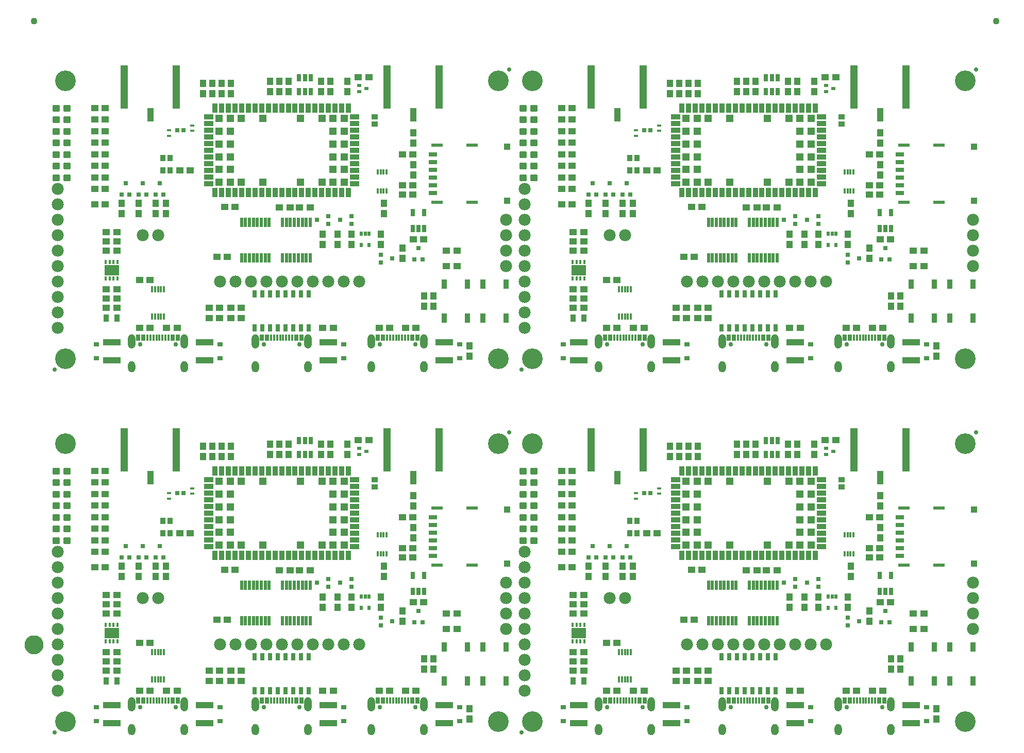
<source format=gts>
G04 EAGLE Gerber RS-274X export*
G75*
%MOMM*%
%FSLAX34Y34*%
%LPD*%
%INSoldermask Top*%
%IPPOS*%
%AMOC8*
5,1,8,0,0,1.08239X$1,22.5*%
G01*
%ADD10R,0.400000X1.100000*%
%ADD11R,0.700000X1.100000*%
%ADD12C,0.750000*%
%ADD13R,1.200000X1.100000*%
%ADD14R,0.400000X0.750000*%
%ADD15R,2.450000X1.700000*%
%ADD16C,0.735000*%
%ADD17C,3.402000*%
%ADD18R,0.862000X1.624000*%
%ADD19R,2.900000X1.100000*%
%ADD20C,1.979600*%
%ADD21C,0.396000*%
%ADD22R,1.100000X1.200000*%
%ADD23R,0.900000X1.600000*%
%ADD24R,1.600000X0.900000*%
%ADD25R,1.200000X1.200000*%
%ADD26R,1.400000X0.750000*%
%ADD27R,1.900000X0.580000*%
%ADD28R,1.100000X1.130000*%
%ADD29R,0.700000X1.300000*%
%ADD30R,0.760400X0.455600*%
%ADD31R,0.700000X0.700000*%
%ADD32R,0.950000X1.000000*%
%ADD33R,0.650000X1.300000*%
%ADD34R,1.000000X0.950000*%
%ADD35R,0.400000X0.900000*%
%ADD36R,0.800000X0.800000*%
%ADD37R,0.520000X0.800000*%
%ADD38R,0.750000X0.560000*%
%ADD39R,0.550000X1.600000*%
%ADD40R,1.250000X7.100000*%
%ADD41R,1.000000X2.300000*%
%ADD42R,0.930000X0.730000*%
%ADD43R,0.900000X1.300000*%
%ADD44C,1.100000*%
%ADD45C,1.270000*%
%ADD46C,1.600000*%

G36*
X1383064Y639783D02*
X1383064Y639783D01*
X1383070Y639789D01*
X1383075Y639785D01*
X1384305Y640150D01*
X1384310Y640157D01*
X1384315Y640155D01*
X1385434Y640785D01*
X1385437Y640792D01*
X1385443Y640791D01*
X1386393Y641654D01*
X1386394Y641662D01*
X1386400Y641662D01*
X1387134Y642715D01*
X1387134Y642723D01*
X1387139Y642725D01*
X1387621Y643915D01*
X1387619Y643920D01*
X1387623Y643923D01*
X1387622Y643924D01*
X1387624Y643925D01*
X1387829Y645192D01*
X1387826Y645197D01*
X1387829Y645200D01*
X1387829Y657200D01*
X1387826Y657204D01*
X1387829Y657207D01*
X1387674Y658329D01*
X1387669Y658334D01*
X1387672Y658338D01*
X1387301Y659409D01*
X1387295Y659413D01*
X1387297Y659418D01*
X1386724Y660395D01*
X1386718Y660398D01*
X1386719Y660403D01*
X1385966Y661250D01*
X1385959Y661252D01*
X1385959Y661257D01*
X1385056Y661941D01*
X1385049Y661941D01*
X1385048Y661946D01*
X1384029Y662441D01*
X1384022Y662439D01*
X1384020Y662444D01*
X1382923Y662731D01*
X1382917Y662728D01*
X1382914Y662732D01*
X1381783Y662799D01*
X1381777Y662799D01*
X1380646Y662732D01*
X1380641Y662727D01*
X1380637Y662731D01*
X1379540Y662444D01*
X1379536Y662438D01*
X1379531Y662441D01*
X1378512Y661946D01*
X1378509Y661940D01*
X1378504Y661941D01*
X1377601Y661257D01*
X1377599Y661250D01*
X1377594Y661250D01*
X1376841Y660403D01*
X1376841Y660396D01*
X1376836Y660395D01*
X1376263Y659418D01*
X1376264Y659415D01*
X1376263Y659414D01*
X1376264Y659413D01*
X1376264Y659411D01*
X1376259Y659409D01*
X1375888Y658338D01*
X1375890Y658333D01*
X1375887Y658331D01*
X1375887Y658330D01*
X1375886Y658329D01*
X1375731Y657207D01*
X1375734Y657202D01*
X1375731Y657200D01*
X1375731Y645200D01*
X1375734Y645195D01*
X1375731Y645192D01*
X1375936Y643925D01*
X1375942Y643919D01*
X1375939Y643915D01*
X1376421Y642725D01*
X1376428Y642721D01*
X1376426Y642715D01*
X1377160Y641662D01*
X1377168Y641660D01*
X1377167Y641654D01*
X1378117Y640791D01*
X1378126Y640790D01*
X1378126Y640785D01*
X1379245Y640155D01*
X1379253Y640156D01*
X1379255Y640150D01*
X1380485Y639785D01*
X1380493Y639788D01*
X1380496Y639783D01*
X1381777Y639701D01*
X1381781Y639704D01*
X1381783Y639701D01*
X1383064Y639783D01*
G37*
G36*
X1296664Y639783D02*
X1296664Y639783D01*
X1296670Y639789D01*
X1296675Y639785D01*
X1297905Y640150D01*
X1297910Y640157D01*
X1297915Y640155D01*
X1299034Y640785D01*
X1299037Y640792D01*
X1299043Y640791D01*
X1299993Y641654D01*
X1299994Y641662D01*
X1300000Y641662D01*
X1300734Y642715D01*
X1300734Y642723D01*
X1300739Y642725D01*
X1301221Y643915D01*
X1301219Y643920D01*
X1301223Y643923D01*
X1301222Y643924D01*
X1301224Y643925D01*
X1301429Y645192D01*
X1301426Y645197D01*
X1301429Y645200D01*
X1301429Y657200D01*
X1301426Y657204D01*
X1301429Y657207D01*
X1301274Y658329D01*
X1301269Y658334D01*
X1301272Y658338D01*
X1300901Y659409D01*
X1300895Y659413D01*
X1300897Y659418D01*
X1300324Y660395D01*
X1300318Y660398D01*
X1300319Y660403D01*
X1299566Y661250D01*
X1299559Y661252D01*
X1299559Y661257D01*
X1298656Y661941D01*
X1298649Y661941D01*
X1298648Y661946D01*
X1297629Y662441D01*
X1297622Y662439D01*
X1297620Y662444D01*
X1296523Y662731D01*
X1296517Y662728D01*
X1296514Y662732D01*
X1295383Y662799D01*
X1295377Y662799D01*
X1294246Y662732D01*
X1294241Y662727D01*
X1294237Y662731D01*
X1293140Y662444D01*
X1293136Y662438D01*
X1293131Y662441D01*
X1292112Y661946D01*
X1292109Y661940D01*
X1292104Y661941D01*
X1291201Y661257D01*
X1291199Y661250D01*
X1291194Y661250D01*
X1290441Y660403D01*
X1290441Y660396D01*
X1290436Y660395D01*
X1289863Y659418D01*
X1289864Y659415D01*
X1289863Y659414D01*
X1289864Y659413D01*
X1289864Y659411D01*
X1289859Y659409D01*
X1289488Y658338D01*
X1289490Y658333D01*
X1289487Y658331D01*
X1289487Y658330D01*
X1289486Y658329D01*
X1289331Y657207D01*
X1289334Y657202D01*
X1289331Y657200D01*
X1289331Y645200D01*
X1289334Y645195D01*
X1289331Y645192D01*
X1289536Y643925D01*
X1289542Y643919D01*
X1289539Y643915D01*
X1290021Y642725D01*
X1290028Y642721D01*
X1290026Y642715D01*
X1290760Y641662D01*
X1290768Y641660D01*
X1290767Y641654D01*
X1291717Y640791D01*
X1291726Y640790D01*
X1291726Y640785D01*
X1292845Y640155D01*
X1292853Y640156D01*
X1292855Y640150D01*
X1294085Y639785D01*
X1294093Y639788D01*
X1294096Y639783D01*
X1295377Y639701D01*
X1295381Y639704D01*
X1295383Y639701D01*
X1296664Y639783D01*
G37*
G36*
X615984Y639783D02*
X615984Y639783D01*
X615990Y639789D01*
X615995Y639785D01*
X617225Y640150D01*
X617230Y640157D01*
X617235Y640155D01*
X618354Y640785D01*
X618357Y640792D01*
X618363Y640791D01*
X619313Y641654D01*
X619314Y641662D01*
X619320Y641662D01*
X620054Y642715D01*
X620054Y642723D01*
X620059Y642725D01*
X620541Y643915D01*
X620539Y643920D01*
X620543Y643923D01*
X620542Y643924D01*
X620544Y643925D01*
X620749Y645192D01*
X620746Y645197D01*
X620749Y645200D01*
X620749Y657200D01*
X620746Y657204D01*
X620749Y657207D01*
X620594Y658329D01*
X620589Y658334D01*
X620592Y658338D01*
X620221Y659409D01*
X620215Y659413D01*
X620217Y659418D01*
X619644Y660395D01*
X619638Y660398D01*
X619639Y660403D01*
X618886Y661250D01*
X618879Y661252D01*
X618879Y661257D01*
X617976Y661941D01*
X617969Y661941D01*
X617968Y661946D01*
X616949Y662441D01*
X616942Y662439D01*
X616940Y662444D01*
X615843Y662731D01*
X615837Y662728D01*
X615834Y662732D01*
X614703Y662799D01*
X614697Y662799D01*
X613566Y662732D01*
X613561Y662727D01*
X613557Y662731D01*
X612460Y662444D01*
X612456Y662438D01*
X612451Y662441D01*
X611432Y661946D01*
X611429Y661940D01*
X611424Y661941D01*
X610521Y661257D01*
X610519Y661250D01*
X610514Y661250D01*
X609761Y660403D01*
X609761Y660396D01*
X609756Y660395D01*
X609183Y659418D01*
X609184Y659415D01*
X609183Y659414D01*
X609184Y659413D01*
X609184Y659411D01*
X609179Y659409D01*
X608808Y658338D01*
X608810Y658333D01*
X608807Y658331D01*
X608807Y658330D01*
X608806Y658329D01*
X608651Y657207D01*
X608654Y657202D01*
X608651Y657200D01*
X608651Y645200D01*
X608654Y645195D01*
X608651Y645192D01*
X608856Y643925D01*
X608862Y643919D01*
X608859Y643915D01*
X609341Y642725D01*
X609348Y642721D01*
X609346Y642715D01*
X610080Y641662D01*
X610088Y641660D01*
X610087Y641654D01*
X611037Y640791D01*
X611046Y640790D01*
X611046Y640785D01*
X612165Y640155D01*
X612173Y640156D01*
X612175Y640150D01*
X613405Y639785D01*
X613413Y639788D01*
X613416Y639783D01*
X614697Y639701D01*
X614701Y639704D01*
X614703Y639701D01*
X615984Y639783D01*
G37*
G36*
X339084Y639783D02*
X339084Y639783D01*
X339090Y639789D01*
X339095Y639785D01*
X340325Y640150D01*
X340330Y640157D01*
X340335Y640155D01*
X341454Y640785D01*
X341457Y640792D01*
X341463Y640791D01*
X342413Y641654D01*
X342414Y641662D01*
X342420Y641662D01*
X343154Y642715D01*
X343154Y642723D01*
X343159Y642725D01*
X343641Y643915D01*
X343639Y643920D01*
X343643Y643923D01*
X343642Y643924D01*
X343644Y643925D01*
X343849Y645192D01*
X343846Y645197D01*
X343849Y645200D01*
X343849Y657200D01*
X343846Y657204D01*
X343849Y657207D01*
X343694Y658329D01*
X343689Y658334D01*
X343692Y658338D01*
X343321Y659409D01*
X343315Y659413D01*
X343317Y659418D01*
X342744Y660395D01*
X342738Y660398D01*
X342739Y660403D01*
X341986Y661250D01*
X341979Y661252D01*
X341979Y661257D01*
X341076Y661941D01*
X341069Y661941D01*
X341068Y661946D01*
X340049Y662441D01*
X340042Y662439D01*
X340040Y662444D01*
X338943Y662731D01*
X338937Y662728D01*
X338934Y662732D01*
X337803Y662799D01*
X337797Y662799D01*
X336666Y662732D01*
X336661Y662727D01*
X336657Y662731D01*
X335560Y662444D01*
X335556Y662438D01*
X335551Y662441D01*
X334532Y661946D01*
X334529Y661940D01*
X334524Y661941D01*
X333621Y661257D01*
X333619Y661250D01*
X333614Y661250D01*
X332861Y660403D01*
X332861Y660396D01*
X332856Y660395D01*
X332283Y659418D01*
X332284Y659415D01*
X332283Y659414D01*
X332284Y659413D01*
X332284Y659411D01*
X332279Y659409D01*
X331908Y658338D01*
X331910Y658333D01*
X331907Y658331D01*
X331907Y658330D01*
X331906Y658329D01*
X331751Y657207D01*
X331754Y657202D01*
X331751Y657200D01*
X331751Y645200D01*
X331754Y645195D01*
X331751Y645192D01*
X331956Y643925D01*
X331962Y643919D01*
X331959Y643915D01*
X332441Y642725D01*
X332448Y642721D01*
X332446Y642715D01*
X333180Y641662D01*
X333188Y641660D01*
X333187Y641654D01*
X334137Y640791D01*
X334146Y640790D01*
X334146Y640785D01*
X335265Y640155D01*
X335273Y640156D01*
X335275Y640150D01*
X336505Y639785D01*
X336513Y639788D01*
X336516Y639783D01*
X337797Y639701D01*
X337801Y639704D01*
X337803Y639701D01*
X339084Y639783D01*
G37*
G36*
X135884Y639783D02*
X135884Y639783D01*
X135890Y639789D01*
X135895Y639785D01*
X137125Y640150D01*
X137130Y640157D01*
X137135Y640155D01*
X138254Y640785D01*
X138257Y640792D01*
X138263Y640791D01*
X139213Y641654D01*
X139214Y641662D01*
X139220Y641662D01*
X139954Y642715D01*
X139954Y642723D01*
X139959Y642725D01*
X140441Y643915D01*
X140439Y643920D01*
X140443Y643923D01*
X140442Y643924D01*
X140444Y643925D01*
X140649Y645192D01*
X140646Y645197D01*
X140649Y645200D01*
X140649Y657200D01*
X140646Y657204D01*
X140649Y657207D01*
X140494Y658329D01*
X140489Y658334D01*
X140492Y658338D01*
X140121Y659409D01*
X140115Y659413D01*
X140117Y659418D01*
X139544Y660395D01*
X139538Y660398D01*
X139539Y660403D01*
X138786Y661250D01*
X138779Y661252D01*
X138779Y661257D01*
X137876Y661941D01*
X137869Y661941D01*
X137868Y661946D01*
X136849Y662441D01*
X136842Y662439D01*
X136840Y662444D01*
X135743Y662731D01*
X135737Y662728D01*
X135734Y662732D01*
X134603Y662799D01*
X134597Y662799D01*
X133466Y662732D01*
X133461Y662727D01*
X133457Y662731D01*
X132360Y662444D01*
X132356Y662438D01*
X132351Y662441D01*
X131332Y661946D01*
X131329Y661940D01*
X131324Y661941D01*
X130421Y661257D01*
X130419Y661250D01*
X130414Y661250D01*
X129661Y660403D01*
X129661Y660396D01*
X129656Y660395D01*
X129083Y659418D01*
X129084Y659415D01*
X129083Y659414D01*
X129084Y659413D01*
X129084Y659411D01*
X129079Y659409D01*
X128708Y658338D01*
X128710Y658333D01*
X128707Y658331D01*
X128707Y658330D01*
X128706Y658329D01*
X128551Y657207D01*
X128554Y657202D01*
X128551Y657200D01*
X128551Y645200D01*
X128554Y645195D01*
X128551Y645192D01*
X128756Y643925D01*
X128762Y643919D01*
X128759Y643915D01*
X129241Y642725D01*
X129248Y642721D01*
X129246Y642715D01*
X129980Y641662D01*
X129988Y641660D01*
X129987Y641654D01*
X130937Y640791D01*
X130946Y640790D01*
X130946Y640785D01*
X132065Y640155D01*
X132073Y640156D01*
X132075Y640150D01*
X133305Y639785D01*
X133313Y639788D01*
X133316Y639783D01*
X134597Y639701D01*
X134601Y639704D01*
X134603Y639701D01*
X135884Y639783D01*
G37*
G36*
X989364Y639783D02*
X989364Y639783D01*
X989370Y639789D01*
X989375Y639785D01*
X990605Y640150D01*
X990610Y640157D01*
X990615Y640155D01*
X991734Y640785D01*
X991737Y640792D01*
X991743Y640791D01*
X992693Y641654D01*
X992694Y641662D01*
X992700Y641662D01*
X993434Y642715D01*
X993434Y642723D01*
X993439Y642725D01*
X993921Y643915D01*
X993919Y643920D01*
X993923Y643923D01*
X993922Y643924D01*
X993924Y643925D01*
X994129Y645192D01*
X994126Y645197D01*
X994129Y645200D01*
X994129Y657200D01*
X994126Y657204D01*
X994129Y657207D01*
X993974Y658329D01*
X993969Y658334D01*
X993972Y658338D01*
X993601Y659409D01*
X993595Y659413D01*
X993597Y659418D01*
X993024Y660395D01*
X993018Y660398D01*
X993019Y660403D01*
X992266Y661250D01*
X992259Y661252D01*
X992259Y661257D01*
X991356Y661941D01*
X991349Y661941D01*
X991348Y661946D01*
X990329Y662441D01*
X990322Y662439D01*
X990320Y662444D01*
X989223Y662731D01*
X989217Y662728D01*
X989214Y662732D01*
X988083Y662799D01*
X988077Y662799D01*
X986946Y662732D01*
X986941Y662727D01*
X986937Y662731D01*
X985840Y662444D01*
X985836Y662438D01*
X985831Y662441D01*
X984812Y661946D01*
X984809Y661940D01*
X984804Y661941D01*
X983901Y661257D01*
X983899Y661250D01*
X983894Y661250D01*
X983141Y660403D01*
X983141Y660396D01*
X983136Y660395D01*
X982563Y659418D01*
X982564Y659415D01*
X982563Y659414D01*
X982564Y659413D01*
X982564Y659411D01*
X982559Y659409D01*
X982188Y658338D01*
X982190Y658333D01*
X982187Y658331D01*
X982187Y658330D01*
X982186Y658329D01*
X982031Y657207D01*
X982034Y657202D01*
X982031Y657200D01*
X982031Y645200D01*
X982034Y645195D01*
X982031Y645192D01*
X982236Y643925D01*
X982242Y643919D01*
X982239Y643915D01*
X982721Y642725D01*
X982728Y642721D01*
X982726Y642715D01*
X983460Y641662D01*
X983468Y641660D01*
X983467Y641654D01*
X984417Y640791D01*
X984426Y640790D01*
X984426Y640785D01*
X985545Y640155D01*
X985553Y640156D01*
X985555Y640150D01*
X986785Y639785D01*
X986793Y639788D01*
X986796Y639783D01*
X988077Y639701D01*
X988081Y639704D01*
X988083Y639701D01*
X989364Y639783D01*
G37*
G36*
X1192564Y639783D02*
X1192564Y639783D01*
X1192570Y639789D01*
X1192575Y639785D01*
X1193805Y640150D01*
X1193810Y640157D01*
X1193815Y640155D01*
X1194934Y640785D01*
X1194937Y640792D01*
X1194943Y640791D01*
X1195893Y641654D01*
X1195894Y641662D01*
X1195900Y641662D01*
X1196634Y642715D01*
X1196634Y642723D01*
X1196639Y642725D01*
X1197121Y643915D01*
X1197119Y643920D01*
X1197123Y643923D01*
X1197122Y643924D01*
X1197124Y643925D01*
X1197329Y645192D01*
X1197326Y645197D01*
X1197329Y645200D01*
X1197329Y657200D01*
X1197326Y657204D01*
X1197329Y657207D01*
X1197174Y658329D01*
X1197169Y658334D01*
X1197172Y658338D01*
X1196801Y659409D01*
X1196795Y659413D01*
X1196797Y659418D01*
X1196224Y660395D01*
X1196218Y660398D01*
X1196219Y660403D01*
X1195466Y661250D01*
X1195459Y661252D01*
X1195459Y661257D01*
X1194556Y661941D01*
X1194549Y661941D01*
X1194548Y661946D01*
X1193529Y662441D01*
X1193522Y662439D01*
X1193520Y662444D01*
X1192423Y662731D01*
X1192417Y662728D01*
X1192414Y662732D01*
X1191283Y662799D01*
X1191277Y662799D01*
X1190146Y662732D01*
X1190141Y662727D01*
X1190137Y662731D01*
X1189040Y662444D01*
X1189036Y662438D01*
X1189031Y662441D01*
X1188012Y661946D01*
X1188009Y661940D01*
X1188004Y661941D01*
X1187101Y661257D01*
X1187099Y661250D01*
X1187094Y661250D01*
X1186341Y660403D01*
X1186341Y660396D01*
X1186336Y660395D01*
X1185763Y659418D01*
X1185764Y659415D01*
X1185763Y659414D01*
X1185764Y659413D01*
X1185764Y659411D01*
X1185759Y659409D01*
X1185388Y658338D01*
X1185390Y658333D01*
X1185387Y658331D01*
X1185387Y658330D01*
X1185386Y658329D01*
X1185231Y657207D01*
X1185234Y657202D01*
X1185231Y657200D01*
X1185231Y645200D01*
X1185234Y645195D01*
X1185231Y645192D01*
X1185436Y643925D01*
X1185442Y643919D01*
X1185439Y643915D01*
X1185921Y642725D01*
X1185928Y642721D01*
X1185926Y642715D01*
X1186660Y641662D01*
X1186668Y641660D01*
X1186667Y641654D01*
X1187617Y640791D01*
X1187626Y640790D01*
X1187626Y640785D01*
X1188745Y640155D01*
X1188753Y640156D01*
X1188755Y640150D01*
X1189985Y639785D01*
X1189993Y639788D01*
X1189996Y639783D01*
X1191277Y639701D01*
X1191281Y639704D01*
X1191283Y639701D01*
X1192564Y639783D01*
G37*
G36*
X425484Y639783D02*
X425484Y639783D01*
X425490Y639789D01*
X425495Y639785D01*
X426725Y640150D01*
X426730Y640157D01*
X426735Y640155D01*
X427854Y640785D01*
X427857Y640792D01*
X427863Y640791D01*
X428813Y641654D01*
X428814Y641662D01*
X428820Y641662D01*
X429554Y642715D01*
X429554Y642723D01*
X429559Y642725D01*
X430041Y643915D01*
X430039Y643920D01*
X430043Y643923D01*
X430042Y643924D01*
X430044Y643925D01*
X430249Y645192D01*
X430246Y645197D01*
X430249Y645200D01*
X430249Y657200D01*
X430246Y657204D01*
X430249Y657207D01*
X430094Y658329D01*
X430089Y658334D01*
X430092Y658338D01*
X429721Y659409D01*
X429715Y659413D01*
X429717Y659418D01*
X429144Y660395D01*
X429138Y660398D01*
X429139Y660403D01*
X428386Y661250D01*
X428379Y661252D01*
X428379Y661257D01*
X427476Y661941D01*
X427469Y661941D01*
X427468Y661946D01*
X426449Y662441D01*
X426442Y662439D01*
X426440Y662444D01*
X425343Y662731D01*
X425337Y662728D01*
X425334Y662732D01*
X424203Y662799D01*
X424197Y662799D01*
X423066Y662732D01*
X423061Y662727D01*
X423057Y662731D01*
X421960Y662444D01*
X421956Y662438D01*
X421951Y662441D01*
X420932Y661946D01*
X420929Y661940D01*
X420924Y661941D01*
X420021Y661257D01*
X420019Y661250D01*
X420014Y661250D01*
X419261Y660403D01*
X419261Y660396D01*
X419256Y660395D01*
X418683Y659418D01*
X418684Y659415D01*
X418683Y659414D01*
X418684Y659413D01*
X418684Y659411D01*
X418679Y659409D01*
X418308Y658338D01*
X418310Y658333D01*
X418307Y658331D01*
X418307Y658330D01*
X418306Y658329D01*
X418151Y657207D01*
X418154Y657202D01*
X418151Y657200D01*
X418151Y645200D01*
X418154Y645195D01*
X418151Y645192D01*
X418356Y643925D01*
X418362Y643919D01*
X418359Y643915D01*
X418841Y642725D01*
X418848Y642721D01*
X418846Y642715D01*
X419580Y641662D01*
X419588Y641660D01*
X419587Y641654D01*
X420537Y640791D01*
X420546Y640790D01*
X420546Y640785D01*
X421665Y640155D01*
X421673Y640156D01*
X421675Y640150D01*
X422905Y639785D01*
X422913Y639788D01*
X422916Y639783D01*
X424197Y639701D01*
X424201Y639704D01*
X424203Y639701D01*
X425484Y639783D01*
G37*
G36*
X529584Y639783D02*
X529584Y639783D01*
X529590Y639789D01*
X529595Y639785D01*
X530825Y640150D01*
X530830Y640157D01*
X530835Y640155D01*
X531954Y640785D01*
X531957Y640792D01*
X531963Y640791D01*
X532913Y641654D01*
X532914Y641662D01*
X532920Y641662D01*
X533654Y642715D01*
X533654Y642723D01*
X533659Y642725D01*
X534141Y643915D01*
X534139Y643920D01*
X534143Y643923D01*
X534142Y643924D01*
X534144Y643925D01*
X534349Y645192D01*
X534346Y645197D01*
X534349Y645200D01*
X534349Y657200D01*
X534346Y657204D01*
X534349Y657207D01*
X534194Y658329D01*
X534189Y658334D01*
X534192Y658338D01*
X533821Y659409D01*
X533815Y659413D01*
X533817Y659418D01*
X533244Y660395D01*
X533238Y660398D01*
X533239Y660403D01*
X532486Y661250D01*
X532479Y661252D01*
X532479Y661257D01*
X531576Y661941D01*
X531569Y661941D01*
X531568Y661946D01*
X530549Y662441D01*
X530542Y662439D01*
X530540Y662444D01*
X529443Y662731D01*
X529437Y662728D01*
X529434Y662732D01*
X528303Y662799D01*
X528297Y662799D01*
X527166Y662732D01*
X527161Y662727D01*
X527157Y662731D01*
X526060Y662444D01*
X526056Y662438D01*
X526051Y662441D01*
X525032Y661946D01*
X525029Y661940D01*
X525024Y661941D01*
X524121Y661257D01*
X524119Y661250D01*
X524114Y661250D01*
X523361Y660403D01*
X523361Y660396D01*
X523356Y660395D01*
X522783Y659418D01*
X522784Y659415D01*
X522783Y659414D01*
X522784Y659413D01*
X522784Y659411D01*
X522779Y659409D01*
X522408Y658338D01*
X522410Y658333D01*
X522407Y658331D01*
X522407Y658330D01*
X522406Y658329D01*
X522251Y657207D01*
X522254Y657202D01*
X522251Y657200D01*
X522251Y645200D01*
X522254Y645195D01*
X522251Y645192D01*
X522456Y643925D01*
X522462Y643919D01*
X522459Y643915D01*
X522941Y642725D01*
X522948Y642721D01*
X522946Y642715D01*
X523680Y641662D01*
X523688Y641660D01*
X523687Y641654D01*
X524637Y640791D01*
X524646Y640790D01*
X524646Y640785D01*
X525765Y640155D01*
X525773Y640156D01*
X525775Y640150D01*
X527005Y639785D01*
X527013Y639788D01*
X527016Y639783D01*
X528297Y639701D01*
X528301Y639704D01*
X528303Y639701D01*
X529584Y639783D01*
G37*
G36*
X902964Y639783D02*
X902964Y639783D01*
X902970Y639789D01*
X902975Y639785D01*
X904205Y640150D01*
X904210Y640157D01*
X904215Y640155D01*
X905334Y640785D01*
X905337Y640792D01*
X905343Y640791D01*
X906293Y641654D01*
X906294Y641662D01*
X906300Y641662D01*
X907034Y642715D01*
X907034Y642723D01*
X907039Y642725D01*
X907521Y643915D01*
X907519Y643920D01*
X907523Y643923D01*
X907522Y643924D01*
X907524Y643925D01*
X907729Y645192D01*
X907726Y645197D01*
X907729Y645200D01*
X907729Y657200D01*
X907726Y657204D01*
X907729Y657207D01*
X907574Y658329D01*
X907569Y658334D01*
X907572Y658338D01*
X907201Y659409D01*
X907195Y659413D01*
X907197Y659418D01*
X906624Y660395D01*
X906618Y660398D01*
X906619Y660403D01*
X905866Y661250D01*
X905859Y661252D01*
X905859Y661257D01*
X904956Y661941D01*
X904949Y661941D01*
X904948Y661946D01*
X903929Y662441D01*
X903922Y662439D01*
X903920Y662444D01*
X902823Y662731D01*
X902817Y662728D01*
X902814Y662732D01*
X901683Y662799D01*
X901677Y662799D01*
X900546Y662732D01*
X900541Y662727D01*
X900537Y662731D01*
X899440Y662444D01*
X899436Y662438D01*
X899431Y662441D01*
X898412Y661946D01*
X898409Y661940D01*
X898404Y661941D01*
X897501Y661257D01*
X897499Y661250D01*
X897494Y661250D01*
X896741Y660403D01*
X896741Y660396D01*
X896736Y660395D01*
X896163Y659418D01*
X896164Y659415D01*
X896163Y659414D01*
X896164Y659413D01*
X896164Y659411D01*
X896159Y659409D01*
X895788Y658338D01*
X895790Y658333D01*
X895787Y658331D01*
X895787Y658330D01*
X895786Y658329D01*
X895631Y657207D01*
X895634Y657202D01*
X895631Y657200D01*
X895631Y645200D01*
X895634Y645195D01*
X895631Y645192D01*
X895836Y643925D01*
X895842Y643919D01*
X895839Y643915D01*
X896321Y642725D01*
X896328Y642721D01*
X896326Y642715D01*
X897060Y641662D01*
X897068Y641660D01*
X897067Y641654D01*
X898017Y640791D01*
X898026Y640790D01*
X898026Y640785D01*
X899145Y640155D01*
X899153Y640156D01*
X899155Y640150D01*
X900385Y639785D01*
X900393Y639788D01*
X900396Y639783D01*
X901677Y639701D01*
X901681Y639704D01*
X901683Y639701D01*
X902964Y639783D01*
G37*
G36*
X1106164Y639783D02*
X1106164Y639783D01*
X1106170Y639789D01*
X1106175Y639785D01*
X1107405Y640150D01*
X1107410Y640157D01*
X1107415Y640155D01*
X1108534Y640785D01*
X1108537Y640792D01*
X1108543Y640791D01*
X1109493Y641654D01*
X1109494Y641662D01*
X1109500Y641662D01*
X1110234Y642715D01*
X1110234Y642723D01*
X1110239Y642725D01*
X1110721Y643915D01*
X1110719Y643920D01*
X1110723Y643923D01*
X1110722Y643924D01*
X1110724Y643925D01*
X1110929Y645192D01*
X1110926Y645197D01*
X1110929Y645200D01*
X1110929Y657200D01*
X1110926Y657204D01*
X1110929Y657207D01*
X1110774Y658329D01*
X1110769Y658334D01*
X1110772Y658338D01*
X1110401Y659409D01*
X1110395Y659413D01*
X1110397Y659418D01*
X1109824Y660395D01*
X1109818Y660398D01*
X1109819Y660403D01*
X1109066Y661250D01*
X1109059Y661252D01*
X1109059Y661257D01*
X1108156Y661941D01*
X1108149Y661941D01*
X1108148Y661946D01*
X1107129Y662441D01*
X1107122Y662439D01*
X1107120Y662444D01*
X1106023Y662731D01*
X1106017Y662728D01*
X1106014Y662732D01*
X1104883Y662799D01*
X1104877Y662799D01*
X1103746Y662732D01*
X1103741Y662727D01*
X1103737Y662731D01*
X1102640Y662444D01*
X1102636Y662438D01*
X1102631Y662441D01*
X1101612Y661946D01*
X1101609Y661940D01*
X1101604Y661941D01*
X1100701Y661257D01*
X1100699Y661250D01*
X1100694Y661250D01*
X1099941Y660403D01*
X1099941Y660396D01*
X1099936Y660395D01*
X1099363Y659418D01*
X1099364Y659415D01*
X1099363Y659414D01*
X1099364Y659413D01*
X1099364Y659411D01*
X1099359Y659409D01*
X1098988Y658338D01*
X1098990Y658333D01*
X1098987Y658331D01*
X1098987Y658330D01*
X1098986Y658329D01*
X1098831Y657207D01*
X1098834Y657202D01*
X1098831Y657200D01*
X1098831Y645200D01*
X1098834Y645195D01*
X1098831Y645192D01*
X1099036Y643925D01*
X1099042Y643919D01*
X1099039Y643915D01*
X1099521Y642725D01*
X1099528Y642721D01*
X1099526Y642715D01*
X1100260Y641662D01*
X1100268Y641660D01*
X1100267Y641654D01*
X1101217Y640791D01*
X1101226Y640790D01*
X1101226Y640785D01*
X1102345Y640155D01*
X1102353Y640156D01*
X1102355Y640150D01*
X1103585Y639785D01*
X1103593Y639788D01*
X1103596Y639783D01*
X1104877Y639701D01*
X1104881Y639704D01*
X1104883Y639701D01*
X1106164Y639783D01*
G37*
G36*
X222284Y639783D02*
X222284Y639783D01*
X222290Y639789D01*
X222295Y639785D01*
X223525Y640150D01*
X223530Y640157D01*
X223535Y640155D01*
X224654Y640785D01*
X224657Y640792D01*
X224663Y640791D01*
X225613Y641654D01*
X225614Y641662D01*
X225620Y641662D01*
X226354Y642715D01*
X226354Y642723D01*
X226359Y642725D01*
X226841Y643915D01*
X226839Y643920D01*
X226843Y643923D01*
X226842Y643924D01*
X226844Y643925D01*
X227049Y645192D01*
X227046Y645197D01*
X227049Y645200D01*
X227049Y657200D01*
X227046Y657204D01*
X227049Y657207D01*
X226894Y658329D01*
X226889Y658334D01*
X226892Y658338D01*
X226521Y659409D01*
X226515Y659413D01*
X226517Y659418D01*
X225944Y660395D01*
X225938Y660398D01*
X225939Y660403D01*
X225186Y661250D01*
X225179Y661252D01*
X225179Y661257D01*
X224276Y661941D01*
X224269Y661941D01*
X224268Y661946D01*
X223249Y662441D01*
X223242Y662439D01*
X223240Y662444D01*
X222143Y662731D01*
X222137Y662728D01*
X222134Y662732D01*
X221003Y662799D01*
X220997Y662799D01*
X219866Y662732D01*
X219861Y662727D01*
X219857Y662731D01*
X218760Y662444D01*
X218756Y662438D01*
X218751Y662441D01*
X217732Y661946D01*
X217729Y661940D01*
X217724Y661941D01*
X216821Y661257D01*
X216819Y661250D01*
X216814Y661250D01*
X216061Y660403D01*
X216061Y660396D01*
X216056Y660395D01*
X215483Y659418D01*
X215484Y659415D01*
X215483Y659414D01*
X215484Y659413D01*
X215484Y659411D01*
X215479Y659409D01*
X215108Y658338D01*
X215110Y658333D01*
X215107Y658331D01*
X215107Y658330D01*
X215106Y658329D01*
X214951Y657207D01*
X214954Y657202D01*
X214951Y657200D01*
X214951Y645200D01*
X214954Y645195D01*
X214951Y645192D01*
X215156Y643925D01*
X215162Y643919D01*
X215159Y643915D01*
X215641Y642725D01*
X215648Y642721D01*
X215646Y642715D01*
X216380Y641662D01*
X216388Y641660D01*
X216387Y641654D01*
X217337Y640791D01*
X217346Y640790D01*
X217346Y640785D01*
X218465Y640155D01*
X218473Y640156D01*
X218475Y640150D01*
X219705Y639785D01*
X219713Y639788D01*
X219716Y639783D01*
X220997Y639701D01*
X221001Y639704D01*
X221003Y639701D01*
X222284Y639783D01*
G37*
G36*
X339084Y42883D02*
X339084Y42883D01*
X339090Y42889D01*
X339095Y42885D01*
X340325Y43250D01*
X340330Y43257D01*
X340335Y43255D01*
X341454Y43885D01*
X341457Y43892D01*
X341463Y43891D01*
X342413Y44754D01*
X342414Y44762D01*
X342420Y44762D01*
X343154Y45815D01*
X343154Y45823D01*
X343159Y45825D01*
X343641Y47015D01*
X343639Y47020D01*
X343643Y47023D01*
X343642Y47024D01*
X343644Y47025D01*
X343849Y48292D01*
X343846Y48297D01*
X343849Y48300D01*
X343849Y60300D01*
X343846Y60304D01*
X343849Y60307D01*
X343694Y61429D01*
X343689Y61434D01*
X343692Y61438D01*
X343321Y62509D01*
X343315Y62513D01*
X343317Y62518D01*
X342744Y63495D01*
X342738Y63498D01*
X342739Y63503D01*
X341986Y64350D01*
X341979Y64352D01*
X341979Y64357D01*
X341076Y65041D01*
X341069Y65041D01*
X341068Y65046D01*
X340049Y65541D01*
X340042Y65539D01*
X340040Y65544D01*
X338943Y65831D01*
X338937Y65828D01*
X338934Y65832D01*
X337803Y65899D01*
X337797Y65899D01*
X336666Y65832D01*
X336661Y65827D01*
X336657Y65831D01*
X335560Y65544D01*
X335556Y65538D01*
X335551Y65541D01*
X334532Y65046D01*
X334529Y65040D01*
X334524Y65041D01*
X333621Y64357D01*
X333619Y64350D01*
X333614Y64350D01*
X332861Y63503D01*
X332861Y63496D01*
X332856Y63495D01*
X332283Y62518D01*
X332284Y62515D01*
X332283Y62514D01*
X332284Y62513D01*
X332284Y62511D01*
X332279Y62509D01*
X331908Y61438D01*
X331910Y61433D01*
X331907Y61431D01*
X331907Y61430D01*
X331906Y61429D01*
X331751Y60307D01*
X331754Y60302D01*
X331751Y60300D01*
X331751Y48300D01*
X331754Y48295D01*
X331751Y48292D01*
X331956Y47025D01*
X331962Y47019D01*
X331959Y47015D01*
X332441Y45825D01*
X332448Y45821D01*
X332446Y45815D01*
X333180Y44762D01*
X333188Y44760D01*
X333187Y44754D01*
X334137Y43891D01*
X334146Y43890D01*
X334146Y43885D01*
X335265Y43255D01*
X335273Y43256D01*
X335275Y43250D01*
X336505Y42885D01*
X336513Y42888D01*
X336516Y42883D01*
X337797Y42801D01*
X337801Y42804D01*
X337803Y42801D01*
X339084Y42883D01*
G37*
G36*
X425484Y42883D02*
X425484Y42883D01*
X425490Y42889D01*
X425495Y42885D01*
X426725Y43250D01*
X426730Y43257D01*
X426735Y43255D01*
X427854Y43885D01*
X427857Y43892D01*
X427863Y43891D01*
X428813Y44754D01*
X428814Y44762D01*
X428820Y44762D01*
X429554Y45815D01*
X429554Y45823D01*
X429559Y45825D01*
X430041Y47015D01*
X430039Y47020D01*
X430043Y47023D01*
X430042Y47024D01*
X430044Y47025D01*
X430249Y48292D01*
X430246Y48297D01*
X430249Y48300D01*
X430249Y60300D01*
X430246Y60304D01*
X430249Y60307D01*
X430094Y61429D01*
X430089Y61434D01*
X430092Y61438D01*
X429721Y62509D01*
X429715Y62513D01*
X429717Y62518D01*
X429144Y63495D01*
X429138Y63498D01*
X429139Y63503D01*
X428386Y64350D01*
X428379Y64352D01*
X428379Y64357D01*
X427476Y65041D01*
X427469Y65041D01*
X427468Y65046D01*
X426449Y65541D01*
X426442Y65539D01*
X426440Y65544D01*
X425343Y65831D01*
X425337Y65828D01*
X425334Y65832D01*
X424203Y65899D01*
X424197Y65899D01*
X423066Y65832D01*
X423061Y65827D01*
X423057Y65831D01*
X421960Y65544D01*
X421956Y65538D01*
X421951Y65541D01*
X420932Y65046D01*
X420929Y65040D01*
X420924Y65041D01*
X420021Y64357D01*
X420019Y64350D01*
X420014Y64350D01*
X419261Y63503D01*
X419261Y63496D01*
X419256Y63495D01*
X418683Y62518D01*
X418684Y62515D01*
X418683Y62514D01*
X418684Y62513D01*
X418684Y62511D01*
X418679Y62509D01*
X418308Y61438D01*
X418310Y61433D01*
X418307Y61431D01*
X418307Y61430D01*
X418306Y61429D01*
X418151Y60307D01*
X418154Y60302D01*
X418151Y60300D01*
X418151Y48300D01*
X418154Y48295D01*
X418151Y48292D01*
X418356Y47025D01*
X418362Y47019D01*
X418359Y47015D01*
X418841Y45825D01*
X418848Y45821D01*
X418846Y45815D01*
X419580Y44762D01*
X419588Y44760D01*
X419587Y44754D01*
X420537Y43891D01*
X420546Y43890D01*
X420546Y43885D01*
X421665Y43255D01*
X421673Y43256D01*
X421675Y43250D01*
X422905Y42885D01*
X422913Y42888D01*
X422916Y42883D01*
X424197Y42801D01*
X424201Y42804D01*
X424203Y42801D01*
X425484Y42883D01*
G37*
G36*
X222284Y42883D02*
X222284Y42883D01*
X222290Y42889D01*
X222295Y42885D01*
X223525Y43250D01*
X223530Y43257D01*
X223535Y43255D01*
X224654Y43885D01*
X224657Y43892D01*
X224663Y43891D01*
X225613Y44754D01*
X225614Y44762D01*
X225620Y44762D01*
X226354Y45815D01*
X226354Y45823D01*
X226359Y45825D01*
X226841Y47015D01*
X226839Y47020D01*
X226843Y47023D01*
X226842Y47024D01*
X226844Y47025D01*
X227049Y48292D01*
X227046Y48297D01*
X227049Y48300D01*
X227049Y60300D01*
X227046Y60304D01*
X227049Y60307D01*
X226894Y61429D01*
X226889Y61434D01*
X226892Y61438D01*
X226521Y62509D01*
X226515Y62513D01*
X226517Y62518D01*
X225944Y63495D01*
X225938Y63498D01*
X225939Y63503D01*
X225186Y64350D01*
X225179Y64352D01*
X225179Y64357D01*
X224276Y65041D01*
X224269Y65041D01*
X224268Y65046D01*
X223249Y65541D01*
X223242Y65539D01*
X223240Y65544D01*
X222143Y65831D01*
X222137Y65828D01*
X222134Y65832D01*
X221003Y65899D01*
X220997Y65899D01*
X219866Y65832D01*
X219861Y65827D01*
X219857Y65831D01*
X218760Y65544D01*
X218756Y65538D01*
X218751Y65541D01*
X217732Y65046D01*
X217729Y65040D01*
X217724Y65041D01*
X216821Y64357D01*
X216819Y64350D01*
X216814Y64350D01*
X216061Y63503D01*
X216061Y63496D01*
X216056Y63495D01*
X215483Y62518D01*
X215484Y62515D01*
X215483Y62514D01*
X215484Y62513D01*
X215484Y62511D01*
X215479Y62509D01*
X215108Y61438D01*
X215110Y61433D01*
X215107Y61431D01*
X215107Y61430D01*
X215106Y61429D01*
X214951Y60307D01*
X214954Y60302D01*
X214951Y60300D01*
X214951Y48300D01*
X214954Y48295D01*
X214951Y48292D01*
X215156Y47025D01*
X215162Y47019D01*
X215159Y47015D01*
X215641Y45825D01*
X215648Y45821D01*
X215646Y45815D01*
X216380Y44762D01*
X216388Y44760D01*
X216387Y44754D01*
X217337Y43891D01*
X217346Y43890D01*
X217346Y43885D01*
X218465Y43255D01*
X218473Y43256D01*
X218475Y43250D01*
X219705Y42885D01*
X219713Y42888D01*
X219716Y42883D01*
X220997Y42801D01*
X221001Y42804D01*
X221003Y42801D01*
X222284Y42883D01*
G37*
G36*
X529584Y42883D02*
X529584Y42883D01*
X529590Y42889D01*
X529595Y42885D01*
X530825Y43250D01*
X530830Y43257D01*
X530835Y43255D01*
X531954Y43885D01*
X531957Y43892D01*
X531963Y43891D01*
X532913Y44754D01*
X532914Y44762D01*
X532920Y44762D01*
X533654Y45815D01*
X533654Y45823D01*
X533659Y45825D01*
X534141Y47015D01*
X534139Y47020D01*
X534143Y47023D01*
X534142Y47024D01*
X534144Y47025D01*
X534349Y48292D01*
X534346Y48297D01*
X534349Y48300D01*
X534349Y60300D01*
X534346Y60304D01*
X534349Y60307D01*
X534194Y61429D01*
X534189Y61434D01*
X534192Y61438D01*
X533821Y62509D01*
X533815Y62513D01*
X533817Y62518D01*
X533244Y63495D01*
X533238Y63498D01*
X533239Y63503D01*
X532486Y64350D01*
X532479Y64352D01*
X532479Y64357D01*
X531576Y65041D01*
X531569Y65041D01*
X531568Y65046D01*
X530549Y65541D01*
X530542Y65539D01*
X530540Y65544D01*
X529443Y65831D01*
X529437Y65828D01*
X529434Y65832D01*
X528303Y65899D01*
X528297Y65899D01*
X527166Y65832D01*
X527161Y65827D01*
X527157Y65831D01*
X526060Y65544D01*
X526056Y65538D01*
X526051Y65541D01*
X525032Y65046D01*
X525029Y65040D01*
X525024Y65041D01*
X524121Y64357D01*
X524119Y64350D01*
X524114Y64350D01*
X523361Y63503D01*
X523361Y63496D01*
X523356Y63495D01*
X522783Y62518D01*
X522784Y62515D01*
X522783Y62514D01*
X522784Y62513D01*
X522784Y62511D01*
X522779Y62509D01*
X522408Y61438D01*
X522410Y61433D01*
X522407Y61431D01*
X522407Y61430D01*
X522406Y61429D01*
X522251Y60307D01*
X522254Y60302D01*
X522251Y60300D01*
X522251Y48300D01*
X522254Y48295D01*
X522251Y48292D01*
X522456Y47025D01*
X522462Y47019D01*
X522459Y47015D01*
X522941Y45825D01*
X522948Y45821D01*
X522946Y45815D01*
X523680Y44762D01*
X523688Y44760D01*
X523687Y44754D01*
X524637Y43891D01*
X524646Y43890D01*
X524646Y43885D01*
X525765Y43255D01*
X525773Y43256D01*
X525775Y43250D01*
X527005Y42885D01*
X527013Y42888D01*
X527016Y42883D01*
X528297Y42801D01*
X528301Y42804D01*
X528303Y42801D01*
X529584Y42883D01*
G37*
G36*
X989364Y42883D02*
X989364Y42883D01*
X989370Y42889D01*
X989375Y42885D01*
X990605Y43250D01*
X990610Y43257D01*
X990615Y43255D01*
X991734Y43885D01*
X991737Y43892D01*
X991743Y43891D01*
X992693Y44754D01*
X992694Y44762D01*
X992700Y44762D01*
X993434Y45815D01*
X993434Y45823D01*
X993439Y45825D01*
X993921Y47015D01*
X993919Y47020D01*
X993923Y47023D01*
X993922Y47024D01*
X993924Y47025D01*
X994129Y48292D01*
X994126Y48297D01*
X994129Y48300D01*
X994129Y60300D01*
X994126Y60304D01*
X994129Y60307D01*
X993974Y61429D01*
X993969Y61434D01*
X993972Y61438D01*
X993601Y62509D01*
X993595Y62513D01*
X993597Y62518D01*
X993024Y63495D01*
X993018Y63498D01*
X993019Y63503D01*
X992266Y64350D01*
X992259Y64352D01*
X992259Y64357D01*
X991356Y65041D01*
X991349Y65041D01*
X991348Y65046D01*
X990329Y65541D01*
X990322Y65539D01*
X990320Y65544D01*
X989223Y65831D01*
X989217Y65828D01*
X989214Y65832D01*
X988083Y65899D01*
X988077Y65899D01*
X986946Y65832D01*
X986941Y65827D01*
X986937Y65831D01*
X985840Y65544D01*
X985836Y65538D01*
X985831Y65541D01*
X984812Y65046D01*
X984809Y65040D01*
X984804Y65041D01*
X983901Y64357D01*
X983899Y64350D01*
X983894Y64350D01*
X983141Y63503D01*
X983141Y63496D01*
X983136Y63495D01*
X982563Y62518D01*
X982564Y62515D01*
X982563Y62514D01*
X982564Y62513D01*
X982564Y62511D01*
X982559Y62509D01*
X982188Y61438D01*
X982190Y61433D01*
X982187Y61431D01*
X982187Y61430D01*
X982186Y61429D01*
X982031Y60307D01*
X982034Y60302D01*
X982031Y60300D01*
X982031Y48300D01*
X982034Y48295D01*
X982031Y48292D01*
X982236Y47025D01*
X982242Y47019D01*
X982239Y47015D01*
X982721Y45825D01*
X982728Y45821D01*
X982726Y45815D01*
X983460Y44762D01*
X983468Y44760D01*
X983467Y44754D01*
X984417Y43891D01*
X984426Y43890D01*
X984426Y43885D01*
X985545Y43255D01*
X985553Y43256D01*
X985555Y43250D01*
X986785Y42885D01*
X986793Y42888D01*
X986796Y42883D01*
X988077Y42801D01*
X988081Y42804D01*
X988083Y42801D01*
X989364Y42883D01*
G37*
G36*
X1296664Y42883D02*
X1296664Y42883D01*
X1296670Y42889D01*
X1296675Y42885D01*
X1297905Y43250D01*
X1297910Y43257D01*
X1297915Y43255D01*
X1299034Y43885D01*
X1299037Y43892D01*
X1299043Y43891D01*
X1299993Y44754D01*
X1299994Y44762D01*
X1300000Y44762D01*
X1300734Y45815D01*
X1300734Y45823D01*
X1300739Y45825D01*
X1301221Y47015D01*
X1301219Y47020D01*
X1301223Y47023D01*
X1301222Y47024D01*
X1301224Y47025D01*
X1301429Y48292D01*
X1301426Y48297D01*
X1301429Y48300D01*
X1301429Y60300D01*
X1301426Y60304D01*
X1301429Y60307D01*
X1301274Y61429D01*
X1301269Y61434D01*
X1301272Y61438D01*
X1300901Y62509D01*
X1300895Y62513D01*
X1300897Y62518D01*
X1300324Y63495D01*
X1300318Y63498D01*
X1300319Y63503D01*
X1299566Y64350D01*
X1299559Y64352D01*
X1299559Y64357D01*
X1298656Y65041D01*
X1298649Y65041D01*
X1298648Y65046D01*
X1297629Y65541D01*
X1297622Y65539D01*
X1297620Y65544D01*
X1296523Y65831D01*
X1296517Y65828D01*
X1296514Y65832D01*
X1295383Y65899D01*
X1295377Y65899D01*
X1294246Y65832D01*
X1294241Y65827D01*
X1294237Y65831D01*
X1293140Y65544D01*
X1293136Y65538D01*
X1293131Y65541D01*
X1292112Y65046D01*
X1292109Y65040D01*
X1292104Y65041D01*
X1291201Y64357D01*
X1291199Y64350D01*
X1291194Y64350D01*
X1290441Y63503D01*
X1290441Y63496D01*
X1290436Y63495D01*
X1289863Y62518D01*
X1289864Y62515D01*
X1289863Y62514D01*
X1289864Y62513D01*
X1289864Y62511D01*
X1289859Y62509D01*
X1289488Y61438D01*
X1289490Y61433D01*
X1289487Y61431D01*
X1289487Y61430D01*
X1289486Y61429D01*
X1289331Y60307D01*
X1289334Y60302D01*
X1289331Y60300D01*
X1289331Y48300D01*
X1289334Y48295D01*
X1289331Y48292D01*
X1289536Y47025D01*
X1289542Y47019D01*
X1289539Y47015D01*
X1290021Y45825D01*
X1290028Y45821D01*
X1290026Y45815D01*
X1290760Y44762D01*
X1290768Y44760D01*
X1290767Y44754D01*
X1291717Y43891D01*
X1291726Y43890D01*
X1291726Y43885D01*
X1292845Y43255D01*
X1292853Y43256D01*
X1292855Y43250D01*
X1294085Y42885D01*
X1294093Y42888D01*
X1294096Y42883D01*
X1295377Y42801D01*
X1295381Y42804D01*
X1295383Y42801D01*
X1296664Y42883D01*
G37*
G36*
X1106164Y42883D02*
X1106164Y42883D01*
X1106170Y42889D01*
X1106175Y42885D01*
X1107405Y43250D01*
X1107410Y43257D01*
X1107415Y43255D01*
X1108534Y43885D01*
X1108537Y43892D01*
X1108543Y43891D01*
X1109493Y44754D01*
X1109494Y44762D01*
X1109500Y44762D01*
X1110234Y45815D01*
X1110234Y45823D01*
X1110239Y45825D01*
X1110721Y47015D01*
X1110719Y47020D01*
X1110723Y47023D01*
X1110722Y47024D01*
X1110724Y47025D01*
X1110929Y48292D01*
X1110926Y48297D01*
X1110929Y48300D01*
X1110929Y60300D01*
X1110926Y60304D01*
X1110929Y60307D01*
X1110774Y61429D01*
X1110769Y61434D01*
X1110772Y61438D01*
X1110401Y62509D01*
X1110395Y62513D01*
X1110397Y62518D01*
X1109824Y63495D01*
X1109818Y63498D01*
X1109819Y63503D01*
X1109066Y64350D01*
X1109059Y64352D01*
X1109059Y64357D01*
X1108156Y65041D01*
X1108149Y65041D01*
X1108148Y65046D01*
X1107129Y65541D01*
X1107122Y65539D01*
X1107120Y65544D01*
X1106023Y65831D01*
X1106017Y65828D01*
X1106014Y65832D01*
X1104883Y65899D01*
X1104877Y65899D01*
X1103746Y65832D01*
X1103741Y65827D01*
X1103737Y65831D01*
X1102640Y65544D01*
X1102636Y65538D01*
X1102631Y65541D01*
X1101612Y65046D01*
X1101609Y65040D01*
X1101604Y65041D01*
X1100701Y64357D01*
X1100699Y64350D01*
X1100694Y64350D01*
X1099941Y63503D01*
X1099941Y63496D01*
X1099936Y63495D01*
X1099363Y62518D01*
X1099364Y62515D01*
X1099363Y62514D01*
X1099364Y62513D01*
X1099364Y62511D01*
X1099359Y62509D01*
X1098988Y61438D01*
X1098990Y61433D01*
X1098987Y61431D01*
X1098987Y61430D01*
X1098986Y61429D01*
X1098831Y60307D01*
X1098834Y60302D01*
X1098831Y60300D01*
X1098831Y48300D01*
X1098834Y48295D01*
X1098831Y48292D01*
X1099036Y47025D01*
X1099042Y47019D01*
X1099039Y47015D01*
X1099521Y45825D01*
X1099528Y45821D01*
X1099526Y45815D01*
X1100260Y44762D01*
X1100268Y44760D01*
X1100267Y44754D01*
X1101217Y43891D01*
X1101226Y43890D01*
X1101226Y43885D01*
X1102345Y43255D01*
X1102353Y43256D01*
X1102355Y43250D01*
X1103585Y42885D01*
X1103593Y42888D01*
X1103596Y42883D01*
X1104877Y42801D01*
X1104881Y42804D01*
X1104883Y42801D01*
X1106164Y42883D01*
G37*
G36*
X135884Y42883D02*
X135884Y42883D01*
X135890Y42889D01*
X135895Y42885D01*
X137125Y43250D01*
X137130Y43257D01*
X137135Y43255D01*
X138254Y43885D01*
X138257Y43892D01*
X138263Y43891D01*
X139213Y44754D01*
X139214Y44762D01*
X139220Y44762D01*
X139954Y45815D01*
X139954Y45823D01*
X139959Y45825D01*
X140441Y47015D01*
X140439Y47020D01*
X140443Y47023D01*
X140442Y47024D01*
X140444Y47025D01*
X140649Y48292D01*
X140646Y48297D01*
X140649Y48300D01*
X140649Y60300D01*
X140646Y60304D01*
X140649Y60307D01*
X140494Y61429D01*
X140489Y61434D01*
X140492Y61438D01*
X140121Y62509D01*
X140115Y62513D01*
X140117Y62518D01*
X139544Y63495D01*
X139538Y63498D01*
X139539Y63503D01*
X138786Y64350D01*
X138779Y64352D01*
X138779Y64357D01*
X137876Y65041D01*
X137869Y65041D01*
X137868Y65046D01*
X136849Y65541D01*
X136842Y65539D01*
X136840Y65544D01*
X135743Y65831D01*
X135737Y65828D01*
X135734Y65832D01*
X134603Y65899D01*
X134597Y65899D01*
X133466Y65832D01*
X133461Y65827D01*
X133457Y65831D01*
X132360Y65544D01*
X132356Y65538D01*
X132351Y65541D01*
X131332Y65046D01*
X131329Y65040D01*
X131324Y65041D01*
X130421Y64357D01*
X130419Y64350D01*
X130414Y64350D01*
X129661Y63503D01*
X129661Y63496D01*
X129656Y63495D01*
X129083Y62518D01*
X129084Y62515D01*
X129083Y62514D01*
X129084Y62513D01*
X129084Y62511D01*
X129079Y62509D01*
X128708Y61438D01*
X128710Y61433D01*
X128707Y61431D01*
X128707Y61430D01*
X128706Y61429D01*
X128551Y60307D01*
X128554Y60302D01*
X128551Y60300D01*
X128551Y48300D01*
X128554Y48295D01*
X128551Y48292D01*
X128756Y47025D01*
X128762Y47019D01*
X128759Y47015D01*
X129241Y45825D01*
X129248Y45821D01*
X129246Y45815D01*
X129980Y44762D01*
X129988Y44760D01*
X129987Y44754D01*
X130937Y43891D01*
X130946Y43890D01*
X130946Y43885D01*
X132065Y43255D01*
X132073Y43256D01*
X132075Y43250D01*
X133305Y42885D01*
X133313Y42888D01*
X133316Y42883D01*
X134597Y42801D01*
X134601Y42804D01*
X134603Y42801D01*
X135884Y42883D01*
G37*
G36*
X615984Y42883D02*
X615984Y42883D01*
X615990Y42889D01*
X615995Y42885D01*
X617225Y43250D01*
X617230Y43257D01*
X617235Y43255D01*
X618354Y43885D01*
X618357Y43892D01*
X618363Y43891D01*
X619313Y44754D01*
X619314Y44762D01*
X619320Y44762D01*
X620054Y45815D01*
X620054Y45823D01*
X620059Y45825D01*
X620541Y47015D01*
X620539Y47020D01*
X620543Y47023D01*
X620542Y47024D01*
X620544Y47025D01*
X620749Y48292D01*
X620746Y48297D01*
X620749Y48300D01*
X620749Y60300D01*
X620746Y60304D01*
X620749Y60307D01*
X620594Y61429D01*
X620589Y61434D01*
X620592Y61438D01*
X620221Y62509D01*
X620215Y62513D01*
X620217Y62518D01*
X619644Y63495D01*
X619638Y63498D01*
X619639Y63503D01*
X618886Y64350D01*
X618879Y64352D01*
X618879Y64357D01*
X617976Y65041D01*
X617969Y65041D01*
X617968Y65046D01*
X616949Y65541D01*
X616942Y65539D01*
X616940Y65544D01*
X615843Y65831D01*
X615837Y65828D01*
X615834Y65832D01*
X614703Y65899D01*
X614697Y65899D01*
X613566Y65832D01*
X613561Y65827D01*
X613557Y65831D01*
X612460Y65544D01*
X612456Y65538D01*
X612451Y65541D01*
X611432Y65046D01*
X611429Y65040D01*
X611424Y65041D01*
X610521Y64357D01*
X610519Y64350D01*
X610514Y64350D01*
X609761Y63503D01*
X609761Y63496D01*
X609756Y63495D01*
X609183Y62518D01*
X609184Y62515D01*
X609183Y62514D01*
X609184Y62513D01*
X609184Y62511D01*
X609179Y62509D01*
X608808Y61438D01*
X608810Y61433D01*
X608807Y61431D01*
X608807Y61430D01*
X608806Y61429D01*
X608651Y60307D01*
X608654Y60302D01*
X608651Y60300D01*
X608651Y48300D01*
X608654Y48295D01*
X608651Y48292D01*
X608856Y47025D01*
X608862Y47019D01*
X608859Y47015D01*
X609341Y45825D01*
X609348Y45821D01*
X609346Y45815D01*
X610080Y44762D01*
X610088Y44760D01*
X610087Y44754D01*
X611037Y43891D01*
X611046Y43890D01*
X611046Y43885D01*
X612165Y43255D01*
X612173Y43256D01*
X612175Y43250D01*
X613405Y42885D01*
X613413Y42888D01*
X613416Y42883D01*
X614697Y42801D01*
X614701Y42804D01*
X614703Y42801D01*
X615984Y42883D01*
G37*
G36*
X1192564Y42883D02*
X1192564Y42883D01*
X1192570Y42889D01*
X1192575Y42885D01*
X1193805Y43250D01*
X1193810Y43257D01*
X1193815Y43255D01*
X1194934Y43885D01*
X1194937Y43892D01*
X1194943Y43891D01*
X1195893Y44754D01*
X1195894Y44762D01*
X1195900Y44762D01*
X1196634Y45815D01*
X1196634Y45823D01*
X1196639Y45825D01*
X1197121Y47015D01*
X1197119Y47020D01*
X1197123Y47023D01*
X1197122Y47024D01*
X1197124Y47025D01*
X1197329Y48292D01*
X1197326Y48297D01*
X1197329Y48300D01*
X1197329Y60300D01*
X1197326Y60304D01*
X1197329Y60307D01*
X1197174Y61429D01*
X1197169Y61434D01*
X1197172Y61438D01*
X1196801Y62509D01*
X1196795Y62513D01*
X1196797Y62518D01*
X1196224Y63495D01*
X1196218Y63498D01*
X1196219Y63503D01*
X1195466Y64350D01*
X1195459Y64352D01*
X1195459Y64357D01*
X1194556Y65041D01*
X1194549Y65041D01*
X1194548Y65046D01*
X1193529Y65541D01*
X1193522Y65539D01*
X1193520Y65544D01*
X1192423Y65831D01*
X1192417Y65828D01*
X1192414Y65832D01*
X1191283Y65899D01*
X1191277Y65899D01*
X1190146Y65832D01*
X1190141Y65827D01*
X1190137Y65831D01*
X1189040Y65544D01*
X1189036Y65538D01*
X1189031Y65541D01*
X1188012Y65046D01*
X1188009Y65040D01*
X1188004Y65041D01*
X1187101Y64357D01*
X1187099Y64350D01*
X1187094Y64350D01*
X1186341Y63503D01*
X1186341Y63496D01*
X1186336Y63495D01*
X1185763Y62518D01*
X1185764Y62515D01*
X1185763Y62514D01*
X1185764Y62513D01*
X1185764Y62511D01*
X1185759Y62509D01*
X1185388Y61438D01*
X1185390Y61433D01*
X1185387Y61431D01*
X1185387Y61430D01*
X1185386Y61429D01*
X1185231Y60307D01*
X1185234Y60302D01*
X1185231Y60300D01*
X1185231Y48300D01*
X1185234Y48295D01*
X1185231Y48292D01*
X1185436Y47025D01*
X1185442Y47019D01*
X1185439Y47015D01*
X1185921Y45825D01*
X1185928Y45821D01*
X1185926Y45815D01*
X1186660Y44762D01*
X1186668Y44760D01*
X1186667Y44754D01*
X1187617Y43891D01*
X1187626Y43890D01*
X1187626Y43885D01*
X1188745Y43255D01*
X1188753Y43256D01*
X1188755Y43250D01*
X1189985Y42885D01*
X1189993Y42888D01*
X1189996Y42883D01*
X1191277Y42801D01*
X1191281Y42804D01*
X1191283Y42801D01*
X1192564Y42883D01*
G37*
G36*
X902964Y42883D02*
X902964Y42883D01*
X902970Y42889D01*
X902975Y42885D01*
X904205Y43250D01*
X904210Y43257D01*
X904215Y43255D01*
X905334Y43885D01*
X905337Y43892D01*
X905343Y43891D01*
X906293Y44754D01*
X906294Y44762D01*
X906300Y44762D01*
X907034Y45815D01*
X907034Y45823D01*
X907039Y45825D01*
X907521Y47015D01*
X907519Y47020D01*
X907523Y47023D01*
X907522Y47024D01*
X907524Y47025D01*
X907729Y48292D01*
X907726Y48297D01*
X907729Y48300D01*
X907729Y60300D01*
X907726Y60304D01*
X907729Y60307D01*
X907574Y61429D01*
X907569Y61434D01*
X907572Y61438D01*
X907201Y62509D01*
X907195Y62513D01*
X907197Y62518D01*
X906624Y63495D01*
X906618Y63498D01*
X906619Y63503D01*
X905866Y64350D01*
X905859Y64352D01*
X905859Y64357D01*
X904956Y65041D01*
X904949Y65041D01*
X904948Y65046D01*
X903929Y65541D01*
X903922Y65539D01*
X903920Y65544D01*
X902823Y65831D01*
X902817Y65828D01*
X902814Y65832D01*
X901683Y65899D01*
X901677Y65899D01*
X900546Y65832D01*
X900541Y65827D01*
X900537Y65831D01*
X899440Y65544D01*
X899436Y65538D01*
X899431Y65541D01*
X898412Y65046D01*
X898409Y65040D01*
X898404Y65041D01*
X897501Y64357D01*
X897499Y64350D01*
X897494Y64350D01*
X896741Y63503D01*
X896741Y63496D01*
X896736Y63495D01*
X896163Y62518D01*
X896164Y62515D01*
X896163Y62514D01*
X896164Y62513D01*
X896164Y62511D01*
X896159Y62509D01*
X895788Y61438D01*
X895790Y61433D01*
X895787Y61431D01*
X895787Y61430D01*
X895786Y61429D01*
X895631Y60307D01*
X895634Y60302D01*
X895631Y60300D01*
X895631Y48300D01*
X895634Y48295D01*
X895631Y48292D01*
X895836Y47025D01*
X895842Y47019D01*
X895839Y47015D01*
X896321Y45825D01*
X896328Y45821D01*
X896326Y45815D01*
X897060Y44762D01*
X897068Y44760D01*
X897067Y44754D01*
X898017Y43891D01*
X898026Y43890D01*
X898026Y43885D01*
X899145Y43255D01*
X899153Y43256D01*
X899155Y43250D01*
X900385Y42885D01*
X900393Y42888D01*
X900396Y42883D01*
X901677Y42801D01*
X901681Y42804D01*
X901683Y42801D01*
X902964Y42883D01*
G37*
G36*
X1383064Y42883D02*
X1383064Y42883D01*
X1383070Y42889D01*
X1383075Y42885D01*
X1384305Y43250D01*
X1384310Y43257D01*
X1384315Y43255D01*
X1385434Y43885D01*
X1385437Y43892D01*
X1385443Y43891D01*
X1386393Y44754D01*
X1386394Y44762D01*
X1386400Y44762D01*
X1387134Y45815D01*
X1387134Y45823D01*
X1387139Y45825D01*
X1387621Y47015D01*
X1387619Y47020D01*
X1387623Y47023D01*
X1387622Y47024D01*
X1387624Y47025D01*
X1387829Y48292D01*
X1387826Y48297D01*
X1387829Y48300D01*
X1387829Y60300D01*
X1387826Y60304D01*
X1387829Y60307D01*
X1387674Y61429D01*
X1387669Y61434D01*
X1387672Y61438D01*
X1387301Y62509D01*
X1387295Y62513D01*
X1387297Y62518D01*
X1386724Y63495D01*
X1386718Y63498D01*
X1386719Y63503D01*
X1385966Y64350D01*
X1385959Y64352D01*
X1385959Y64357D01*
X1385056Y65041D01*
X1385049Y65041D01*
X1385048Y65046D01*
X1384029Y65541D01*
X1384022Y65539D01*
X1384020Y65544D01*
X1382923Y65831D01*
X1382917Y65828D01*
X1382914Y65832D01*
X1381783Y65899D01*
X1381777Y65899D01*
X1380646Y65832D01*
X1380641Y65827D01*
X1380637Y65831D01*
X1379540Y65544D01*
X1379536Y65538D01*
X1379531Y65541D01*
X1378512Y65046D01*
X1378509Y65040D01*
X1378504Y65041D01*
X1377601Y64357D01*
X1377599Y64350D01*
X1377594Y64350D01*
X1376841Y63503D01*
X1376841Y63496D01*
X1376836Y63495D01*
X1376263Y62518D01*
X1376264Y62515D01*
X1376263Y62514D01*
X1376264Y62513D01*
X1376264Y62511D01*
X1376259Y62509D01*
X1375888Y61438D01*
X1375890Y61433D01*
X1375887Y61431D01*
X1375887Y61430D01*
X1375886Y61429D01*
X1375731Y60307D01*
X1375734Y60302D01*
X1375731Y60300D01*
X1375731Y48300D01*
X1375734Y48295D01*
X1375731Y48292D01*
X1375936Y47025D01*
X1375942Y47019D01*
X1375939Y47015D01*
X1376421Y45825D01*
X1376428Y45821D01*
X1376426Y45815D01*
X1377160Y44762D01*
X1377168Y44760D01*
X1377167Y44754D01*
X1378117Y43891D01*
X1378126Y43890D01*
X1378126Y43885D01*
X1379245Y43255D01*
X1379253Y43256D01*
X1379255Y43250D01*
X1380485Y42885D01*
X1380493Y42888D01*
X1380496Y42883D01*
X1381777Y42801D01*
X1381781Y42804D01*
X1381783Y42801D01*
X1383064Y42883D01*
G37*
G36*
X425371Y600511D02*
X425371Y600511D01*
X425376Y600516D01*
X425380Y600513D01*
X426503Y600848D01*
X426507Y600854D01*
X426511Y600852D01*
X427547Y601400D01*
X427550Y601406D01*
X427555Y601405D01*
X428463Y602144D01*
X428465Y602151D01*
X428470Y602151D01*
X429217Y603053D01*
X429217Y603061D01*
X429223Y603061D01*
X429779Y604092D01*
X429778Y604099D01*
X429783Y604101D01*
X430127Y605220D01*
X430125Y605227D01*
X430129Y605230D01*
X430249Y606395D01*
X430247Y606398D01*
X430249Y606400D01*
X430249Y612400D01*
X430247Y612403D01*
X430249Y612405D01*
X430138Y613581D01*
X430133Y613586D01*
X430136Y613590D01*
X429798Y614722D01*
X429792Y614726D01*
X429794Y614731D01*
X429242Y615775D01*
X429235Y615778D01*
X429237Y615783D01*
X428491Y616699D01*
X428484Y616700D01*
X428484Y616706D01*
X427575Y617459D01*
X427567Y617459D01*
X427567Y617464D01*
X426527Y618025D01*
X426520Y618024D01*
X426518Y618029D01*
X425389Y618376D01*
X425383Y618374D01*
X425380Y618378D01*
X424205Y618499D01*
X424198Y618495D01*
X424194Y618499D01*
X422854Y618342D01*
X422848Y618337D01*
X422843Y618340D01*
X421572Y617889D01*
X421567Y617882D01*
X421562Y617884D01*
X420423Y617162D01*
X420420Y617154D01*
X420414Y617155D01*
X419464Y616197D01*
X419463Y616189D01*
X419457Y616188D01*
X418744Y615043D01*
X418745Y615035D01*
X418739Y615033D01*
X418299Y613757D01*
X418301Y613750D01*
X418297Y613747D01*
X418151Y612405D01*
X418153Y612402D01*
X418151Y612400D01*
X418151Y606400D01*
X418153Y606397D01*
X418151Y606394D01*
X418306Y605065D01*
X418312Y605059D01*
X418309Y605055D01*
X418756Y603794D01*
X418763Y603789D01*
X418761Y603784D01*
X419478Y602654D01*
X419485Y602651D01*
X419484Y602645D01*
X420435Y601703D01*
X420443Y601702D01*
X420443Y601696D01*
X421579Y600989D01*
X421587Y600990D01*
X421589Y600984D01*
X422854Y600548D01*
X422859Y600549D01*
X422860Y600549D01*
X422863Y600549D01*
X422865Y600545D01*
X424195Y600401D01*
X424201Y600405D01*
X424205Y600401D01*
X425371Y600511D01*
G37*
G36*
X222171Y600511D02*
X222171Y600511D01*
X222176Y600516D01*
X222180Y600513D01*
X223303Y600848D01*
X223307Y600854D01*
X223311Y600852D01*
X224347Y601400D01*
X224350Y601406D01*
X224355Y601405D01*
X225263Y602144D01*
X225265Y602151D01*
X225270Y602151D01*
X226017Y603053D01*
X226017Y603061D01*
X226023Y603061D01*
X226579Y604092D01*
X226578Y604099D01*
X226583Y604101D01*
X226927Y605220D01*
X226925Y605227D01*
X226929Y605230D01*
X227049Y606395D01*
X227047Y606398D01*
X227049Y606400D01*
X227049Y612400D01*
X227047Y612403D01*
X227049Y612405D01*
X226938Y613581D01*
X226933Y613586D01*
X226936Y613590D01*
X226598Y614722D01*
X226592Y614726D01*
X226594Y614731D01*
X226042Y615775D01*
X226035Y615778D01*
X226037Y615783D01*
X225291Y616699D01*
X225284Y616700D01*
X225284Y616706D01*
X224375Y617459D01*
X224367Y617459D01*
X224367Y617464D01*
X223327Y618025D01*
X223320Y618024D01*
X223318Y618029D01*
X222189Y618376D01*
X222183Y618374D01*
X222180Y618378D01*
X221005Y618499D01*
X220998Y618495D01*
X220994Y618499D01*
X219654Y618342D01*
X219648Y618337D01*
X219643Y618340D01*
X218372Y617889D01*
X218367Y617882D01*
X218362Y617884D01*
X217223Y617162D01*
X217220Y617154D01*
X217214Y617155D01*
X216264Y616197D01*
X216263Y616189D01*
X216257Y616188D01*
X215544Y615043D01*
X215545Y615035D01*
X215539Y615033D01*
X215099Y613757D01*
X215101Y613750D01*
X215097Y613747D01*
X214951Y612405D01*
X214953Y612402D01*
X214951Y612400D01*
X214951Y606400D01*
X214953Y606397D01*
X214951Y606394D01*
X215106Y605065D01*
X215112Y605059D01*
X215109Y605055D01*
X215556Y603794D01*
X215563Y603789D01*
X215561Y603784D01*
X216278Y602654D01*
X216285Y602651D01*
X216284Y602645D01*
X217235Y601703D01*
X217243Y601702D01*
X217243Y601696D01*
X218379Y600989D01*
X218387Y600990D01*
X218389Y600984D01*
X219654Y600548D01*
X219659Y600549D01*
X219660Y600549D01*
X219663Y600549D01*
X219665Y600545D01*
X220995Y600401D01*
X221001Y600405D01*
X221005Y600401D01*
X222171Y600511D01*
G37*
G36*
X1106051Y600511D02*
X1106051Y600511D01*
X1106056Y600516D01*
X1106060Y600513D01*
X1107183Y600848D01*
X1107187Y600854D01*
X1107191Y600852D01*
X1108227Y601400D01*
X1108230Y601406D01*
X1108235Y601405D01*
X1109143Y602144D01*
X1109145Y602151D01*
X1109150Y602151D01*
X1109897Y603053D01*
X1109897Y603061D01*
X1109903Y603061D01*
X1110459Y604092D01*
X1110458Y604099D01*
X1110463Y604101D01*
X1110807Y605220D01*
X1110805Y605227D01*
X1110809Y605230D01*
X1110929Y606395D01*
X1110927Y606398D01*
X1110929Y606400D01*
X1110929Y612400D01*
X1110927Y612403D01*
X1110929Y612405D01*
X1110818Y613581D01*
X1110813Y613586D01*
X1110816Y613590D01*
X1110478Y614722D01*
X1110472Y614726D01*
X1110474Y614731D01*
X1109922Y615775D01*
X1109915Y615778D01*
X1109917Y615783D01*
X1109171Y616699D01*
X1109164Y616700D01*
X1109164Y616706D01*
X1108255Y617459D01*
X1108247Y617459D01*
X1108247Y617464D01*
X1107207Y618025D01*
X1107200Y618024D01*
X1107198Y618029D01*
X1106069Y618376D01*
X1106063Y618374D01*
X1106060Y618378D01*
X1104885Y618499D01*
X1104878Y618495D01*
X1104874Y618499D01*
X1103534Y618342D01*
X1103528Y618337D01*
X1103523Y618340D01*
X1102252Y617889D01*
X1102247Y617882D01*
X1102242Y617884D01*
X1101103Y617162D01*
X1101100Y617154D01*
X1101094Y617155D01*
X1100144Y616197D01*
X1100143Y616189D01*
X1100137Y616188D01*
X1099424Y615043D01*
X1099425Y615035D01*
X1099419Y615033D01*
X1098979Y613757D01*
X1098981Y613750D01*
X1098977Y613747D01*
X1098831Y612405D01*
X1098833Y612402D01*
X1098831Y612400D01*
X1098831Y606400D01*
X1098833Y606397D01*
X1098831Y606394D01*
X1098986Y605065D01*
X1098992Y605059D01*
X1098989Y605055D01*
X1099436Y603794D01*
X1099443Y603789D01*
X1099441Y603784D01*
X1100158Y602654D01*
X1100165Y602651D01*
X1100164Y602645D01*
X1101115Y601703D01*
X1101123Y601702D01*
X1101123Y601696D01*
X1102259Y600989D01*
X1102267Y600990D01*
X1102269Y600984D01*
X1103534Y600548D01*
X1103539Y600549D01*
X1103540Y600549D01*
X1103543Y600549D01*
X1103545Y600545D01*
X1104875Y600401D01*
X1104881Y600405D01*
X1104885Y600401D01*
X1106051Y600511D01*
G37*
G36*
X529471Y600511D02*
X529471Y600511D01*
X529476Y600516D01*
X529480Y600513D01*
X530603Y600848D01*
X530607Y600854D01*
X530611Y600852D01*
X531647Y601400D01*
X531650Y601406D01*
X531655Y601405D01*
X532563Y602144D01*
X532565Y602151D01*
X532570Y602151D01*
X533317Y603053D01*
X533317Y603061D01*
X533323Y603061D01*
X533879Y604092D01*
X533878Y604099D01*
X533883Y604101D01*
X534227Y605220D01*
X534225Y605227D01*
X534229Y605230D01*
X534349Y606395D01*
X534347Y606398D01*
X534349Y606400D01*
X534349Y612400D01*
X534347Y612403D01*
X534349Y612405D01*
X534238Y613581D01*
X534233Y613586D01*
X534236Y613590D01*
X533898Y614722D01*
X533892Y614726D01*
X533894Y614731D01*
X533342Y615775D01*
X533335Y615778D01*
X533337Y615783D01*
X532591Y616699D01*
X532584Y616700D01*
X532584Y616706D01*
X531675Y617459D01*
X531667Y617459D01*
X531667Y617464D01*
X530627Y618025D01*
X530620Y618024D01*
X530618Y618029D01*
X529489Y618376D01*
X529483Y618374D01*
X529480Y618378D01*
X528305Y618499D01*
X528298Y618495D01*
X528294Y618499D01*
X526954Y618342D01*
X526948Y618337D01*
X526943Y618340D01*
X525672Y617889D01*
X525667Y617882D01*
X525662Y617884D01*
X524523Y617162D01*
X524520Y617154D01*
X524514Y617155D01*
X523564Y616197D01*
X523563Y616189D01*
X523557Y616188D01*
X522844Y615043D01*
X522845Y615035D01*
X522839Y615033D01*
X522399Y613757D01*
X522401Y613750D01*
X522397Y613747D01*
X522251Y612405D01*
X522253Y612402D01*
X522251Y612400D01*
X522251Y606400D01*
X522253Y606397D01*
X522251Y606394D01*
X522406Y605065D01*
X522412Y605059D01*
X522409Y605055D01*
X522856Y603794D01*
X522863Y603789D01*
X522861Y603784D01*
X523578Y602654D01*
X523585Y602651D01*
X523584Y602645D01*
X524535Y601703D01*
X524543Y601702D01*
X524543Y601696D01*
X525679Y600989D01*
X525687Y600990D01*
X525689Y600984D01*
X526954Y600548D01*
X526959Y600549D01*
X526960Y600549D01*
X526963Y600549D01*
X526965Y600545D01*
X528295Y600401D01*
X528301Y600405D01*
X528305Y600401D01*
X529471Y600511D01*
G37*
G36*
X989251Y600511D02*
X989251Y600511D01*
X989256Y600516D01*
X989260Y600513D01*
X990383Y600848D01*
X990387Y600854D01*
X990391Y600852D01*
X991427Y601400D01*
X991430Y601406D01*
X991435Y601405D01*
X992343Y602144D01*
X992345Y602151D01*
X992350Y602151D01*
X993097Y603053D01*
X993097Y603061D01*
X993103Y603061D01*
X993659Y604092D01*
X993658Y604099D01*
X993663Y604101D01*
X994007Y605220D01*
X994005Y605227D01*
X994009Y605230D01*
X994129Y606395D01*
X994127Y606398D01*
X994129Y606400D01*
X994129Y612400D01*
X994127Y612403D01*
X994129Y612405D01*
X994018Y613581D01*
X994013Y613586D01*
X994016Y613590D01*
X993678Y614722D01*
X993672Y614726D01*
X993674Y614731D01*
X993122Y615775D01*
X993115Y615778D01*
X993117Y615783D01*
X992371Y616699D01*
X992364Y616700D01*
X992364Y616706D01*
X991455Y617459D01*
X991447Y617459D01*
X991447Y617464D01*
X990407Y618025D01*
X990400Y618024D01*
X990398Y618029D01*
X989269Y618376D01*
X989263Y618374D01*
X989260Y618378D01*
X988085Y618499D01*
X988078Y618495D01*
X988074Y618499D01*
X986734Y618342D01*
X986728Y618337D01*
X986723Y618340D01*
X985452Y617889D01*
X985447Y617882D01*
X985442Y617884D01*
X984303Y617162D01*
X984300Y617154D01*
X984294Y617155D01*
X983344Y616197D01*
X983343Y616189D01*
X983337Y616188D01*
X982624Y615043D01*
X982625Y615035D01*
X982619Y615033D01*
X982179Y613757D01*
X982181Y613750D01*
X982177Y613747D01*
X982031Y612405D01*
X982033Y612402D01*
X982031Y612400D01*
X982031Y606400D01*
X982033Y606397D01*
X982031Y606394D01*
X982186Y605065D01*
X982192Y605059D01*
X982189Y605055D01*
X982636Y603794D01*
X982643Y603789D01*
X982641Y603784D01*
X983358Y602654D01*
X983365Y602651D01*
X983364Y602645D01*
X984315Y601703D01*
X984323Y601702D01*
X984323Y601696D01*
X985459Y600989D01*
X985467Y600990D01*
X985469Y600984D01*
X986734Y600548D01*
X986739Y600549D01*
X986740Y600549D01*
X986743Y600549D01*
X986745Y600545D01*
X988075Y600401D01*
X988081Y600405D01*
X988085Y600401D01*
X989251Y600511D01*
G37*
G36*
X135771Y600511D02*
X135771Y600511D01*
X135776Y600516D01*
X135780Y600513D01*
X136903Y600848D01*
X136907Y600854D01*
X136911Y600852D01*
X137947Y601400D01*
X137950Y601406D01*
X137955Y601405D01*
X138863Y602144D01*
X138865Y602151D01*
X138870Y602151D01*
X139617Y603053D01*
X139617Y603061D01*
X139623Y603061D01*
X140179Y604092D01*
X140178Y604099D01*
X140183Y604101D01*
X140527Y605220D01*
X140525Y605227D01*
X140529Y605230D01*
X140649Y606395D01*
X140647Y606398D01*
X140649Y606400D01*
X140649Y612400D01*
X140647Y612403D01*
X140649Y612405D01*
X140538Y613581D01*
X140533Y613586D01*
X140536Y613590D01*
X140198Y614722D01*
X140192Y614726D01*
X140194Y614731D01*
X139642Y615775D01*
X139635Y615778D01*
X139637Y615783D01*
X138891Y616699D01*
X138884Y616700D01*
X138884Y616706D01*
X137975Y617459D01*
X137967Y617459D01*
X137967Y617464D01*
X136927Y618025D01*
X136920Y618024D01*
X136918Y618029D01*
X135789Y618376D01*
X135783Y618374D01*
X135780Y618378D01*
X134605Y618499D01*
X134598Y618495D01*
X134594Y618499D01*
X133254Y618342D01*
X133248Y618337D01*
X133243Y618340D01*
X131972Y617889D01*
X131967Y617882D01*
X131962Y617884D01*
X130823Y617162D01*
X130820Y617154D01*
X130814Y617155D01*
X129864Y616197D01*
X129863Y616189D01*
X129857Y616188D01*
X129144Y615043D01*
X129145Y615035D01*
X129139Y615033D01*
X128699Y613757D01*
X128701Y613750D01*
X128697Y613747D01*
X128551Y612405D01*
X128553Y612402D01*
X128551Y612400D01*
X128551Y606400D01*
X128553Y606397D01*
X128551Y606394D01*
X128706Y605065D01*
X128712Y605059D01*
X128709Y605055D01*
X129156Y603794D01*
X129163Y603789D01*
X129161Y603784D01*
X129878Y602654D01*
X129885Y602651D01*
X129884Y602645D01*
X130835Y601703D01*
X130843Y601702D01*
X130843Y601696D01*
X131979Y600989D01*
X131987Y600990D01*
X131989Y600984D01*
X133254Y600548D01*
X133259Y600549D01*
X133260Y600549D01*
X133263Y600549D01*
X133265Y600545D01*
X134595Y600401D01*
X134601Y600405D01*
X134605Y600401D01*
X135771Y600511D01*
G37*
G36*
X1382951Y600511D02*
X1382951Y600511D01*
X1382956Y600516D01*
X1382960Y600513D01*
X1384083Y600848D01*
X1384087Y600854D01*
X1384091Y600852D01*
X1385127Y601400D01*
X1385130Y601406D01*
X1385135Y601405D01*
X1386043Y602144D01*
X1386045Y602151D01*
X1386050Y602151D01*
X1386797Y603053D01*
X1386797Y603061D01*
X1386803Y603061D01*
X1387359Y604092D01*
X1387358Y604099D01*
X1387363Y604101D01*
X1387707Y605220D01*
X1387705Y605227D01*
X1387709Y605230D01*
X1387829Y606395D01*
X1387827Y606398D01*
X1387829Y606400D01*
X1387829Y612400D01*
X1387827Y612403D01*
X1387829Y612405D01*
X1387718Y613581D01*
X1387713Y613586D01*
X1387716Y613590D01*
X1387378Y614722D01*
X1387372Y614726D01*
X1387374Y614731D01*
X1386822Y615775D01*
X1386815Y615778D01*
X1386817Y615783D01*
X1386071Y616699D01*
X1386064Y616700D01*
X1386064Y616706D01*
X1385155Y617459D01*
X1385147Y617459D01*
X1385147Y617464D01*
X1384107Y618025D01*
X1384100Y618024D01*
X1384098Y618029D01*
X1382969Y618376D01*
X1382963Y618374D01*
X1382960Y618378D01*
X1381785Y618499D01*
X1381778Y618495D01*
X1381774Y618499D01*
X1380434Y618342D01*
X1380428Y618337D01*
X1380423Y618340D01*
X1379152Y617889D01*
X1379147Y617882D01*
X1379142Y617884D01*
X1378003Y617162D01*
X1378000Y617154D01*
X1377994Y617155D01*
X1377044Y616197D01*
X1377043Y616189D01*
X1377037Y616188D01*
X1376324Y615043D01*
X1376325Y615035D01*
X1376319Y615033D01*
X1375879Y613757D01*
X1375881Y613750D01*
X1375877Y613747D01*
X1375731Y612405D01*
X1375733Y612402D01*
X1375731Y612400D01*
X1375731Y606400D01*
X1375733Y606397D01*
X1375731Y606394D01*
X1375886Y605065D01*
X1375892Y605059D01*
X1375889Y605055D01*
X1376336Y603794D01*
X1376343Y603789D01*
X1376341Y603784D01*
X1377058Y602654D01*
X1377065Y602651D01*
X1377064Y602645D01*
X1378015Y601703D01*
X1378023Y601702D01*
X1378023Y601696D01*
X1379159Y600989D01*
X1379167Y600990D01*
X1379169Y600984D01*
X1380434Y600548D01*
X1380439Y600549D01*
X1380440Y600549D01*
X1380443Y600549D01*
X1380445Y600545D01*
X1381775Y600401D01*
X1381781Y600405D01*
X1381785Y600401D01*
X1382951Y600511D01*
G37*
G36*
X615871Y600511D02*
X615871Y600511D01*
X615876Y600516D01*
X615880Y600513D01*
X617003Y600848D01*
X617007Y600854D01*
X617011Y600852D01*
X618047Y601400D01*
X618050Y601406D01*
X618055Y601405D01*
X618963Y602144D01*
X618965Y602151D01*
X618970Y602151D01*
X619717Y603053D01*
X619717Y603061D01*
X619723Y603061D01*
X620279Y604092D01*
X620278Y604099D01*
X620283Y604101D01*
X620627Y605220D01*
X620625Y605227D01*
X620629Y605230D01*
X620749Y606395D01*
X620747Y606398D01*
X620749Y606400D01*
X620749Y612400D01*
X620747Y612403D01*
X620749Y612405D01*
X620638Y613581D01*
X620633Y613586D01*
X620636Y613590D01*
X620298Y614722D01*
X620292Y614726D01*
X620294Y614731D01*
X619742Y615775D01*
X619735Y615778D01*
X619737Y615783D01*
X618991Y616699D01*
X618984Y616700D01*
X618984Y616706D01*
X618075Y617459D01*
X618067Y617459D01*
X618067Y617464D01*
X617027Y618025D01*
X617020Y618024D01*
X617018Y618029D01*
X615889Y618376D01*
X615883Y618374D01*
X615880Y618378D01*
X614705Y618499D01*
X614698Y618495D01*
X614694Y618499D01*
X613354Y618342D01*
X613348Y618337D01*
X613343Y618340D01*
X612072Y617889D01*
X612067Y617882D01*
X612062Y617884D01*
X610923Y617162D01*
X610920Y617154D01*
X610914Y617155D01*
X609964Y616197D01*
X609963Y616189D01*
X609957Y616188D01*
X609244Y615043D01*
X609245Y615035D01*
X609239Y615033D01*
X608799Y613757D01*
X608801Y613750D01*
X608797Y613747D01*
X608651Y612405D01*
X608653Y612402D01*
X608651Y612400D01*
X608651Y606400D01*
X608653Y606397D01*
X608651Y606394D01*
X608806Y605065D01*
X608812Y605059D01*
X608809Y605055D01*
X609256Y603794D01*
X609263Y603789D01*
X609261Y603784D01*
X609978Y602654D01*
X609985Y602651D01*
X609984Y602645D01*
X610935Y601703D01*
X610943Y601702D01*
X610943Y601696D01*
X612079Y600989D01*
X612087Y600990D01*
X612089Y600984D01*
X613354Y600548D01*
X613359Y600549D01*
X613360Y600549D01*
X613363Y600549D01*
X613365Y600545D01*
X614695Y600401D01*
X614701Y600405D01*
X614705Y600401D01*
X615871Y600511D01*
G37*
G36*
X1296551Y600511D02*
X1296551Y600511D01*
X1296556Y600516D01*
X1296560Y600513D01*
X1297683Y600848D01*
X1297687Y600854D01*
X1297691Y600852D01*
X1298727Y601400D01*
X1298730Y601406D01*
X1298735Y601405D01*
X1299643Y602144D01*
X1299645Y602151D01*
X1299650Y602151D01*
X1300397Y603053D01*
X1300397Y603061D01*
X1300403Y603061D01*
X1300959Y604092D01*
X1300958Y604099D01*
X1300963Y604101D01*
X1301307Y605220D01*
X1301305Y605227D01*
X1301309Y605230D01*
X1301429Y606395D01*
X1301427Y606398D01*
X1301429Y606400D01*
X1301429Y612400D01*
X1301427Y612403D01*
X1301429Y612405D01*
X1301318Y613581D01*
X1301313Y613586D01*
X1301316Y613590D01*
X1300978Y614722D01*
X1300972Y614726D01*
X1300974Y614731D01*
X1300422Y615775D01*
X1300415Y615778D01*
X1300417Y615783D01*
X1299671Y616699D01*
X1299664Y616700D01*
X1299664Y616706D01*
X1298755Y617459D01*
X1298747Y617459D01*
X1298747Y617464D01*
X1297707Y618025D01*
X1297700Y618024D01*
X1297698Y618029D01*
X1296569Y618376D01*
X1296563Y618374D01*
X1296560Y618378D01*
X1295385Y618499D01*
X1295378Y618495D01*
X1295374Y618499D01*
X1294034Y618342D01*
X1294028Y618337D01*
X1294023Y618340D01*
X1292752Y617889D01*
X1292747Y617882D01*
X1292742Y617884D01*
X1291603Y617162D01*
X1291600Y617154D01*
X1291594Y617155D01*
X1290644Y616197D01*
X1290643Y616189D01*
X1290637Y616188D01*
X1289924Y615043D01*
X1289925Y615035D01*
X1289919Y615033D01*
X1289479Y613757D01*
X1289481Y613750D01*
X1289477Y613747D01*
X1289331Y612405D01*
X1289333Y612402D01*
X1289331Y612400D01*
X1289331Y606400D01*
X1289333Y606397D01*
X1289331Y606394D01*
X1289486Y605065D01*
X1289492Y605059D01*
X1289489Y605055D01*
X1289936Y603794D01*
X1289943Y603789D01*
X1289941Y603784D01*
X1290658Y602654D01*
X1290665Y602651D01*
X1290664Y602645D01*
X1291615Y601703D01*
X1291623Y601702D01*
X1291623Y601696D01*
X1292759Y600989D01*
X1292767Y600990D01*
X1292769Y600984D01*
X1294034Y600548D01*
X1294039Y600549D01*
X1294040Y600549D01*
X1294043Y600549D01*
X1294045Y600545D01*
X1295375Y600401D01*
X1295381Y600405D01*
X1295385Y600401D01*
X1296551Y600511D01*
G37*
G36*
X338971Y600511D02*
X338971Y600511D01*
X338976Y600516D01*
X338980Y600513D01*
X340103Y600848D01*
X340107Y600854D01*
X340111Y600852D01*
X341147Y601400D01*
X341150Y601406D01*
X341155Y601405D01*
X342063Y602144D01*
X342065Y602151D01*
X342070Y602151D01*
X342817Y603053D01*
X342817Y603061D01*
X342823Y603061D01*
X343379Y604092D01*
X343378Y604099D01*
X343383Y604101D01*
X343727Y605220D01*
X343725Y605227D01*
X343729Y605230D01*
X343849Y606395D01*
X343847Y606398D01*
X343849Y606400D01*
X343849Y612400D01*
X343847Y612403D01*
X343849Y612405D01*
X343738Y613581D01*
X343733Y613586D01*
X343736Y613590D01*
X343398Y614722D01*
X343392Y614726D01*
X343394Y614731D01*
X342842Y615775D01*
X342835Y615778D01*
X342837Y615783D01*
X342091Y616699D01*
X342084Y616700D01*
X342084Y616706D01*
X341175Y617459D01*
X341167Y617459D01*
X341167Y617464D01*
X340127Y618025D01*
X340120Y618024D01*
X340118Y618029D01*
X338989Y618376D01*
X338983Y618374D01*
X338980Y618378D01*
X337805Y618499D01*
X337798Y618495D01*
X337794Y618499D01*
X336454Y618342D01*
X336448Y618337D01*
X336443Y618340D01*
X335172Y617889D01*
X335167Y617882D01*
X335162Y617884D01*
X334023Y617162D01*
X334020Y617154D01*
X334014Y617155D01*
X333064Y616197D01*
X333063Y616189D01*
X333057Y616188D01*
X332344Y615043D01*
X332345Y615035D01*
X332339Y615033D01*
X331899Y613757D01*
X331901Y613750D01*
X331897Y613747D01*
X331751Y612405D01*
X331753Y612402D01*
X331751Y612400D01*
X331751Y606400D01*
X331753Y606397D01*
X331751Y606394D01*
X331906Y605065D01*
X331912Y605059D01*
X331909Y605055D01*
X332356Y603794D01*
X332363Y603789D01*
X332361Y603784D01*
X333078Y602654D01*
X333085Y602651D01*
X333084Y602645D01*
X334035Y601703D01*
X334043Y601702D01*
X334043Y601696D01*
X335179Y600989D01*
X335187Y600990D01*
X335189Y600984D01*
X336454Y600548D01*
X336459Y600549D01*
X336460Y600549D01*
X336463Y600549D01*
X336465Y600545D01*
X337795Y600401D01*
X337801Y600405D01*
X337805Y600401D01*
X338971Y600511D01*
G37*
G36*
X902851Y600511D02*
X902851Y600511D01*
X902856Y600516D01*
X902860Y600513D01*
X903983Y600848D01*
X903987Y600854D01*
X903991Y600852D01*
X905027Y601400D01*
X905030Y601406D01*
X905035Y601405D01*
X905943Y602144D01*
X905945Y602151D01*
X905950Y602151D01*
X906697Y603053D01*
X906697Y603061D01*
X906703Y603061D01*
X907259Y604092D01*
X907258Y604099D01*
X907263Y604101D01*
X907607Y605220D01*
X907605Y605227D01*
X907609Y605230D01*
X907729Y606395D01*
X907727Y606398D01*
X907729Y606400D01*
X907729Y612400D01*
X907727Y612403D01*
X907729Y612405D01*
X907618Y613581D01*
X907613Y613586D01*
X907616Y613590D01*
X907278Y614722D01*
X907272Y614726D01*
X907274Y614731D01*
X906722Y615775D01*
X906715Y615778D01*
X906717Y615783D01*
X905971Y616699D01*
X905964Y616700D01*
X905964Y616706D01*
X905055Y617459D01*
X905047Y617459D01*
X905047Y617464D01*
X904007Y618025D01*
X904000Y618024D01*
X903998Y618029D01*
X902869Y618376D01*
X902863Y618374D01*
X902860Y618378D01*
X901685Y618499D01*
X901678Y618495D01*
X901674Y618499D01*
X900334Y618342D01*
X900328Y618337D01*
X900323Y618340D01*
X899052Y617889D01*
X899047Y617882D01*
X899042Y617884D01*
X897903Y617162D01*
X897900Y617154D01*
X897894Y617155D01*
X896944Y616197D01*
X896943Y616189D01*
X896937Y616188D01*
X896224Y615043D01*
X896225Y615035D01*
X896219Y615033D01*
X895779Y613757D01*
X895781Y613750D01*
X895777Y613747D01*
X895631Y612405D01*
X895633Y612402D01*
X895631Y612400D01*
X895631Y606400D01*
X895633Y606397D01*
X895631Y606394D01*
X895786Y605065D01*
X895792Y605059D01*
X895789Y605055D01*
X896236Y603794D01*
X896243Y603789D01*
X896241Y603784D01*
X896958Y602654D01*
X896965Y602651D01*
X896964Y602645D01*
X897915Y601703D01*
X897923Y601702D01*
X897923Y601696D01*
X899059Y600989D01*
X899067Y600990D01*
X899069Y600984D01*
X900334Y600548D01*
X900339Y600549D01*
X900340Y600549D01*
X900343Y600549D01*
X900345Y600545D01*
X901675Y600401D01*
X901681Y600405D01*
X901685Y600401D01*
X902851Y600511D01*
G37*
G36*
X1192451Y600511D02*
X1192451Y600511D01*
X1192456Y600516D01*
X1192460Y600513D01*
X1193583Y600848D01*
X1193587Y600854D01*
X1193591Y600852D01*
X1194627Y601400D01*
X1194630Y601406D01*
X1194635Y601405D01*
X1195543Y602144D01*
X1195545Y602151D01*
X1195550Y602151D01*
X1196297Y603053D01*
X1196297Y603061D01*
X1196303Y603061D01*
X1196859Y604092D01*
X1196858Y604099D01*
X1196863Y604101D01*
X1197207Y605220D01*
X1197205Y605227D01*
X1197209Y605230D01*
X1197329Y606395D01*
X1197327Y606398D01*
X1197329Y606400D01*
X1197329Y612400D01*
X1197327Y612403D01*
X1197329Y612405D01*
X1197218Y613581D01*
X1197213Y613586D01*
X1197216Y613590D01*
X1196878Y614722D01*
X1196872Y614726D01*
X1196874Y614731D01*
X1196322Y615775D01*
X1196315Y615778D01*
X1196317Y615783D01*
X1195571Y616699D01*
X1195564Y616700D01*
X1195564Y616706D01*
X1194655Y617459D01*
X1194647Y617459D01*
X1194647Y617464D01*
X1193607Y618025D01*
X1193600Y618024D01*
X1193598Y618029D01*
X1192469Y618376D01*
X1192463Y618374D01*
X1192460Y618378D01*
X1191285Y618499D01*
X1191278Y618495D01*
X1191274Y618499D01*
X1189934Y618342D01*
X1189928Y618337D01*
X1189923Y618340D01*
X1188652Y617889D01*
X1188647Y617882D01*
X1188642Y617884D01*
X1187503Y617162D01*
X1187500Y617154D01*
X1187494Y617155D01*
X1186544Y616197D01*
X1186543Y616189D01*
X1186537Y616188D01*
X1185824Y615043D01*
X1185825Y615035D01*
X1185819Y615033D01*
X1185379Y613757D01*
X1185381Y613750D01*
X1185377Y613747D01*
X1185231Y612405D01*
X1185233Y612402D01*
X1185231Y612400D01*
X1185231Y606400D01*
X1185233Y606397D01*
X1185231Y606394D01*
X1185386Y605065D01*
X1185392Y605059D01*
X1185389Y605055D01*
X1185836Y603794D01*
X1185843Y603789D01*
X1185841Y603784D01*
X1186558Y602654D01*
X1186565Y602651D01*
X1186564Y602645D01*
X1187515Y601703D01*
X1187523Y601702D01*
X1187523Y601696D01*
X1188659Y600989D01*
X1188667Y600990D01*
X1188669Y600984D01*
X1189934Y600548D01*
X1189939Y600549D01*
X1189940Y600549D01*
X1189943Y600549D01*
X1189945Y600545D01*
X1191275Y600401D01*
X1191281Y600405D01*
X1191285Y600401D01*
X1192451Y600511D01*
G37*
G36*
X989251Y3611D02*
X989251Y3611D01*
X989256Y3616D01*
X989260Y3613D01*
X990383Y3948D01*
X990387Y3954D01*
X990391Y3952D01*
X991427Y4500D01*
X991430Y4506D01*
X991435Y4505D01*
X992343Y5244D01*
X992345Y5251D01*
X992350Y5251D01*
X993097Y6153D01*
X993097Y6161D01*
X993103Y6161D01*
X993659Y7192D01*
X993658Y7199D01*
X993663Y7201D01*
X994007Y8320D01*
X994005Y8327D01*
X994009Y8330D01*
X994129Y9495D01*
X994127Y9498D01*
X994129Y9500D01*
X994129Y15500D01*
X994127Y15503D01*
X994129Y15505D01*
X994018Y16681D01*
X994013Y16686D01*
X994016Y16690D01*
X993678Y17822D01*
X993672Y17826D01*
X993674Y17831D01*
X993122Y18875D01*
X993115Y18878D01*
X993117Y18883D01*
X992371Y19799D01*
X992364Y19800D01*
X992364Y19806D01*
X991455Y20559D01*
X991447Y20559D01*
X991447Y20564D01*
X990407Y21125D01*
X990400Y21124D01*
X990398Y21129D01*
X989269Y21476D01*
X989263Y21474D01*
X989260Y21478D01*
X988085Y21599D01*
X988078Y21595D01*
X988074Y21599D01*
X986734Y21442D01*
X986728Y21437D01*
X986723Y21440D01*
X985452Y20989D01*
X985447Y20982D01*
X985442Y20984D01*
X984303Y20262D01*
X984300Y20254D01*
X984294Y20255D01*
X983344Y19297D01*
X983343Y19289D01*
X983337Y19288D01*
X982624Y18143D01*
X982625Y18135D01*
X982619Y18133D01*
X982179Y16857D01*
X982181Y16850D01*
X982177Y16847D01*
X982031Y15505D01*
X982033Y15502D01*
X982031Y15500D01*
X982031Y9500D01*
X982033Y9497D01*
X982031Y9494D01*
X982186Y8165D01*
X982192Y8159D01*
X982189Y8155D01*
X982636Y6894D01*
X982643Y6889D01*
X982641Y6884D01*
X983358Y5754D01*
X983365Y5751D01*
X983364Y5745D01*
X984315Y4803D01*
X984323Y4802D01*
X984323Y4796D01*
X985459Y4089D01*
X985467Y4090D01*
X985469Y4084D01*
X986734Y3648D01*
X986739Y3649D01*
X986740Y3649D01*
X986743Y3649D01*
X986745Y3645D01*
X988075Y3501D01*
X988081Y3505D01*
X988085Y3501D01*
X989251Y3611D01*
G37*
G36*
X529471Y3611D02*
X529471Y3611D01*
X529476Y3616D01*
X529480Y3613D01*
X530603Y3948D01*
X530607Y3954D01*
X530611Y3952D01*
X531647Y4500D01*
X531650Y4506D01*
X531655Y4505D01*
X532563Y5244D01*
X532565Y5251D01*
X532570Y5251D01*
X533317Y6153D01*
X533317Y6161D01*
X533323Y6161D01*
X533879Y7192D01*
X533878Y7199D01*
X533883Y7201D01*
X534227Y8320D01*
X534225Y8327D01*
X534229Y8330D01*
X534349Y9495D01*
X534347Y9498D01*
X534349Y9500D01*
X534349Y15500D01*
X534347Y15503D01*
X534349Y15505D01*
X534238Y16681D01*
X534233Y16686D01*
X534236Y16690D01*
X533898Y17822D01*
X533892Y17826D01*
X533894Y17831D01*
X533342Y18875D01*
X533335Y18878D01*
X533337Y18883D01*
X532591Y19799D01*
X532584Y19800D01*
X532584Y19806D01*
X531675Y20559D01*
X531667Y20559D01*
X531667Y20564D01*
X530627Y21125D01*
X530620Y21124D01*
X530618Y21129D01*
X529489Y21476D01*
X529483Y21474D01*
X529480Y21478D01*
X528305Y21599D01*
X528298Y21595D01*
X528294Y21599D01*
X526954Y21442D01*
X526948Y21437D01*
X526943Y21440D01*
X525672Y20989D01*
X525667Y20982D01*
X525662Y20984D01*
X524523Y20262D01*
X524520Y20254D01*
X524514Y20255D01*
X523564Y19297D01*
X523563Y19289D01*
X523557Y19288D01*
X522844Y18143D01*
X522845Y18135D01*
X522839Y18133D01*
X522399Y16857D01*
X522401Y16850D01*
X522397Y16847D01*
X522251Y15505D01*
X522253Y15502D01*
X522251Y15500D01*
X522251Y9500D01*
X522253Y9497D01*
X522251Y9494D01*
X522406Y8165D01*
X522412Y8159D01*
X522409Y8155D01*
X522856Y6894D01*
X522863Y6889D01*
X522861Y6884D01*
X523578Y5754D01*
X523585Y5751D01*
X523584Y5745D01*
X524535Y4803D01*
X524543Y4802D01*
X524543Y4796D01*
X525679Y4089D01*
X525687Y4090D01*
X525689Y4084D01*
X526954Y3648D01*
X526959Y3649D01*
X526960Y3649D01*
X526963Y3649D01*
X526965Y3645D01*
X528295Y3501D01*
X528301Y3505D01*
X528305Y3501D01*
X529471Y3611D01*
G37*
G36*
X338971Y3611D02*
X338971Y3611D01*
X338976Y3616D01*
X338980Y3613D01*
X340103Y3948D01*
X340107Y3954D01*
X340111Y3952D01*
X341147Y4500D01*
X341150Y4506D01*
X341155Y4505D01*
X342063Y5244D01*
X342065Y5251D01*
X342070Y5251D01*
X342817Y6153D01*
X342817Y6161D01*
X342823Y6161D01*
X343379Y7192D01*
X343378Y7199D01*
X343383Y7201D01*
X343727Y8320D01*
X343725Y8327D01*
X343729Y8330D01*
X343849Y9495D01*
X343847Y9498D01*
X343849Y9500D01*
X343849Y15500D01*
X343847Y15503D01*
X343849Y15505D01*
X343738Y16681D01*
X343733Y16686D01*
X343736Y16690D01*
X343398Y17822D01*
X343392Y17826D01*
X343394Y17831D01*
X342842Y18875D01*
X342835Y18878D01*
X342837Y18883D01*
X342091Y19799D01*
X342084Y19800D01*
X342084Y19806D01*
X341175Y20559D01*
X341167Y20559D01*
X341167Y20564D01*
X340127Y21125D01*
X340120Y21124D01*
X340118Y21129D01*
X338989Y21476D01*
X338983Y21474D01*
X338980Y21478D01*
X337805Y21599D01*
X337798Y21595D01*
X337794Y21599D01*
X336454Y21442D01*
X336448Y21437D01*
X336443Y21440D01*
X335172Y20989D01*
X335167Y20982D01*
X335162Y20984D01*
X334023Y20262D01*
X334020Y20254D01*
X334014Y20255D01*
X333064Y19297D01*
X333063Y19289D01*
X333057Y19288D01*
X332344Y18143D01*
X332345Y18135D01*
X332339Y18133D01*
X331899Y16857D01*
X331901Y16850D01*
X331897Y16847D01*
X331751Y15505D01*
X331753Y15502D01*
X331751Y15500D01*
X331751Y9500D01*
X331753Y9497D01*
X331751Y9494D01*
X331906Y8165D01*
X331912Y8159D01*
X331909Y8155D01*
X332356Y6894D01*
X332363Y6889D01*
X332361Y6884D01*
X333078Y5754D01*
X333085Y5751D01*
X333084Y5745D01*
X334035Y4803D01*
X334043Y4802D01*
X334043Y4796D01*
X335179Y4089D01*
X335187Y4090D01*
X335189Y4084D01*
X336454Y3648D01*
X336459Y3649D01*
X336460Y3649D01*
X336463Y3649D01*
X336465Y3645D01*
X337795Y3501D01*
X337801Y3505D01*
X337805Y3501D01*
X338971Y3611D01*
G37*
G36*
X1192451Y3611D02*
X1192451Y3611D01*
X1192456Y3616D01*
X1192460Y3613D01*
X1193583Y3948D01*
X1193587Y3954D01*
X1193591Y3952D01*
X1194627Y4500D01*
X1194630Y4506D01*
X1194635Y4505D01*
X1195543Y5244D01*
X1195545Y5251D01*
X1195550Y5251D01*
X1196297Y6153D01*
X1196297Y6161D01*
X1196303Y6161D01*
X1196859Y7192D01*
X1196858Y7199D01*
X1196863Y7201D01*
X1197207Y8320D01*
X1197205Y8327D01*
X1197209Y8330D01*
X1197329Y9495D01*
X1197327Y9498D01*
X1197329Y9500D01*
X1197329Y15500D01*
X1197327Y15503D01*
X1197329Y15505D01*
X1197218Y16681D01*
X1197213Y16686D01*
X1197216Y16690D01*
X1196878Y17822D01*
X1196872Y17826D01*
X1196874Y17831D01*
X1196322Y18875D01*
X1196315Y18878D01*
X1196317Y18883D01*
X1195571Y19799D01*
X1195564Y19800D01*
X1195564Y19806D01*
X1194655Y20559D01*
X1194647Y20559D01*
X1194647Y20564D01*
X1193607Y21125D01*
X1193600Y21124D01*
X1193598Y21129D01*
X1192469Y21476D01*
X1192463Y21474D01*
X1192460Y21478D01*
X1191285Y21599D01*
X1191278Y21595D01*
X1191274Y21599D01*
X1189934Y21442D01*
X1189928Y21437D01*
X1189923Y21440D01*
X1188652Y20989D01*
X1188647Y20982D01*
X1188642Y20984D01*
X1187503Y20262D01*
X1187500Y20254D01*
X1187494Y20255D01*
X1186544Y19297D01*
X1186543Y19289D01*
X1186537Y19288D01*
X1185824Y18143D01*
X1185825Y18135D01*
X1185819Y18133D01*
X1185379Y16857D01*
X1185381Y16850D01*
X1185377Y16847D01*
X1185231Y15505D01*
X1185233Y15502D01*
X1185231Y15500D01*
X1185231Y9500D01*
X1185233Y9497D01*
X1185231Y9494D01*
X1185386Y8165D01*
X1185392Y8159D01*
X1185389Y8155D01*
X1185836Y6894D01*
X1185843Y6889D01*
X1185841Y6884D01*
X1186558Y5754D01*
X1186565Y5751D01*
X1186564Y5745D01*
X1187515Y4803D01*
X1187523Y4802D01*
X1187523Y4796D01*
X1188659Y4089D01*
X1188667Y4090D01*
X1188669Y4084D01*
X1189934Y3648D01*
X1189939Y3649D01*
X1189940Y3649D01*
X1189943Y3649D01*
X1189945Y3645D01*
X1191275Y3501D01*
X1191281Y3505D01*
X1191285Y3501D01*
X1192451Y3611D01*
G37*
G36*
X615871Y3611D02*
X615871Y3611D01*
X615876Y3616D01*
X615880Y3613D01*
X617003Y3948D01*
X617007Y3954D01*
X617011Y3952D01*
X618047Y4500D01*
X618050Y4506D01*
X618055Y4505D01*
X618963Y5244D01*
X618965Y5251D01*
X618970Y5251D01*
X619717Y6153D01*
X619717Y6161D01*
X619723Y6161D01*
X620279Y7192D01*
X620278Y7199D01*
X620283Y7201D01*
X620627Y8320D01*
X620625Y8327D01*
X620629Y8330D01*
X620749Y9495D01*
X620747Y9498D01*
X620749Y9500D01*
X620749Y15500D01*
X620747Y15503D01*
X620749Y15505D01*
X620638Y16681D01*
X620633Y16686D01*
X620636Y16690D01*
X620298Y17822D01*
X620292Y17826D01*
X620294Y17831D01*
X619742Y18875D01*
X619735Y18878D01*
X619737Y18883D01*
X618991Y19799D01*
X618984Y19800D01*
X618984Y19806D01*
X618075Y20559D01*
X618067Y20559D01*
X618067Y20564D01*
X617027Y21125D01*
X617020Y21124D01*
X617018Y21129D01*
X615889Y21476D01*
X615883Y21474D01*
X615880Y21478D01*
X614705Y21599D01*
X614698Y21595D01*
X614694Y21599D01*
X613354Y21442D01*
X613348Y21437D01*
X613343Y21440D01*
X612072Y20989D01*
X612067Y20982D01*
X612062Y20984D01*
X610923Y20262D01*
X610920Y20254D01*
X610914Y20255D01*
X609964Y19297D01*
X609963Y19289D01*
X609957Y19288D01*
X609244Y18143D01*
X609245Y18135D01*
X609239Y18133D01*
X608799Y16857D01*
X608801Y16850D01*
X608797Y16847D01*
X608651Y15505D01*
X608653Y15502D01*
X608651Y15500D01*
X608651Y9500D01*
X608653Y9497D01*
X608651Y9494D01*
X608806Y8165D01*
X608812Y8159D01*
X608809Y8155D01*
X609256Y6894D01*
X609263Y6889D01*
X609261Y6884D01*
X609978Y5754D01*
X609985Y5751D01*
X609984Y5745D01*
X610935Y4803D01*
X610943Y4802D01*
X610943Y4796D01*
X612079Y4089D01*
X612087Y4090D01*
X612089Y4084D01*
X613354Y3648D01*
X613359Y3649D01*
X613360Y3649D01*
X613363Y3649D01*
X613365Y3645D01*
X614695Y3501D01*
X614701Y3505D01*
X614705Y3501D01*
X615871Y3611D01*
G37*
G36*
X1106051Y3611D02*
X1106051Y3611D01*
X1106056Y3616D01*
X1106060Y3613D01*
X1107183Y3948D01*
X1107187Y3954D01*
X1107191Y3952D01*
X1108227Y4500D01*
X1108230Y4506D01*
X1108235Y4505D01*
X1109143Y5244D01*
X1109145Y5251D01*
X1109150Y5251D01*
X1109897Y6153D01*
X1109897Y6161D01*
X1109903Y6161D01*
X1110459Y7192D01*
X1110458Y7199D01*
X1110463Y7201D01*
X1110807Y8320D01*
X1110805Y8327D01*
X1110809Y8330D01*
X1110929Y9495D01*
X1110927Y9498D01*
X1110929Y9500D01*
X1110929Y15500D01*
X1110927Y15503D01*
X1110929Y15505D01*
X1110818Y16681D01*
X1110813Y16686D01*
X1110816Y16690D01*
X1110478Y17822D01*
X1110472Y17826D01*
X1110474Y17831D01*
X1109922Y18875D01*
X1109915Y18878D01*
X1109917Y18883D01*
X1109171Y19799D01*
X1109164Y19800D01*
X1109164Y19806D01*
X1108255Y20559D01*
X1108247Y20559D01*
X1108247Y20564D01*
X1107207Y21125D01*
X1107200Y21124D01*
X1107198Y21129D01*
X1106069Y21476D01*
X1106063Y21474D01*
X1106060Y21478D01*
X1104885Y21599D01*
X1104878Y21595D01*
X1104874Y21599D01*
X1103534Y21442D01*
X1103528Y21437D01*
X1103523Y21440D01*
X1102252Y20989D01*
X1102247Y20982D01*
X1102242Y20984D01*
X1101103Y20262D01*
X1101100Y20254D01*
X1101094Y20255D01*
X1100144Y19297D01*
X1100143Y19289D01*
X1100137Y19288D01*
X1099424Y18143D01*
X1099425Y18135D01*
X1099419Y18133D01*
X1098979Y16857D01*
X1098981Y16850D01*
X1098977Y16847D01*
X1098831Y15505D01*
X1098833Y15502D01*
X1098831Y15500D01*
X1098831Y9500D01*
X1098833Y9497D01*
X1098831Y9494D01*
X1098986Y8165D01*
X1098992Y8159D01*
X1098989Y8155D01*
X1099436Y6894D01*
X1099443Y6889D01*
X1099441Y6884D01*
X1100158Y5754D01*
X1100165Y5751D01*
X1100164Y5745D01*
X1101115Y4803D01*
X1101123Y4802D01*
X1101123Y4796D01*
X1102259Y4089D01*
X1102267Y4090D01*
X1102269Y4084D01*
X1103534Y3648D01*
X1103539Y3649D01*
X1103540Y3649D01*
X1103543Y3649D01*
X1103545Y3645D01*
X1104875Y3501D01*
X1104881Y3505D01*
X1104885Y3501D01*
X1106051Y3611D01*
G37*
G36*
X135771Y3611D02*
X135771Y3611D01*
X135776Y3616D01*
X135780Y3613D01*
X136903Y3948D01*
X136907Y3954D01*
X136911Y3952D01*
X137947Y4500D01*
X137950Y4506D01*
X137955Y4505D01*
X138863Y5244D01*
X138865Y5251D01*
X138870Y5251D01*
X139617Y6153D01*
X139617Y6161D01*
X139623Y6161D01*
X140179Y7192D01*
X140178Y7199D01*
X140183Y7201D01*
X140527Y8320D01*
X140525Y8327D01*
X140529Y8330D01*
X140649Y9495D01*
X140647Y9498D01*
X140649Y9500D01*
X140649Y15500D01*
X140647Y15503D01*
X140649Y15505D01*
X140538Y16681D01*
X140533Y16686D01*
X140536Y16690D01*
X140198Y17822D01*
X140192Y17826D01*
X140194Y17831D01*
X139642Y18875D01*
X139635Y18878D01*
X139637Y18883D01*
X138891Y19799D01*
X138884Y19800D01*
X138884Y19806D01*
X137975Y20559D01*
X137967Y20559D01*
X137967Y20564D01*
X136927Y21125D01*
X136920Y21124D01*
X136918Y21129D01*
X135789Y21476D01*
X135783Y21474D01*
X135780Y21478D01*
X134605Y21599D01*
X134598Y21595D01*
X134594Y21599D01*
X133254Y21442D01*
X133248Y21437D01*
X133243Y21440D01*
X131972Y20989D01*
X131967Y20982D01*
X131962Y20984D01*
X130823Y20262D01*
X130820Y20254D01*
X130814Y20255D01*
X129864Y19297D01*
X129863Y19289D01*
X129857Y19288D01*
X129144Y18143D01*
X129145Y18135D01*
X129139Y18133D01*
X128699Y16857D01*
X128701Y16850D01*
X128697Y16847D01*
X128551Y15505D01*
X128553Y15502D01*
X128551Y15500D01*
X128551Y9500D01*
X128553Y9497D01*
X128551Y9494D01*
X128706Y8165D01*
X128712Y8159D01*
X128709Y8155D01*
X129156Y6894D01*
X129163Y6889D01*
X129161Y6884D01*
X129878Y5754D01*
X129885Y5751D01*
X129884Y5745D01*
X130835Y4803D01*
X130843Y4802D01*
X130843Y4796D01*
X131979Y4089D01*
X131987Y4090D01*
X131989Y4084D01*
X133254Y3648D01*
X133259Y3649D01*
X133260Y3649D01*
X133263Y3649D01*
X133265Y3645D01*
X134595Y3501D01*
X134601Y3505D01*
X134605Y3501D01*
X135771Y3611D01*
G37*
G36*
X902851Y3611D02*
X902851Y3611D01*
X902856Y3616D01*
X902860Y3613D01*
X903983Y3948D01*
X903987Y3954D01*
X903991Y3952D01*
X905027Y4500D01*
X905030Y4506D01*
X905035Y4505D01*
X905943Y5244D01*
X905945Y5251D01*
X905950Y5251D01*
X906697Y6153D01*
X906697Y6161D01*
X906703Y6161D01*
X907259Y7192D01*
X907258Y7199D01*
X907263Y7201D01*
X907607Y8320D01*
X907605Y8327D01*
X907609Y8330D01*
X907729Y9495D01*
X907727Y9498D01*
X907729Y9500D01*
X907729Y15500D01*
X907727Y15503D01*
X907729Y15505D01*
X907618Y16681D01*
X907613Y16686D01*
X907616Y16690D01*
X907278Y17822D01*
X907272Y17826D01*
X907274Y17831D01*
X906722Y18875D01*
X906715Y18878D01*
X906717Y18883D01*
X905971Y19799D01*
X905964Y19800D01*
X905964Y19806D01*
X905055Y20559D01*
X905047Y20559D01*
X905047Y20564D01*
X904007Y21125D01*
X904000Y21124D01*
X903998Y21129D01*
X902869Y21476D01*
X902863Y21474D01*
X902860Y21478D01*
X901685Y21599D01*
X901678Y21595D01*
X901674Y21599D01*
X900334Y21442D01*
X900328Y21437D01*
X900323Y21440D01*
X899052Y20989D01*
X899047Y20982D01*
X899042Y20984D01*
X897903Y20262D01*
X897900Y20254D01*
X897894Y20255D01*
X896944Y19297D01*
X896943Y19289D01*
X896937Y19288D01*
X896224Y18143D01*
X896225Y18135D01*
X896219Y18133D01*
X895779Y16857D01*
X895781Y16850D01*
X895777Y16847D01*
X895631Y15505D01*
X895633Y15502D01*
X895631Y15500D01*
X895631Y9500D01*
X895633Y9497D01*
X895631Y9494D01*
X895786Y8165D01*
X895792Y8159D01*
X895789Y8155D01*
X896236Y6894D01*
X896243Y6889D01*
X896241Y6884D01*
X896958Y5754D01*
X896965Y5751D01*
X896964Y5745D01*
X897915Y4803D01*
X897923Y4802D01*
X897923Y4796D01*
X899059Y4089D01*
X899067Y4090D01*
X899069Y4084D01*
X900334Y3648D01*
X900339Y3649D01*
X900340Y3649D01*
X900343Y3649D01*
X900345Y3645D01*
X901675Y3501D01*
X901681Y3505D01*
X901685Y3501D01*
X902851Y3611D01*
G37*
G36*
X1382951Y3611D02*
X1382951Y3611D01*
X1382956Y3616D01*
X1382960Y3613D01*
X1384083Y3948D01*
X1384087Y3954D01*
X1384091Y3952D01*
X1385127Y4500D01*
X1385130Y4506D01*
X1385135Y4505D01*
X1386043Y5244D01*
X1386045Y5251D01*
X1386050Y5251D01*
X1386797Y6153D01*
X1386797Y6161D01*
X1386803Y6161D01*
X1387359Y7192D01*
X1387358Y7199D01*
X1387363Y7201D01*
X1387707Y8320D01*
X1387705Y8327D01*
X1387709Y8330D01*
X1387829Y9495D01*
X1387827Y9498D01*
X1387829Y9500D01*
X1387829Y15500D01*
X1387827Y15503D01*
X1387829Y15505D01*
X1387718Y16681D01*
X1387713Y16686D01*
X1387716Y16690D01*
X1387378Y17822D01*
X1387372Y17826D01*
X1387374Y17831D01*
X1386822Y18875D01*
X1386815Y18878D01*
X1386817Y18883D01*
X1386071Y19799D01*
X1386064Y19800D01*
X1386064Y19806D01*
X1385155Y20559D01*
X1385147Y20559D01*
X1385147Y20564D01*
X1384107Y21125D01*
X1384100Y21124D01*
X1384098Y21129D01*
X1382969Y21476D01*
X1382963Y21474D01*
X1382960Y21478D01*
X1381785Y21599D01*
X1381778Y21595D01*
X1381774Y21599D01*
X1380434Y21442D01*
X1380428Y21437D01*
X1380423Y21440D01*
X1379152Y20989D01*
X1379147Y20982D01*
X1379142Y20984D01*
X1378003Y20262D01*
X1378000Y20254D01*
X1377994Y20255D01*
X1377044Y19297D01*
X1377043Y19289D01*
X1377037Y19288D01*
X1376324Y18143D01*
X1376325Y18135D01*
X1376319Y18133D01*
X1375879Y16857D01*
X1375881Y16850D01*
X1375877Y16847D01*
X1375731Y15505D01*
X1375733Y15502D01*
X1375731Y15500D01*
X1375731Y9500D01*
X1375733Y9497D01*
X1375731Y9494D01*
X1375886Y8165D01*
X1375892Y8159D01*
X1375889Y8155D01*
X1376336Y6894D01*
X1376343Y6889D01*
X1376341Y6884D01*
X1377058Y5754D01*
X1377065Y5751D01*
X1377064Y5745D01*
X1378015Y4803D01*
X1378023Y4802D01*
X1378023Y4796D01*
X1379159Y4089D01*
X1379167Y4090D01*
X1379169Y4084D01*
X1380434Y3648D01*
X1380439Y3649D01*
X1380440Y3649D01*
X1380443Y3649D01*
X1380445Y3645D01*
X1381775Y3501D01*
X1381781Y3505D01*
X1381785Y3501D01*
X1382951Y3611D01*
G37*
G36*
X1296551Y3611D02*
X1296551Y3611D01*
X1296556Y3616D01*
X1296560Y3613D01*
X1297683Y3948D01*
X1297687Y3954D01*
X1297691Y3952D01*
X1298727Y4500D01*
X1298730Y4506D01*
X1298735Y4505D01*
X1299643Y5244D01*
X1299645Y5251D01*
X1299650Y5251D01*
X1300397Y6153D01*
X1300397Y6161D01*
X1300403Y6161D01*
X1300959Y7192D01*
X1300958Y7199D01*
X1300963Y7201D01*
X1301307Y8320D01*
X1301305Y8327D01*
X1301309Y8330D01*
X1301429Y9495D01*
X1301427Y9498D01*
X1301429Y9500D01*
X1301429Y15500D01*
X1301427Y15503D01*
X1301429Y15505D01*
X1301318Y16681D01*
X1301313Y16686D01*
X1301316Y16690D01*
X1300978Y17822D01*
X1300972Y17826D01*
X1300974Y17831D01*
X1300422Y18875D01*
X1300415Y18878D01*
X1300417Y18883D01*
X1299671Y19799D01*
X1299664Y19800D01*
X1299664Y19806D01*
X1298755Y20559D01*
X1298747Y20559D01*
X1298747Y20564D01*
X1297707Y21125D01*
X1297700Y21124D01*
X1297698Y21129D01*
X1296569Y21476D01*
X1296563Y21474D01*
X1296560Y21478D01*
X1295385Y21599D01*
X1295378Y21595D01*
X1295374Y21599D01*
X1294034Y21442D01*
X1294028Y21437D01*
X1294023Y21440D01*
X1292752Y20989D01*
X1292747Y20982D01*
X1292742Y20984D01*
X1291603Y20262D01*
X1291600Y20254D01*
X1291594Y20255D01*
X1290644Y19297D01*
X1290643Y19289D01*
X1290637Y19288D01*
X1289924Y18143D01*
X1289925Y18135D01*
X1289919Y18133D01*
X1289479Y16857D01*
X1289481Y16850D01*
X1289477Y16847D01*
X1289331Y15505D01*
X1289333Y15502D01*
X1289331Y15500D01*
X1289331Y9500D01*
X1289333Y9497D01*
X1289331Y9494D01*
X1289486Y8165D01*
X1289492Y8159D01*
X1289489Y8155D01*
X1289936Y6894D01*
X1289943Y6889D01*
X1289941Y6884D01*
X1290658Y5754D01*
X1290665Y5751D01*
X1290664Y5745D01*
X1291615Y4803D01*
X1291623Y4802D01*
X1291623Y4796D01*
X1292759Y4089D01*
X1292767Y4090D01*
X1292769Y4084D01*
X1294034Y3648D01*
X1294039Y3649D01*
X1294040Y3649D01*
X1294043Y3649D01*
X1294045Y3645D01*
X1295375Y3501D01*
X1295381Y3505D01*
X1295385Y3501D01*
X1296551Y3611D01*
G37*
G36*
X222171Y3611D02*
X222171Y3611D01*
X222176Y3616D01*
X222180Y3613D01*
X223303Y3948D01*
X223307Y3954D01*
X223311Y3952D01*
X224347Y4500D01*
X224350Y4506D01*
X224355Y4505D01*
X225263Y5244D01*
X225265Y5251D01*
X225270Y5251D01*
X226017Y6153D01*
X226017Y6161D01*
X226023Y6161D01*
X226579Y7192D01*
X226578Y7199D01*
X226583Y7201D01*
X226927Y8320D01*
X226925Y8327D01*
X226929Y8330D01*
X227049Y9495D01*
X227047Y9498D01*
X227049Y9500D01*
X227049Y15500D01*
X227047Y15503D01*
X227049Y15505D01*
X226938Y16681D01*
X226933Y16686D01*
X226936Y16690D01*
X226598Y17822D01*
X226592Y17826D01*
X226594Y17831D01*
X226042Y18875D01*
X226035Y18878D01*
X226037Y18883D01*
X225291Y19799D01*
X225284Y19800D01*
X225284Y19806D01*
X224375Y20559D01*
X224367Y20559D01*
X224367Y20564D01*
X223327Y21125D01*
X223320Y21124D01*
X223318Y21129D01*
X222189Y21476D01*
X222183Y21474D01*
X222180Y21478D01*
X221005Y21599D01*
X220998Y21595D01*
X220994Y21599D01*
X219654Y21442D01*
X219648Y21437D01*
X219643Y21440D01*
X218372Y20989D01*
X218367Y20982D01*
X218362Y20984D01*
X217223Y20262D01*
X217220Y20254D01*
X217214Y20255D01*
X216264Y19297D01*
X216263Y19289D01*
X216257Y19288D01*
X215544Y18143D01*
X215545Y18135D01*
X215539Y18133D01*
X215099Y16857D01*
X215101Y16850D01*
X215097Y16847D01*
X214951Y15505D01*
X214953Y15502D01*
X214951Y15500D01*
X214951Y9500D01*
X214953Y9497D01*
X214951Y9494D01*
X215106Y8165D01*
X215112Y8159D01*
X215109Y8155D01*
X215556Y6894D01*
X215563Y6889D01*
X215561Y6884D01*
X216278Y5754D01*
X216285Y5751D01*
X216284Y5745D01*
X217235Y4803D01*
X217243Y4802D01*
X217243Y4796D01*
X218379Y4089D01*
X218387Y4090D01*
X218389Y4084D01*
X219654Y3648D01*
X219659Y3649D01*
X219660Y3649D01*
X219663Y3649D01*
X219665Y3645D01*
X220995Y3501D01*
X221001Y3505D01*
X221005Y3501D01*
X222171Y3611D01*
G37*
G36*
X425371Y3611D02*
X425371Y3611D01*
X425376Y3616D01*
X425380Y3613D01*
X426503Y3948D01*
X426507Y3954D01*
X426511Y3952D01*
X427547Y4500D01*
X427550Y4506D01*
X427555Y4505D01*
X428463Y5244D01*
X428465Y5251D01*
X428470Y5251D01*
X429217Y6153D01*
X429217Y6161D01*
X429223Y6161D01*
X429779Y7192D01*
X429778Y7199D01*
X429783Y7201D01*
X430127Y8320D01*
X430125Y8327D01*
X430129Y8330D01*
X430249Y9495D01*
X430247Y9498D01*
X430249Y9500D01*
X430249Y15500D01*
X430247Y15503D01*
X430249Y15505D01*
X430138Y16681D01*
X430133Y16686D01*
X430136Y16690D01*
X429798Y17822D01*
X429792Y17826D01*
X429794Y17831D01*
X429242Y18875D01*
X429235Y18878D01*
X429237Y18883D01*
X428491Y19799D01*
X428484Y19800D01*
X428484Y19806D01*
X427575Y20559D01*
X427567Y20559D01*
X427567Y20564D01*
X426527Y21125D01*
X426520Y21124D01*
X426518Y21129D01*
X425389Y21476D01*
X425383Y21474D01*
X425380Y21478D01*
X424205Y21599D01*
X424198Y21595D01*
X424194Y21599D01*
X422854Y21442D01*
X422848Y21437D01*
X422843Y21440D01*
X421572Y20989D01*
X421567Y20982D01*
X421562Y20984D01*
X420423Y20262D01*
X420420Y20254D01*
X420414Y20255D01*
X419464Y19297D01*
X419463Y19289D01*
X419457Y19288D01*
X418744Y18143D01*
X418745Y18135D01*
X418739Y18133D01*
X418299Y16857D01*
X418301Y16850D01*
X418297Y16847D01*
X418151Y15505D01*
X418153Y15502D01*
X418151Y15500D01*
X418151Y9500D01*
X418153Y9497D01*
X418151Y9494D01*
X418306Y8165D01*
X418312Y8159D01*
X418309Y8155D01*
X418756Y6894D01*
X418763Y6889D01*
X418761Y6884D01*
X419478Y5754D01*
X419485Y5751D01*
X419484Y5745D01*
X420435Y4803D01*
X420443Y4802D01*
X420443Y4796D01*
X421579Y4089D01*
X421587Y4090D01*
X421589Y4084D01*
X422854Y3648D01*
X422859Y3649D01*
X422860Y3649D01*
X422863Y3649D01*
X422865Y3645D01*
X424195Y3501D01*
X424201Y3505D01*
X424205Y3501D01*
X425371Y3611D01*
G37*
D10*
X388500Y60100D03*
X383500Y60100D03*
D11*
X413250Y60100D03*
X405500Y60100D03*
D10*
X398500Y60100D03*
X393500Y60100D03*
X373500Y60100D03*
X378500Y60100D03*
D11*
X348750Y60100D03*
X356500Y60100D03*
D10*
X363500Y60100D03*
X368500Y60100D03*
D12*
X352100Y49050D03*
X409900Y49050D03*
D13*
X297570Y92710D03*
X314570Y92710D03*
X465700Y76200D03*
X448700Y76200D03*
D14*
X111350Y185200D03*
X104850Y185200D03*
X98350Y185200D03*
X91850Y185200D03*
X91850Y157700D03*
X98350Y157700D03*
X104850Y157700D03*
X111350Y157700D03*
D15*
X101600Y171450D03*
D13*
X110100Y109220D03*
X93100Y109220D03*
D16*
X7620Y7620D03*
X754380Y501650D03*
D17*
X736600Y482600D03*
X25400Y482600D03*
X736600Y25400D03*
X25400Y25400D03*
D13*
X668900Y203200D03*
X651900Y203200D03*
X668900Y177800D03*
X651900Y177800D03*
D18*
X685800Y148590D03*
X685800Y92710D03*
X647700Y148590D03*
X647700Y92710D03*
D13*
X110100Y124460D03*
X93100Y124460D03*
D19*
X457200Y53100D03*
X457200Y23100D03*
D20*
X152400Y228600D03*
X177800Y228600D03*
X749300Y254000D03*
X749300Y228600D03*
X749300Y203200D03*
X749300Y177800D03*
D13*
X93100Y139700D03*
X110100Y139700D03*
X74050Y381000D03*
X91050Y381000D03*
D21*
X13800Y384520D02*
X13800Y377480D01*
X6760Y377480D01*
X6760Y384520D01*
X13800Y384520D01*
X13800Y381242D02*
X6760Y381242D01*
X31340Y384520D02*
X31340Y377480D01*
X24300Y377480D01*
X24300Y384520D01*
X31340Y384520D01*
X31340Y381242D02*
X24300Y381242D01*
D13*
X110100Y203200D03*
X93100Y203200D03*
X110100Y218440D03*
X93100Y218440D03*
X110100Y233680D03*
X93100Y233680D03*
X74050Y361950D03*
X91050Y361950D03*
D21*
X13800Y365470D02*
X13800Y358430D01*
X6760Y358430D01*
X6760Y365470D01*
X13800Y365470D01*
X13800Y362192D02*
X6760Y362192D01*
X31340Y365470D02*
X31340Y358430D01*
X24300Y358430D01*
X24300Y365470D01*
X31340Y365470D01*
X31340Y362192D02*
X24300Y362192D01*
D22*
X629920Y112150D03*
X629920Y129150D03*
X614680Y112150D03*
X614680Y129150D03*
D23*
X271000Y298800D03*
X282000Y298800D03*
X293000Y298800D03*
X304000Y298800D03*
X315000Y298800D03*
X326000Y298800D03*
X337000Y298800D03*
X348000Y298800D03*
X359000Y298800D03*
X370000Y298800D03*
X381000Y298800D03*
X392000Y298800D03*
X403000Y298800D03*
X414000Y298800D03*
X425000Y298800D03*
X436000Y298800D03*
X447000Y298800D03*
X458000Y298800D03*
X469000Y298800D03*
X480000Y298800D03*
X491000Y298800D03*
D24*
X500500Y313300D03*
X500500Y324300D03*
X500500Y335300D03*
X500500Y346300D03*
X500500Y357300D03*
X500500Y368300D03*
X500500Y379300D03*
X500500Y390300D03*
X500500Y401300D03*
X500500Y412300D03*
X500500Y423300D03*
D23*
X491000Y437800D03*
X480000Y437800D03*
X469000Y437800D03*
X458000Y437800D03*
X447000Y437800D03*
X436000Y437800D03*
X425000Y437800D03*
X414000Y437800D03*
X403000Y437800D03*
X392000Y437800D03*
X381000Y437800D03*
X370000Y437800D03*
X359000Y437800D03*
X348000Y437800D03*
X337000Y437800D03*
X326000Y437800D03*
X315000Y437800D03*
X304000Y437800D03*
X293000Y437800D03*
X282000Y437800D03*
X271000Y437800D03*
D24*
X261500Y423300D03*
X261500Y412300D03*
X261500Y401300D03*
X261500Y390300D03*
X261500Y379300D03*
X261500Y368300D03*
X261500Y357300D03*
X261500Y346300D03*
X261500Y335300D03*
X261500Y324300D03*
X261500Y313300D03*
D25*
X278500Y315800D03*
X278500Y336800D03*
X278500Y357800D03*
X278500Y378800D03*
X278500Y399800D03*
X278500Y420800D03*
X296500Y315800D03*
X296500Y336800D03*
X296500Y357800D03*
X296500Y378800D03*
X296500Y399800D03*
X296500Y420800D03*
X314500Y315800D03*
X314500Y420800D03*
X350500Y315800D03*
X350500Y420800D03*
X483500Y420800D03*
X483500Y399800D03*
X483500Y378800D03*
X483500Y357800D03*
X483500Y336800D03*
X483500Y315800D03*
X465500Y420800D03*
X465500Y399800D03*
X465500Y378800D03*
X465500Y357800D03*
X465500Y336800D03*
X465500Y315800D03*
X447500Y420800D03*
X447500Y315800D03*
X411500Y420800D03*
X411500Y315800D03*
D26*
X629650Y361950D03*
X629650Y349250D03*
X629650Y336550D03*
X629650Y323850D03*
X629650Y311150D03*
X629650Y298450D03*
D27*
X693850Y283300D03*
X636350Y283300D03*
X636350Y376800D03*
X693850Y376800D03*
D28*
X751050Y285550D03*
X751050Y374850D03*
D29*
X419100Y464750D03*
X428600Y464750D03*
X409600Y464750D03*
X428600Y487750D03*
X419100Y487750D03*
X409600Y487750D03*
D22*
X392430Y465210D03*
X392430Y482210D03*
X461010Y465210D03*
X461010Y482210D03*
X445770Y482210D03*
X445770Y465210D03*
X377190Y482210D03*
X377190Y465210D03*
X361950Y482210D03*
X361950Y465210D03*
X297180Y461400D03*
X297180Y478400D03*
X281940Y461400D03*
X281940Y478400D03*
X266700Y461400D03*
X266700Y478400D03*
D30*
X195580Y392557D03*
X195580Y401193D03*
X233680Y400812D03*
X233680Y409448D03*
D31*
X219630Y401320D03*
X209630Y401320D03*
D32*
X197570Y335280D03*
X185970Y335280D03*
D13*
X230750Y335280D03*
X213750Y335280D03*
D32*
X197570Y355600D03*
X185970Y355600D03*
D33*
X596290Y239729D03*
X605790Y239729D03*
X615290Y239729D03*
X615290Y265731D03*
X596290Y265731D03*
D13*
X596510Y295910D03*
X579510Y295910D03*
X596510Y311150D03*
X579510Y311150D03*
D22*
X596900Y380120D03*
X596900Y397120D03*
X596900Y328050D03*
X596900Y345050D03*
D13*
X596510Y361950D03*
X579510Y361950D03*
D22*
X579755Y207890D03*
X579755Y190890D03*
D34*
X533400Y412030D03*
X533400Y423630D03*
D35*
X553600Y333000D03*
X548600Y333000D03*
X543600Y333000D03*
X538600Y333000D03*
X553600Y302000D03*
X548600Y302000D03*
X543600Y302000D03*
X538600Y302000D03*
D22*
X548640Y281550D03*
X548640Y264550D03*
X448310Y230750D03*
X448310Y213750D03*
D13*
X291710Y193040D03*
X274710Y193040D03*
D36*
X457560Y247500D03*
X457560Y260500D03*
X439060Y254000D03*
D22*
X472440Y213750D03*
X472440Y230750D03*
D37*
X524660Y212750D03*
X511660Y212750D03*
X524660Y231750D03*
X511660Y231750D03*
X518160Y231750D03*
D36*
X495660Y247500D03*
X495660Y260500D03*
X477160Y254000D03*
D22*
X495300Y213750D03*
X495300Y230750D03*
D38*
X508430Y474900D03*
X508430Y464900D03*
X519930Y469900D03*
D22*
X488950Y465210D03*
X488950Y482210D03*
D13*
X524120Y488950D03*
X507120Y488950D03*
X287410Y275590D03*
X304410Y275590D03*
D36*
X117960Y295550D03*
X130960Y295550D03*
X124460Y314050D03*
D22*
X118110Y264550D03*
X118110Y281550D03*
D13*
X91050Y400050D03*
X74050Y400050D03*
D21*
X24300Y396530D02*
X24300Y403570D01*
X31340Y403570D01*
X31340Y396530D01*
X24300Y396530D01*
X24300Y400292D02*
X31340Y400292D01*
X6760Y403570D02*
X6760Y396530D01*
X6760Y403570D02*
X13800Y403570D01*
X13800Y396530D01*
X6760Y396530D01*
X6760Y400292D02*
X13800Y400292D01*
D36*
X145900Y295550D03*
X158900Y295550D03*
X152400Y314050D03*
D22*
X146050Y264550D03*
X146050Y281550D03*
D13*
X91050Y419100D03*
X74050Y419100D03*
D21*
X24300Y415580D02*
X24300Y422620D01*
X31340Y422620D01*
X31340Y415580D01*
X24300Y415580D01*
X24300Y419342D02*
X31340Y419342D01*
X6760Y422620D02*
X6760Y415580D01*
X6760Y422620D02*
X13800Y422620D01*
X13800Y415580D01*
X6760Y415580D01*
X6760Y419342D02*
X13800Y419342D01*
D13*
X427600Y274320D03*
X410600Y274320D03*
X377580Y274320D03*
X394580Y274320D03*
D20*
X12700Y279400D03*
D13*
X74050Y279400D03*
X91050Y279400D03*
X74050Y304800D03*
X91050Y304800D03*
D20*
X12700Y304800D03*
D22*
X190500Y264550D03*
X190500Y281550D03*
D18*
X749300Y148590D03*
X749300Y92710D03*
X711200Y148590D03*
X711200Y92710D03*
D36*
X173840Y295550D03*
X186840Y295550D03*
X180340Y314050D03*
D22*
X173990Y264550D03*
X173990Y281550D03*
D13*
X91050Y438150D03*
X74050Y438150D03*
D21*
X24300Y434630D02*
X24300Y441670D01*
X31340Y441670D01*
X31340Y434630D01*
X24300Y434630D01*
X24300Y438392D02*
X31340Y438392D01*
X6760Y441670D02*
X6760Y434630D01*
X6760Y441670D02*
X13800Y441670D01*
X13800Y434630D01*
X6760Y434630D01*
X6760Y438392D02*
X13800Y438392D01*
D22*
X251460Y461400D03*
X251460Y478400D03*
D39*
X427880Y249980D03*
X421380Y249980D03*
X414880Y249980D03*
X408380Y249980D03*
X401880Y249980D03*
X395380Y249980D03*
X388880Y249980D03*
X382380Y249980D03*
X382380Y191980D03*
X388880Y191980D03*
X395380Y191980D03*
X401880Y191980D03*
X408380Y191980D03*
X414880Y191980D03*
X421380Y191980D03*
X427880Y191980D03*
X360570Y249980D03*
X354070Y249980D03*
X347570Y249980D03*
X341070Y249980D03*
X334570Y249980D03*
X328070Y249980D03*
X321570Y249980D03*
X315070Y249980D03*
X315070Y191980D03*
X321570Y191980D03*
X328070Y191980D03*
X334570Y191980D03*
X341070Y191980D03*
X347570Y191980D03*
X354070Y191980D03*
X360570Y191980D03*
D36*
X543835Y197000D03*
X543835Y184000D03*
X562335Y190500D03*
D22*
X543560Y230750D03*
X543560Y213750D03*
D13*
X597290Y222250D03*
X614290Y222250D03*
D36*
X599290Y188870D03*
X612290Y188870D03*
X605790Y207370D03*
D40*
X122600Y473000D03*
D41*
X165100Y427000D03*
D40*
X207600Y473000D03*
X554400Y473000D03*
D41*
X596900Y427000D03*
D40*
X639400Y473000D03*
D10*
X185300Y60100D03*
X180300Y60100D03*
D11*
X210050Y60100D03*
X202300Y60100D03*
D10*
X195300Y60100D03*
X190300Y60100D03*
X170300Y60100D03*
X175300Y60100D03*
D11*
X145550Y60100D03*
X153300Y60100D03*
D10*
X160300Y60100D03*
X165300Y60100D03*
D12*
X148900Y49050D03*
X206700Y49050D03*
D13*
X147710Y76200D03*
X164710Y76200D03*
X209160Y76200D03*
X192160Y76200D03*
D19*
X254000Y53100D03*
X254000Y23100D03*
D10*
X579000Y60100D03*
X574000Y60100D03*
D11*
X603750Y60100D03*
X596000Y60100D03*
D10*
X589000Y60100D03*
X584000Y60100D03*
X564000Y60100D03*
X569000Y60100D03*
D11*
X539250Y60100D03*
X547000Y60100D03*
D10*
X554000Y60100D03*
X559000Y60100D03*
D12*
X542600Y49050D03*
X600400Y49050D03*
D13*
X541410Y76200D03*
X558410Y76200D03*
X601590Y76200D03*
X584590Y76200D03*
D19*
X647700Y53100D03*
X647700Y23100D03*
D42*
X482600Y49600D03*
X482600Y26600D03*
X279400Y49600D03*
X279400Y26600D03*
X673100Y49600D03*
X673100Y26600D03*
D29*
X336550Y76140D03*
X349250Y76140D03*
X361950Y76140D03*
X374650Y76140D03*
X387350Y76140D03*
X400050Y76140D03*
X412750Y76140D03*
X425450Y76140D03*
X425450Y132140D03*
X412750Y132140D03*
X400050Y132140D03*
X387350Y132140D03*
X374650Y132140D03*
X361950Y132140D03*
X349250Y132140D03*
X336550Y132140D03*
D10*
X167800Y94975D03*
X172800Y94975D03*
X177800Y94975D03*
X182800Y94975D03*
X187800Y94975D03*
X187800Y139975D03*
X182800Y139975D03*
X177800Y139975D03*
X172800Y139975D03*
X167800Y139975D03*
D13*
X74050Y342900D03*
X91050Y342900D03*
D21*
X13800Y346420D02*
X13800Y339380D01*
X6760Y339380D01*
X6760Y346420D01*
X13800Y346420D01*
X13800Y343142D02*
X6760Y343142D01*
X31340Y346420D02*
X31340Y339380D01*
X24300Y339380D01*
X24300Y346420D01*
X31340Y346420D01*
X31340Y343142D02*
X24300Y343142D01*
D13*
X74050Y323850D03*
X91050Y323850D03*
D21*
X13800Y327370D02*
X13800Y320330D01*
X6760Y320330D01*
X6760Y327370D01*
X13800Y327370D01*
X13800Y324092D02*
X6760Y324092D01*
X31340Y327370D02*
X31340Y320330D01*
X24300Y320330D01*
X24300Y327370D01*
X31340Y327370D01*
X31340Y324092D02*
X24300Y324092D01*
D20*
X279400Y152400D03*
X304800Y152400D03*
X330200Y152400D03*
X355600Y152400D03*
X381000Y152400D03*
X406400Y152400D03*
X431800Y152400D03*
X457200Y152400D03*
X482600Y152400D03*
X508000Y152400D03*
X12700Y254000D03*
X12700Y228600D03*
X12700Y203200D03*
X12700Y177800D03*
X12700Y152400D03*
X12700Y127000D03*
X12700Y101600D03*
X12700Y76200D03*
D22*
X689610Y46600D03*
X689610Y29600D03*
D13*
X314570Y109220D03*
X297570Y109220D03*
X164710Y155575D03*
X147710Y155575D03*
D19*
X101600Y23100D03*
X101600Y53100D03*
D42*
X76200Y49600D03*
X76200Y26600D03*
D43*
X110600Y92710D03*
X92600Y92710D03*
D13*
X279010Y92710D03*
X262010Y92710D03*
X279010Y109220D03*
X262010Y109220D03*
D10*
X1155580Y60100D03*
X1150580Y60100D03*
D11*
X1180330Y60100D03*
X1172580Y60100D03*
D10*
X1165580Y60100D03*
X1160580Y60100D03*
X1140580Y60100D03*
X1145580Y60100D03*
D11*
X1115830Y60100D03*
X1123580Y60100D03*
D10*
X1130580Y60100D03*
X1135580Y60100D03*
D12*
X1119180Y49050D03*
X1176980Y49050D03*
D13*
X1064650Y92710D03*
X1081650Y92710D03*
X1232780Y76200D03*
X1215780Y76200D03*
D14*
X878430Y185200D03*
X871930Y185200D03*
X865430Y185200D03*
X858930Y185200D03*
X858930Y157700D03*
X865430Y157700D03*
X871930Y157700D03*
X878430Y157700D03*
D15*
X868680Y171450D03*
D13*
X877180Y109220D03*
X860180Y109220D03*
D16*
X774700Y7620D03*
X1521460Y501650D03*
D17*
X1503680Y482600D03*
X792480Y482600D03*
X1503680Y25400D03*
X792480Y25400D03*
D13*
X1435980Y203200D03*
X1418980Y203200D03*
X1435980Y177800D03*
X1418980Y177800D03*
D18*
X1452880Y148590D03*
X1452880Y92710D03*
X1414780Y148590D03*
X1414780Y92710D03*
D13*
X877180Y124460D03*
X860180Y124460D03*
D19*
X1224280Y53100D03*
X1224280Y23100D03*
D20*
X919480Y228600D03*
X944880Y228600D03*
X1516380Y254000D03*
X1516380Y228600D03*
X1516380Y203200D03*
X1516380Y177800D03*
D13*
X860180Y139700D03*
X877180Y139700D03*
X841130Y381000D03*
X858130Y381000D03*
D21*
X780880Y384520D02*
X780880Y377480D01*
X773840Y377480D01*
X773840Y384520D01*
X780880Y384520D01*
X780880Y381242D02*
X773840Y381242D01*
X798420Y384520D02*
X798420Y377480D01*
X791380Y377480D01*
X791380Y384520D01*
X798420Y384520D01*
X798420Y381242D02*
X791380Y381242D01*
D13*
X877180Y203200D03*
X860180Y203200D03*
X877180Y218440D03*
X860180Y218440D03*
X877180Y233680D03*
X860180Y233680D03*
X841130Y361950D03*
X858130Y361950D03*
D21*
X780880Y365470D02*
X780880Y358430D01*
X773840Y358430D01*
X773840Y365470D01*
X780880Y365470D01*
X780880Y362192D02*
X773840Y362192D01*
X798420Y365470D02*
X798420Y358430D01*
X791380Y358430D01*
X791380Y365470D01*
X798420Y365470D01*
X798420Y362192D02*
X791380Y362192D01*
D22*
X1397000Y112150D03*
X1397000Y129150D03*
X1381760Y112150D03*
X1381760Y129150D03*
D23*
X1038080Y298800D03*
X1049080Y298800D03*
X1060080Y298800D03*
X1071080Y298800D03*
X1082080Y298800D03*
X1093080Y298800D03*
X1104080Y298800D03*
X1115080Y298800D03*
X1126080Y298800D03*
X1137080Y298800D03*
X1148080Y298800D03*
X1159080Y298800D03*
X1170080Y298800D03*
X1181080Y298800D03*
X1192080Y298800D03*
X1203080Y298800D03*
X1214080Y298800D03*
X1225080Y298800D03*
X1236080Y298800D03*
X1247080Y298800D03*
X1258080Y298800D03*
D24*
X1267580Y313300D03*
X1267580Y324300D03*
X1267580Y335300D03*
X1267580Y346300D03*
X1267580Y357300D03*
X1267580Y368300D03*
X1267580Y379300D03*
X1267580Y390300D03*
X1267580Y401300D03*
X1267580Y412300D03*
X1267580Y423300D03*
D23*
X1258080Y437800D03*
X1247080Y437800D03*
X1236080Y437800D03*
X1225080Y437800D03*
X1214080Y437800D03*
X1203080Y437800D03*
X1192080Y437800D03*
X1181080Y437800D03*
X1170080Y437800D03*
X1159080Y437800D03*
X1148080Y437800D03*
X1137080Y437800D03*
X1126080Y437800D03*
X1115080Y437800D03*
X1104080Y437800D03*
X1093080Y437800D03*
X1082080Y437800D03*
X1071080Y437800D03*
X1060080Y437800D03*
X1049080Y437800D03*
X1038080Y437800D03*
D24*
X1028580Y423300D03*
X1028580Y412300D03*
X1028580Y401300D03*
X1028580Y390300D03*
X1028580Y379300D03*
X1028580Y368300D03*
X1028580Y357300D03*
X1028580Y346300D03*
X1028580Y335300D03*
X1028580Y324300D03*
X1028580Y313300D03*
D25*
X1045580Y315800D03*
X1045580Y336800D03*
X1045580Y357800D03*
X1045580Y378800D03*
X1045580Y399800D03*
X1045580Y420800D03*
X1063580Y315800D03*
X1063580Y336800D03*
X1063580Y357800D03*
X1063580Y378800D03*
X1063580Y399800D03*
X1063580Y420800D03*
X1081580Y315800D03*
X1081580Y420800D03*
X1117580Y315800D03*
X1117580Y420800D03*
X1250580Y420800D03*
X1250580Y399800D03*
X1250580Y378800D03*
X1250580Y357800D03*
X1250580Y336800D03*
X1250580Y315800D03*
X1232580Y420800D03*
X1232580Y399800D03*
X1232580Y378800D03*
X1232580Y357800D03*
X1232580Y336800D03*
X1232580Y315800D03*
X1214580Y420800D03*
X1214580Y315800D03*
X1178580Y420800D03*
X1178580Y315800D03*
D26*
X1396730Y361950D03*
X1396730Y349250D03*
X1396730Y336550D03*
X1396730Y323850D03*
X1396730Y311150D03*
X1396730Y298450D03*
D27*
X1460930Y283300D03*
X1403430Y283300D03*
X1403430Y376800D03*
X1460930Y376800D03*
D28*
X1518130Y285550D03*
X1518130Y374850D03*
D29*
X1186180Y464750D03*
X1195680Y464750D03*
X1176680Y464750D03*
X1195680Y487750D03*
X1186180Y487750D03*
X1176680Y487750D03*
D22*
X1159510Y465210D03*
X1159510Y482210D03*
X1228090Y465210D03*
X1228090Y482210D03*
X1212850Y482210D03*
X1212850Y465210D03*
X1144270Y482210D03*
X1144270Y465210D03*
X1129030Y482210D03*
X1129030Y465210D03*
X1064260Y461400D03*
X1064260Y478400D03*
X1049020Y461400D03*
X1049020Y478400D03*
X1033780Y461400D03*
X1033780Y478400D03*
D30*
X962660Y392557D03*
X962660Y401193D03*
X1000760Y400812D03*
X1000760Y409448D03*
D31*
X986710Y401320D03*
X976710Y401320D03*
D32*
X964650Y335280D03*
X953050Y335280D03*
D13*
X997830Y335280D03*
X980830Y335280D03*
D32*
X964650Y355600D03*
X953050Y355600D03*
D33*
X1363370Y239729D03*
X1372870Y239729D03*
X1382370Y239729D03*
X1382370Y265731D03*
X1363370Y265731D03*
D13*
X1363590Y295910D03*
X1346590Y295910D03*
X1363590Y311150D03*
X1346590Y311150D03*
D22*
X1363980Y380120D03*
X1363980Y397120D03*
X1363980Y328050D03*
X1363980Y345050D03*
D13*
X1363590Y361950D03*
X1346590Y361950D03*
D22*
X1346835Y207890D03*
X1346835Y190890D03*
D34*
X1300480Y412030D03*
X1300480Y423630D03*
D35*
X1320680Y333000D03*
X1315680Y333000D03*
X1310680Y333000D03*
X1305680Y333000D03*
X1320680Y302000D03*
X1315680Y302000D03*
X1310680Y302000D03*
X1305680Y302000D03*
D22*
X1315720Y281550D03*
X1315720Y264550D03*
X1215390Y230750D03*
X1215390Y213750D03*
D13*
X1058790Y193040D03*
X1041790Y193040D03*
D36*
X1224640Y247500D03*
X1224640Y260500D03*
X1206140Y254000D03*
D22*
X1239520Y213750D03*
X1239520Y230750D03*
D37*
X1291740Y212750D03*
X1278740Y212750D03*
X1291740Y231750D03*
X1278740Y231750D03*
X1285240Y231750D03*
D36*
X1262740Y247500D03*
X1262740Y260500D03*
X1244240Y254000D03*
D22*
X1262380Y213750D03*
X1262380Y230750D03*
D38*
X1275510Y474900D03*
X1275510Y464900D03*
X1287010Y469900D03*
D22*
X1256030Y465210D03*
X1256030Y482210D03*
D13*
X1291200Y488950D03*
X1274200Y488950D03*
X1054490Y275590D03*
X1071490Y275590D03*
D36*
X885040Y295550D03*
X898040Y295550D03*
X891540Y314050D03*
D22*
X885190Y264550D03*
X885190Y281550D03*
D13*
X858130Y400050D03*
X841130Y400050D03*
D21*
X791380Y396530D02*
X791380Y403570D01*
X798420Y403570D01*
X798420Y396530D01*
X791380Y396530D01*
X791380Y400292D02*
X798420Y400292D01*
X773840Y403570D02*
X773840Y396530D01*
X773840Y403570D02*
X780880Y403570D01*
X780880Y396530D01*
X773840Y396530D01*
X773840Y400292D02*
X780880Y400292D01*
D36*
X912980Y295550D03*
X925980Y295550D03*
X919480Y314050D03*
D22*
X913130Y264550D03*
X913130Y281550D03*
D13*
X858130Y419100D03*
X841130Y419100D03*
D21*
X791380Y415580D02*
X791380Y422620D01*
X798420Y422620D01*
X798420Y415580D01*
X791380Y415580D01*
X791380Y419342D02*
X798420Y419342D01*
X773840Y422620D02*
X773840Y415580D01*
X773840Y422620D02*
X780880Y422620D01*
X780880Y415580D01*
X773840Y415580D01*
X773840Y419342D02*
X780880Y419342D01*
D13*
X1194680Y274320D03*
X1177680Y274320D03*
X1144660Y274320D03*
X1161660Y274320D03*
D20*
X779780Y279400D03*
D13*
X841130Y279400D03*
X858130Y279400D03*
X841130Y304800D03*
X858130Y304800D03*
D20*
X779780Y304800D03*
D22*
X957580Y264550D03*
X957580Y281550D03*
D18*
X1516380Y148590D03*
X1516380Y92710D03*
X1478280Y148590D03*
X1478280Y92710D03*
D36*
X940920Y295550D03*
X953920Y295550D03*
X947420Y314050D03*
D22*
X941070Y264550D03*
X941070Y281550D03*
D13*
X858130Y438150D03*
X841130Y438150D03*
D21*
X791380Y434630D02*
X791380Y441670D01*
X798420Y441670D01*
X798420Y434630D01*
X791380Y434630D01*
X791380Y438392D02*
X798420Y438392D01*
X773840Y441670D02*
X773840Y434630D01*
X773840Y441670D02*
X780880Y441670D01*
X780880Y434630D01*
X773840Y434630D01*
X773840Y438392D02*
X780880Y438392D01*
D22*
X1018540Y461400D03*
X1018540Y478400D03*
D39*
X1194960Y249980D03*
X1188460Y249980D03*
X1181960Y249980D03*
X1175460Y249980D03*
X1168960Y249980D03*
X1162460Y249980D03*
X1155960Y249980D03*
X1149460Y249980D03*
X1149460Y191980D03*
X1155960Y191980D03*
X1162460Y191980D03*
X1168960Y191980D03*
X1175460Y191980D03*
X1181960Y191980D03*
X1188460Y191980D03*
X1194960Y191980D03*
X1127650Y249980D03*
X1121150Y249980D03*
X1114650Y249980D03*
X1108150Y249980D03*
X1101650Y249980D03*
X1095150Y249980D03*
X1088650Y249980D03*
X1082150Y249980D03*
X1082150Y191980D03*
X1088650Y191980D03*
X1095150Y191980D03*
X1101650Y191980D03*
X1108150Y191980D03*
X1114650Y191980D03*
X1121150Y191980D03*
X1127650Y191980D03*
D36*
X1310915Y197000D03*
X1310915Y184000D03*
X1329415Y190500D03*
D22*
X1310640Y230750D03*
X1310640Y213750D03*
D13*
X1364370Y222250D03*
X1381370Y222250D03*
D36*
X1366370Y188870D03*
X1379370Y188870D03*
X1372870Y207370D03*
D40*
X889680Y473000D03*
D41*
X932180Y427000D03*
D40*
X974680Y473000D03*
X1321480Y473000D03*
D41*
X1363980Y427000D03*
D40*
X1406480Y473000D03*
D10*
X952380Y60100D03*
X947380Y60100D03*
D11*
X977130Y60100D03*
X969380Y60100D03*
D10*
X962380Y60100D03*
X957380Y60100D03*
X937380Y60100D03*
X942380Y60100D03*
D11*
X912630Y60100D03*
X920380Y60100D03*
D10*
X927380Y60100D03*
X932380Y60100D03*
D12*
X915980Y49050D03*
X973780Y49050D03*
D13*
X914790Y76200D03*
X931790Y76200D03*
X976240Y76200D03*
X959240Y76200D03*
D19*
X1021080Y53100D03*
X1021080Y23100D03*
D10*
X1346080Y60100D03*
X1341080Y60100D03*
D11*
X1370830Y60100D03*
X1363080Y60100D03*
D10*
X1356080Y60100D03*
X1351080Y60100D03*
X1331080Y60100D03*
X1336080Y60100D03*
D11*
X1306330Y60100D03*
X1314080Y60100D03*
D10*
X1321080Y60100D03*
X1326080Y60100D03*
D12*
X1309680Y49050D03*
X1367480Y49050D03*
D13*
X1308490Y76200D03*
X1325490Y76200D03*
X1368670Y76200D03*
X1351670Y76200D03*
D19*
X1414780Y53100D03*
X1414780Y23100D03*
D42*
X1249680Y49600D03*
X1249680Y26600D03*
X1046480Y49600D03*
X1046480Y26600D03*
X1440180Y49600D03*
X1440180Y26600D03*
D29*
X1103630Y76140D03*
X1116330Y76140D03*
X1129030Y76140D03*
X1141730Y76140D03*
X1154430Y76140D03*
X1167130Y76140D03*
X1179830Y76140D03*
X1192530Y76140D03*
X1192530Y132140D03*
X1179830Y132140D03*
X1167130Y132140D03*
X1154430Y132140D03*
X1141730Y132140D03*
X1129030Y132140D03*
X1116330Y132140D03*
X1103630Y132140D03*
D10*
X934880Y94975D03*
X939880Y94975D03*
X944880Y94975D03*
X949880Y94975D03*
X954880Y94975D03*
X954880Y139975D03*
X949880Y139975D03*
X944880Y139975D03*
X939880Y139975D03*
X934880Y139975D03*
D13*
X841130Y342900D03*
X858130Y342900D03*
D21*
X780880Y346420D02*
X780880Y339380D01*
X773840Y339380D01*
X773840Y346420D01*
X780880Y346420D01*
X780880Y343142D02*
X773840Y343142D01*
X798420Y346420D02*
X798420Y339380D01*
X791380Y339380D01*
X791380Y346420D01*
X798420Y346420D01*
X798420Y343142D02*
X791380Y343142D01*
D13*
X841130Y323850D03*
X858130Y323850D03*
D21*
X780880Y327370D02*
X780880Y320330D01*
X773840Y320330D01*
X773840Y327370D01*
X780880Y327370D01*
X780880Y324092D02*
X773840Y324092D01*
X798420Y327370D02*
X798420Y320330D01*
X791380Y320330D01*
X791380Y327370D01*
X798420Y327370D01*
X798420Y324092D02*
X791380Y324092D01*
D20*
X1046480Y152400D03*
X1071880Y152400D03*
X1097280Y152400D03*
X1122680Y152400D03*
X1148080Y152400D03*
X1173480Y152400D03*
X1198880Y152400D03*
X1224280Y152400D03*
X1249680Y152400D03*
X1275080Y152400D03*
X779780Y254000D03*
X779780Y228600D03*
X779780Y203200D03*
X779780Y177800D03*
X779780Y152400D03*
X779780Y127000D03*
X779780Y101600D03*
X779780Y76200D03*
D22*
X1456690Y46600D03*
X1456690Y29600D03*
D13*
X1081650Y109220D03*
X1064650Y109220D03*
X931790Y155575D03*
X914790Y155575D03*
D19*
X868680Y23100D03*
X868680Y53100D03*
D42*
X843280Y49600D03*
X843280Y26600D03*
D43*
X877680Y92710D03*
X859680Y92710D03*
D13*
X1046090Y92710D03*
X1029090Y92710D03*
X1046090Y109220D03*
X1029090Y109220D03*
D10*
X388500Y657000D03*
X383500Y657000D03*
D11*
X413250Y657000D03*
X405500Y657000D03*
D10*
X398500Y657000D03*
X393500Y657000D03*
X373500Y657000D03*
X378500Y657000D03*
D11*
X348750Y657000D03*
X356500Y657000D03*
D10*
X363500Y657000D03*
X368500Y657000D03*
D12*
X352100Y645950D03*
X409900Y645950D03*
D13*
X297570Y689610D03*
X314570Y689610D03*
X465700Y673100D03*
X448700Y673100D03*
D14*
X111350Y782100D03*
X104850Y782100D03*
X98350Y782100D03*
X91850Y782100D03*
X91850Y754600D03*
X98350Y754600D03*
X104850Y754600D03*
X111350Y754600D03*
D15*
X101600Y768350D03*
D13*
X110100Y706120D03*
X93100Y706120D03*
D16*
X7620Y604520D03*
X754380Y1098550D03*
D17*
X736600Y1079500D03*
X25400Y1079500D03*
X736600Y622300D03*
X25400Y622300D03*
D13*
X668900Y800100D03*
X651900Y800100D03*
X668900Y774700D03*
X651900Y774700D03*
D18*
X685800Y745490D03*
X685800Y689610D03*
X647700Y745490D03*
X647700Y689610D03*
D13*
X110100Y721360D03*
X93100Y721360D03*
D19*
X457200Y650000D03*
X457200Y620000D03*
D20*
X152400Y825500D03*
X177800Y825500D03*
X749300Y850900D03*
X749300Y825500D03*
X749300Y800100D03*
X749300Y774700D03*
D13*
X93100Y736600D03*
X110100Y736600D03*
X74050Y977900D03*
X91050Y977900D03*
D21*
X13800Y981420D02*
X13800Y974380D01*
X6760Y974380D01*
X6760Y981420D01*
X13800Y981420D01*
X13800Y978142D02*
X6760Y978142D01*
X31340Y981420D02*
X31340Y974380D01*
X24300Y974380D01*
X24300Y981420D01*
X31340Y981420D01*
X31340Y978142D02*
X24300Y978142D01*
D13*
X110100Y800100D03*
X93100Y800100D03*
X110100Y815340D03*
X93100Y815340D03*
X110100Y830580D03*
X93100Y830580D03*
X74050Y958850D03*
X91050Y958850D03*
D21*
X13800Y962370D02*
X13800Y955330D01*
X6760Y955330D01*
X6760Y962370D01*
X13800Y962370D01*
X13800Y959092D02*
X6760Y959092D01*
X31340Y962370D02*
X31340Y955330D01*
X24300Y955330D01*
X24300Y962370D01*
X31340Y962370D01*
X31340Y959092D02*
X24300Y959092D01*
D22*
X629920Y709050D03*
X629920Y726050D03*
X614680Y709050D03*
X614680Y726050D03*
D23*
X271000Y895700D03*
X282000Y895700D03*
X293000Y895700D03*
X304000Y895700D03*
X315000Y895700D03*
X326000Y895700D03*
X337000Y895700D03*
X348000Y895700D03*
X359000Y895700D03*
X370000Y895700D03*
X381000Y895700D03*
X392000Y895700D03*
X403000Y895700D03*
X414000Y895700D03*
X425000Y895700D03*
X436000Y895700D03*
X447000Y895700D03*
X458000Y895700D03*
X469000Y895700D03*
X480000Y895700D03*
X491000Y895700D03*
D24*
X500500Y910200D03*
X500500Y921200D03*
X500500Y932200D03*
X500500Y943200D03*
X500500Y954200D03*
X500500Y965200D03*
X500500Y976200D03*
X500500Y987200D03*
X500500Y998200D03*
X500500Y1009200D03*
X500500Y1020200D03*
D23*
X491000Y1034700D03*
X480000Y1034700D03*
X469000Y1034700D03*
X458000Y1034700D03*
X447000Y1034700D03*
X436000Y1034700D03*
X425000Y1034700D03*
X414000Y1034700D03*
X403000Y1034700D03*
X392000Y1034700D03*
X381000Y1034700D03*
X370000Y1034700D03*
X359000Y1034700D03*
X348000Y1034700D03*
X337000Y1034700D03*
X326000Y1034700D03*
X315000Y1034700D03*
X304000Y1034700D03*
X293000Y1034700D03*
X282000Y1034700D03*
X271000Y1034700D03*
D24*
X261500Y1020200D03*
X261500Y1009200D03*
X261500Y998200D03*
X261500Y987200D03*
X261500Y976200D03*
X261500Y965200D03*
X261500Y954200D03*
X261500Y943200D03*
X261500Y932200D03*
X261500Y921200D03*
X261500Y910200D03*
D25*
X278500Y912700D03*
X278500Y933700D03*
X278500Y954700D03*
X278500Y975700D03*
X278500Y996700D03*
X278500Y1017700D03*
X296500Y912700D03*
X296500Y933700D03*
X296500Y954700D03*
X296500Y975700D03*
X296500Y996700D03*
X296500Y1017700D03*
X314500Y912700D03*
X314500Y1017700D03*
X350500Y912700D03*
X350500Y1017700D03*
X483500Y1017700D03*
X483500Y996700D03*
X483500Y975700D03*
X483500Y954700D03*
X483500Y933700D03*
X483500Y912700D03*
X465500Y1017700D03*
X465500Y996700D03*
X465500Y975700D03*
X465500Y954700D03*
X465500Y933700D03*
X465500Y912700D03*
X447500Y1017700D03*
X447500Y912700D03*
X411500Y1017700D03*
X411500Y912700D03*
D26*
X629650Y958850D03*
X629650Y946150D03*
X629650Y933450D03*
X629650Y920750D03*
X629650Y908050D03*
X629650Y895350D03*
D27*
X693850Y880200D03*
X636350Y880200D03*
X636350Y973700D03*
X693850Y973700D03*
D28*
X751050Y882450D03*
X751050Y971750D03*
D29*
X419100Y1061650D03*
X428600Y1061650D03*
X409600Y1061650D03*
X428600Y1084650D03*
X419100Y1084650D03*
X409600Y1084650D03*
D22*
X392430Y1062110D03*
X392430Y1079110D03*
X461010Y1062110D03*
X461010Y1079110D03*
X445770Y1079110D03*
X445770Y1062110D03*
X377190Y1079110D03*
X377190Y1062110D03*
X361950Y1079110D03*
X361950Y1062110D03*
X297180Y1058300D03*
X297180Y1075300D03*
X281940Y1058300D03*
X281940Y1075300D03*
X266700Y1058300D03*
X266700Y1075300D03*
D30*
X195580Y989457D03*
X195580Y998093D03*
X233680Y997712D03*
X233680Y1006348D03*
D31*
X219630Y998220D03*
X209630Y998220D03*
D32*
X197570Y932180D03*
X185970Y932180D03*
D13*
X230750Y932180D03*
X213750Y932180D03*
D32*
X197570Y952500D03*
X185970Y952500D03*
D33*
X596290Y836629D03*
X605790Y836629D03*
X615290Y836629D03*
X615290Y862631D03*
X596290Y862631D03*
D13*
X596510Y892810D03*
X579510Y892810D03*
X596510Y908050D03*
X579510Y908050D03*
D22*
X596900Y977020D03*
X596900Y994020D03*
X596900Y924950D03*
X596900Y941950D03*
D13*
X596510Y958850D03*
X579510Y958850D03*
D22*
X579755Y804790D03*
X579755Y787790D03*
D34*
X533400Y1008930D03*
X533400Y1020530D03*
D35*
X553600Y929900D03*
X548600Y929900D03*
X543600Y929900D03*
X538600Y929900D03*
X553600Y898900D03*
X548600Y898900D03*
X543600Y898900D03*
X538600Y898900D03*
D22*
X548640Y878450D03*
X548640Y861450D03*
X448310Y827650D03*
X448310Y810650D03*
D13*
X291710Y789940D03*
X274710Y789940D03*
D36*
X457560Y844400D03*
X457560Y857400D03*
X439060Y850900D03*
D22*
X472440Y810650D03*
X472440Y827650D03*
D37*
X524660Y809650D03*
X511660Y809650D03*
X524660Y828650D03*
X511660Y828650D03*
X518160Y828650D03*
D36*
X495660Y844400D03*
X495660Y857400D03*
X477160Y850900D03*
D22*
X495300Y810650D03*
X495300Y827650D03*
D38*
X508430Y1071800D03*
X508430Y1061800D03*
X519930Y1066800D03*
D22*
X488950Y1062110D03*
X488950Y1079110D03*
D13*
X524120Y1085850D03*
X507120Y1085850D03*
X287410Y872490D03*
X304410Y872490D03*
D36*
X117960Y892450D03*
X130960Y892450D03*
X124460Y910950D03*
D22*
X118110Y861450D03*
X118110Y878450D03*
D13*
X91050Y996950D03*
X74050Y996950D03*
D21*
X24300Y993430D02*
X24300Y1000470D01*
X31340Y1000470D01*
X31340Y993430D01*
X24300Y993430D01*
X24300Y997192D02*
X31340Y997192D01*
X6760Y1000470D02*
X6760Y993430D01*
X6760Y1000470D02*
X13800Y1000470D01*
X13800Y993430D01*
X6760Y993430D01*
X6760Y997192D02*
X13800Y997192D01*
D36*
X145900Y892450D03*
X158900Y892450D03*
X152400Y910950D03*
D22*
X146050Y861450D03*
X146050Y878450D03*
D13*
X91050Y1016000D03*
X74050Y1016000D03*
D21*
X24300Y1012480D02*
X24300Y1019520D01*
X31340Y1019520D01*
X31340Y1012480D01*
X24300Y1012480D01*
X24300Y1016242D02*
X31340Y1016242D01*
X6760Y1019520D02*
X6760Y1012480D01*
X6760Y1019520D02*
X13800Y1019520D01*
X13800Y1012480D01*
X6760Y1012480D01*
X6760Y1016242D02*
X13800Y1016242D01*
D13*
X427600Y871220D03*
X410600Y871220D03*
X377580Y871220D03*
X394580Y871220D03*
D20*
X12700Y876300D03*
D13*
X74050Y876300D03*
X91050Y876300D03*
X74050Y901700D03*
X91050Y901700D03*
D20*
X12700Y901700D03*
D22*
X190500Y861450D03*
X190500Y878450D03*
D18*
X749300Y745490D03*
X749300Y689610D03*
X711200Y745490D03*
X711200Y689610D03*
D36*
X173840Y892450D03*
X186840Y892450D03*
X180340Y910950D03*
D22*
X173990Y861450D03*
X173990Y878450D03*
D13*
X91050Y1035050D03*
X74050Y1035050D03*
D21*
X24300Y1031530D02*
X24300Y1038570D01*
X31340Y1038570D01*
X31340Y1031530D01*
X24300Y1031530D01*
X24300Y1035292D02*
X31340Y1035292D01*
X6760Y1038570D02*
X6760Y1031530D01*
X6760Y1038570D02*
X13800Y1038570D01*
X13800Y1031530D01*
X6760Y1031530D01*
X6760Y1035292D02*
X13800Y1035292D01*
D22*
X251460Y1058300D03*
X251460Y1075300D03*
D39*
X427880Y846880D03*
X421380Y846880D03*
X414880Y846880D03*
X408380Y846880D03*
X401880Y846880D03*
X395380Y846880D03*
X388880Y846880D03*
X382380Y846880D03*
X382380Y788880D03*
X388880Y788880D03*
X395380Y788880D03*
X401880Y788880D03*
X408380Y788880D03*
X414880Y788880D03*
X421380Y788880D03*
X427880Y788880D03*
X360570Y846880D03*
X354070Y846880D03*
X347570Y846880D03*
X341070Y846880D03*
X334570Y846880D03*
X328070Y846880D03*
X321570Y846880D03*
X315070Y846880D03*
X315070Y788880D03*
X321570Y788880D03*
X328070Y788880D03*
X334570Y788880D03*
X341070Y788880D03*
X347570Y788880D03*
X354070Y788880D03*
X360570Y788880D03*
D36*
X543835Y793900D03*
X543835Y780900D03*
X562335Y787400D03*
D22*
X543560Y827650D03*
X543560Y810650D03*
D13*
X597290Y819150D03*
X614290Y819150D03*
D36*
X599290Y785770D03*
X612290Y785770D03*
X605790Y804270D03*
D40*
X122600Y1069900D03*
D41*
X165100Y1023900D03*
D40*
X207600Y1069900D03*
X554400Y1069900D03*
D41*
X596900Y1023900D03*
D40*
X639400Y1069900D03*
D10*
X185300Y657000D03*
X180300Y657000D03*
D11*
X210050Y657000D03*
X202300Y657000D03*
D10*
X195300Y657000D03*
X190300Y657000D03*
X170300Y657000D03*
X175300Y657000D03*
D11*
X145550Y657000D03*
X153300Y657000D03*
D10*
X160300Y657000D03*
X165300Y657000D03*
D12*
X148900Y645950D03*
X206700Y645950D03*
D13*
X147710Y673100D03*
X164710Y673100D03*
X209160Y673100D03*
X192160Y673100D03*
D19*
X254000Y650000D03*
X254000Y620000D03*
D10*
X579000Y657000D03*
X574000Y657000D03*
D11*
X603750Y657000D03*
X596000Y657000D03*
D10*
X589000Y657000D03*
X584000Y657000D03*
X564000Y657000D03*
X569000Y657000D03*
D11*
X539250Y657000D03*
X547000Y657000D03*
D10*
X554000Y657000D03*
X559000Y657000D03*
D12*
X542600Y645950D03*
X600400Y645950D03*
D13*
X541410Y673100D03*
X558410Y673100D03*
X601590Y673100D03*
X584590Y673100D03*
D19*
X647700Y650000D03*
X647700Y620000D03*
D42*
X482600Y646500D03*
X482600Y623500D03*
X279400Y646500D03*
X279400Y623500D03*
X673100Y646500D03*
X673100Y623500D03*
D29*
X336550Y673040D03*
X349250Y673040D03*
X361950Y673040D03*
X374650Y673040D03*
X387350Y673040D03*
X400050Y673040D03*
X412750Y673040D03*
X425450Y673040D03*
X425450Y729040D03*
X412750Y729040D03*
X400050Y729040D03*
X387350Y729040D03*
X374650Y729040D03*
X361950Y729040D03*
X349250Y729040D03*
X336550Y729040D03*
D10*
X167800Y691875D03*
X172800Y691875D03*
X177800Y691875D03*
X182800Y691875D03*
X187800Y691875D03*
X187800Y736875D03*
X182800Y736875D03*
X177800Y736875D03*
X172800Y736875D03*
X167800Y736875D03*
D13*
X74050Y939800D03*
X91050Y939800D03*
D21*
X13800Y943320D02*
X13800Y936280D01*
X6760Y936280D01*
X6760Y943320D01*
X13800Y943320D01*
X13800Y940042D02*
X6760Y940042D01*
X31340Y943320D02*
X31340Y936280D01*
X24300Y936280D01*
X24300Y943320D01*
X31340Y943320D01*
X31340Y940042D02*
X24300Y940042D01*
D13*
X74050Y920750D03*
X91050Y920750D03*
D21*
X13800Y924270D02*
X13800Y917230D01*
X6760Y917230D01*
X6760Y924270D01*
X13800Y924270D01*
X13800Y920992D02*
X6760Y920992D01*
X31340Y924270D02*
X31340Y917230D01*
X24300Y917230D01*
X24300Y924270D01*
X31340Y924270D01*
X31340Y920992D02*
X24300Y920992D01*
D20*
X279400Y749300D03*
X304800Y749300D03*
X330200Y749300D03*
X355600Y749300D03*
X381000Y749300D03*
X406400Y749300D03*
X431800Y749300D03*
X457200Y749300D03*
X482600Y749300D03*
X508000Y749300D03*
X12700Y850900D03*
X12700Y825500D03*
X12700Y800100D03*
X12700Y774700D03*
X12700Y749300D03*
X12700Y723900D03*
X12700Y698500D03*
X12700Y673100D03*
D22*
X689610Y643500D03*
X689610Y626500D03*
D13*
X314570Y706120D03*
X297570Y706120D03*
X164710Y752475D03*
X147710Y752475D03*
D19*
X101600Y620000D03*
X101600Y650000D03*
D42*
X76200Y646500D03*
X76200Y623500D03*
D43*
X110600Y689610D03*
X92600Y689610D03*
D13*
X279010Y689610D03*
X262010Y689610D03*
X279010Y706120D03*
X262010Y706120D03*
D10*
X1155580Y657000D03*
X1150580Y657000D03*
D11*
X1180330Y657000D03*
X1172580Y657000D03*
D10*
X1165580Y657000D03*
X1160580Y657000D03*
X1140580Y657000D03*
X1145580Y657000D03*
D11*
X1115830Y657000D03*
X1123580Y657000D03*
D10*
X1130580Y657000D03*
X1135580Y657000D03*
D12*
X1119180Y645950D03*
X1176980Y645950D03*
D13*
X1064650Y689610D03*
X1081650Y689610D03*
X1232780Y673100D03*
X1215780Y673100D03*
D14*
X878430Y782100D03*
X871930Y782100D03*
X865430Y782100D03*
X858930Y782100D03*
X858930Y754600D03*
X865430Y754600D03*
X871930Y754600D03*
X878430Y754600D03*
D15*
X868680Y768350D03*
D13*
X877180Y706120D03*
X860180Y706120D03*
D16*
X774700Y604520D03*
X1521460Y1098550D03*
D17*
X1503680Y1079500D03*
X792480Y1079500D03*
X1503680Y622300D03*
X792480Y622300D03*
D13*
X1435980Y800100D03*
X1418980Y800100D03*
X1435980Y774700D03*
X1418980Y774700D03*
D18*
X1452880Y745490D03*
X1452880Y689610D03*
X1414780Y745490D03*
X1414780Y689610D03*
D13*
X877180Y721360D03*
X860180Y721360D03*
D19*
X1224280Y650000D03*
X1224280Y620000D03*
D20*
X919480Y825500D03*
X944880Y825500D03*
X1516380Y850900D03*
X1516380Y825500D03*
X1516380Y800100D03*
X1516380Y774700D03*
D13*
X860180Y736600D03*
X877180Y736600D03*
X841130Y977900D03*
X858130Y977900D03*
D21*
X780880Y981420D02*
X780880Y974380D01*
X773840Y974380D01*
X773840Y981420D01*
X780880Y981420D01*
X780880Y978142D02*
X773840Y978142D01*
X798420Y981420D02*
X798420Y974380D01*
X791380Y974380D01*
X791380Y981420D01*
X798420Y981420D01*
X798420Y978142D02*
X791380Y978142D01*
D13*
X877180Y800100D03*
X860180Y800100D03*
X877180Y815340D03*
X860180Y815340D03*
X877180Y830580D03*
X860180Y830580D03*
X841130Y958850D03*
X858130Y958850D03*
D21*
X780880Y962370D02*
X780880Y955330D01*
X773840Y955330D01*
X773840Y962370D01*
X780880Y962370D01*
X780880Y959092D02*
X773840Y959092D01*
X798420Y962370D02*
X798420Y955330D01*
X791380Y955330D01*
X791380Y962370D01*
X798420Y962370D01*
X798420Y959092D02*
X791380Y959092D01*
D22*
X1397000Y709050D03*
X1397000Y726050D03*
X1381760Y709050D03*
X1381760Y726050D03*
D23*
X1038080Y895700D03*
X1049080Y895700D03*
X1060080Y895700D03*
X1071080Y895700D03*
X1082080Y895700D03*
X1093080Y895700D03*
X1104080Y895700D03*
X1115080Y895700D03*
X1126080Y895700D03*
X1137080Y895700D03*
X1148080Y895700D03*
X1159080Y895700D03*
X1170080Y895700D03*
X1181080Y895700D03*
X1192080Y895700D03*
X1203080Y895700D03*
X1214080Y895700D03*
X1225080Y895700D03*
X1236080Y895700D03*
X1247080Y895700D03*
X1258080Y895700D03*
D24*
X1267580Y910200D03*
X1267580Y921200D03*
X1267580Y932200D03*
X1267580Y943200D03*
X1267580Y954200D03*
X1267580Y965200D03*
X1267580Y976200D03*
X1267580Y987200D03*
X1267580Y998200D03*
X1267580Y1009200D03*
X1267580Y1020200D03*
D23*
X1258080Y1034700D03*
X1247080Y1034700D03*
X1236080Y1034700D03*
X1225080Y1034700D03*
X1214080Y1034700D03*
X1203080Y1034700D03*
X1192080Y1034700D03*
X1181080Y1034700D03*
X1170080Y1034700D03*
X1159080Y1034700D03*
X1148080Y1034700D03*
X1137080Y1034700D03*
X1126080Y1034700D03*
X1115080Y1034700D03*
X1104080Y1034700D03*
X1093080Y1034700D03*
X1082080Y1034700D03*
X1071080Y1034700D03*
X1060080Y1034700D03*
X1049080Y1034700D03*
X1038080Y1034700D03*
D24*
X1028580Y1020200D03*
X1028580Y1009200D03*
X1028580Y998200D03*
X1028580Y987200D03*
X1028580Y976200D03*
X1028580Y965200D03*
X1028580Y954200D03*
X1028580Y943200D03*
X1028580Y932200D03*
X1028580Y921200D03*
X1028580Y910200D03*
D25*
X1045580Y912700D03*
X1045580Y933700D03*
X1045580Y954700D03*
X1045580Y975700D03*
X1045580Y996700D03*
X1045580Y1017700D03*
X1063580Y912700D03*
X1063580Y933700D03*
X1063580Y954700D03*
X1063580Y975700D03*
X1063580Y996700D03*
X1063580Y1017700D03*
X1081580Y912700D03*
X1081580Y1017700D03*
X1117580Y912700D03*
X1117580Y1017700D03*
X1250580Y1017700D03*
X1250580Y996700D03*
X1250580Y975700D03*
X1250580Y954700D03*
X1250580Y933700D03*
X1250580Y912700D03*
X1232580Y1017700D03*
X1232580Y996700D03*
X1232580Y975700D03*
X1232580Y954700D03*
X1232580Y933700D03*
X1232580Y912700D03*
X1214580Y1017700D03*
X1214580Y912700D03*
X1178580Y1017700D03*
X1178580Y912700D03*
D26*
X1396730Y958850D03*
X1396730Y946150D03*
X1396730Y933450D03*
X1396730Y920750D03*
X1396730Y908050D03*
X1396730Y895350D03*
D27*
X1460930Y880200D03*
X1403430Y880200D03*
X1403430Y973700D03*
X1460930Y973700D03*
D28*
X1518130Y882450D03*
X1518130Y971750D03*
D29*
X1186180Y1061650D03*
X1195680Y1061650D03*
X1176680Y1061650D03*
X1195680Y1084650D03*
X1186180Y1084650D03*
X1176680Y1084650D03*
D22*
X1159510Y1062110D03*
X1159510Y1079110D03*
X1228090Y1062110D03*
X1228090Y1079110D03*
X1212850Y1079110D03*
X1212850Y1062110D03*
X1144270Y1079110D03*
X1144270Y1062110D03*
X1129030Y1079110D03*
X1129030Y1062110D03*
X1064260Y1058300D03*
X1064260Y1075300D03*
X1049020Y1058300D03*
X1049020Y1075300D03*
X1033780Y1058300D03*
X1033780Y1075300D03*
D30*
X962660Y989457D03*
X962660Y998093D03*
X1000760Y997712D03*
X1000760Y1006348D03*
D31*
X986710Y998220D03*
X976710Y998220D03*
D32*
X964650Y932180D03*
X953050Y932180D03*
D13*
X997830Y932180D03*
X980830Y932180D03*
D32*
X964650Y952500D03*
X953050Y952500D03*
D33*
X1363370Y836629D03*
X1372870Y836629D03*
X1382370Y836629D03*
X1382370Y862631D03*
X1363370Y862631D03*
D13*
X1363590Y892810D03*
X1346590Y892810D03*
X1363590Y908050D03*
X1346590Y908050D03*
D22*
X1363980Y977020D03*
X1363980Y994020D03*
X1363980Y924950D03*
X1363980Y941950D03*
D13*
X1363590Y958850D03*
X1346590Y958850D03*
D22*
X1346835Y804790D03*
X1346835Y787790D03*
D34*
X1300480Y1008930D03*
X1300480Y1020530D03*
D35*
X1320680Y929900D03*
X1315680Y929900D03*
X1310680Y929900D03*
X1305680Y929900D03*
X1320680Y898900D03*
X1315680Y898900D03*
X1310680Y898900D03*
X1305680Y898900D03*
D22*
X1315720Y878450D03*
X1315720Y861450D03*
X1215390Y827650D03*
X1215390Y810650D03*
D13*
X1058790Y789940D03*
X1041790Y789940D03*
D36*
X1224640Y844400D03*
X1224640Y857400D03*
X1206140Y850900D03*
D22*
X1239520Y810650D03*
X1239520Y827650D03*
D37*
X1291740Y809650D03*
X1278740Y809650D03*
X1291740Y828650D03*
X1278740Y828650D03*
X1285240Y828650D03*
D36*
X1262740Y844400D03*
X1262740Y857400D03*
X1244240Y850900D03*
D22*
X1262380Y810650D03*
X1262380Y827650D03*
D38*
X1275510Y1071800D03*
X1275510Y1061800D03*
X1287010Y1066800D03*
D22*
X1256030Y1062110D03*
X1256030Y1079110D03*
D13*
X1291200Y1085850D03*
X1274200Y1085850D03*
X1054490Y872490D03*
X1071490Y872490D03*
D36*
X885040Y892450D03*
X898040Y892450D03*
X891540Y910950D03*
D22*
X885190Y861450D03*
X885190Y878450D03*
D13*
X858130Y996950D03*
X841130Y996950D03*
D21*
X791380Y993430D02*
X791380Y1000470D01*
X798420Y1000470D01*
X798420Y993430D01*
X791380Y993430D01*
X791380Y997192D02*
X798420Y997192D01*
X773840Y1000470D02*
X773840Y993430D01*
X773840Y1000470D02*
X780880Y1000470D01*
X780880Y993430D01*
X773840Y993430D01*
X773840Y997192D02*
X780880Y997192D01*
D36*
X912980Y892450D03*
X925980Y892450D03*
X919480Y910950D03*
D22*
X913130Y861450D03*
X913130Y878450D03*
D13*
X858130Y1016000D03*
X841130Y1016000D03*
D21*
X791380Y1012480D02*
X791380Y1019520D01*
X798420Y1019520D01*
X798420Y1012480D01*
X791380Y1012480D01*
X791380Y1016242D02*
X798420Y1016242D01*
X773840Y1019520D02*
X773840Y1012480D01*
X773840Y1019520D02*
X780880Y1019520D01*
X780880Y1012480D01*
X773840Y1012480D01*
X773840Y1016242D02*
X780880Y1016242D01*
D13*
X1194680Y871220D03*
X1177680Y871220D03*
X1144660Y871220D03*
X1161660Y871220D03*
D20*
X779780Y876300D03*
D13*
X841130Y876300D03*
X858130Y876300D03*
X841130Y901700D03*
X858130Y901700D03*
D20*
X779780Y901700D03*
D22*
X957580Y861450D03*
X957580Y878450D03*
D18*
X1516380Y745490D03*
X1516380Y689610D03*
X1478280Y745490D03*
X1478280Y689610D03*
D36*
X940920Y892450D03*
X953920Y892450D03*
X947420Y910950D03*
D22*
X941070Y861450D03*
X941070Y878450D03*
D13*
X858130Y1035050D03*
X841130Y1035050D03*
D21*
X791380Y1031530D02*
X791380Y1038570D01*
X798420Y1038570D01*
X798420Y1031530D01*
X791380Y1031530D01*
X791380Y1035292D02*
X798420Y1035292D01*
X773840Y1038570D02*
X773840Y1031530D01*
X773840Y1038570D02*
X780880Y1038570D01*
X780880Y1031530D01*
X773840Y1031530D01*
X773840Y1035292D02*
X780880Y1035292D01*
D22*
X1018540Y1058300D03*
X1018540Y1075300D03*
D39*
X1194960Y846880D03*
X1188460Y846880D03*
X1181960Y846880D03*
X1175460Y846880D03*
X1168960Y846880D03*
X1162460Y846880D03*
X1155960Y846880D03*
X1149460Y846880D03*
X1149460Y788880D03*
X1155960Y788880D03*
X1162460Y788880D03*
X1168960Y788880D03*
X1175460Y788880D03*
X1181960Y788880D03*
X1188460Y788880D03*
X1194960Y788880D03*
X1127650Y846880D03*
X1121150Y846880D03*
X1114650Y846880D03*
X1108150Y846880D03*
X1101650Y846880D03*
X1095150Y846880D03*
X1088650Y846880D03*
X1082150Y846880D03*
X1082150Y788880D03*
X1088650Y788880D03*
X1095150Y788880D03*
X1101650Y788880D03*
X1108150Y788880D03*
X1114650Y788880D03*
X1121150Y788880D03*
X1127650Y788880D03*
D36*
X1310915Y793900D03*
X1310915Y780900D03*
X1329415Y787400D03*
D22*
X1310640Y827650D03*
X1310640Y810650D03*
D13*
X1364370Y819150D03*
X1381370Y819150D03*
D36*
X1366370Y785770D03*
X1379370Y785770D03*
X1372870Y804270D03*
D40*
X889680Y1069900D03*
D41*
X932180Y1023900D03*
D40*
X974680Y1069900D03*
X1321480Y1069900D03*
D41*
X1363980Y1023900D03*
D40*
X1406480Y1069900D03*
D10*
X952380Y657000D03*
X947380Y657000D03*
D11*
X977130Y657000D03*
X969380Y657000D03*
D10*
X962380Y657000D03*
X957380Y657000D03*
X937380Y657000D03*
X942380Y657000D03*
D11*
X912630Y657000D03*
X920380Y657000D03*
D10*
X927380Y657000D03*
X932380Y657000D03*
D12*
X915980Y645950D03*
X973780Y645950D03*
D13*
X914790Y673100D03*
X931790Y673100D03*
X976240Y673100D03*
X959240Y673100D03*
D19*
X1021080Y650000D03*
X1021080Y620000D03*
D10*
X1346080Y657000D03*
X1341080Y657000D03*
D11*
X1370830Y657000D03*
X1363080Y657000D03*
D10*
X1356080Y657000D03*
X1351080Y657000D03*
X1331080Y657000D03*
X1336080Y657000D03*
D11*
X1306330Y657000D03*
X1314080Y657000D03*
D10*
X1321080Y657000D03*
X1326080Y657000D03*
D12*
X1309680Y645950D03*
X1367480Y645950D03*
D13*
X1308490Y673100D03*
X1325490Y673100D03*
X1368670Y673100D03*
X1351670Y673100D03*
D19*
X1414780Y650000D03*
X1414780Y620000D03*
D42*
X1249680Y646500D03*
X1249680Y623500D03*
X1046480Y646500D03*
X1046480Y623500D03*
X1440180Y646500D03*
X1440180Y623500D03*
D29*
X1103630Y673040D03*
X1116330Y673040D03*
X1129030Y673040D03*
X1141730Y673040D03*
X1154430Y673040D03*
X1167130Y673040D03*
X1179830Y673040D03*
X1192530Y673040D03*
X1192530Y729040D03*
X1179830Y729040D03*
X1167130Y729040D03*
X1154430Y729040D03*
X1141730Y729040D03*
X1129030Y729040D03*
X1116330Y729040D03*
X1103630Y729040D03*
D10*
X934880Y691875D03*
X939880Y691875D03*
X944880Y691875D03*
X949880Y691875D03*
X954880Y691875D03*
X954880Y736875D03*
X949880Y736875D03*
X944880Y736875D03*
X939880Y736875D03*
X934880Y736875D03*
D13*
X841130Y939800D03*
X858130Y939800D03*
D21*
X780880Y943320D02*
X780880Y936280D01*
X773840Y936280D01*
X773840Y943320D01*
X780880Y943320D01*
X780880Y940042D02*
X773840Y940042D01*
X798420Y943320D02*
X798420Y936280D01*
X791380Y936280D01*
X791380Y943320D01*
X798420Y943320D01*
X798420Y940042D02*
X791380Y940042D01*
D13*
X841130Y920750D03*
X858130Y920750D03*
D21*
X780880Y924270D02*
X780880Y917230D01*
X773840Y917230D01*
X773840Y924270D01*
X780880Y924270D01*
X780880Y920992D02*
X773840Y920992D01*
X798420Y924270D02*
X798420Y917230D01*
X791380Y917230D01*
X791380Y924270D01*
X798420Y924270D01*
X798420Y920992D02*
X791380Y920992D01*
D20*
X1046480Y749300D03*
X1071880Y749300D03*
X1097280Y749300D03*
X1122680Y749300D03*
X1148080Y749300D03*
X1173480Y749300D03*
X1198880Y749300D03*
X1224280Y749300D03*
X1249680Y749300D03*
X1275080Y749300D03*
X779780Y850900D03*
X779780Y825500D03*
X779780Y800100D03*
X779780Y774700D03*
X779780Y749300D03*
X779780Y723900D03*
X779780Y698500D03*
X779780Y673100D03*
D22*
X1456690Y643500D03*
X1456690Y626500D03*
D13*
X1081650Y706120D03*
X1064650Y706120D03*
X931790Y752475D03*
X914790Y752475D03*
D19*
X868680Y620000D03*
X868680Y650000D03*
D42*
X843280Y646500D03*
X843280Y623500D03*
D43*
X877680Y689610D03*
X859680Y689610D03*
D13*
X1046090Y689610D03*
X1029090Y689610D03*
X1046090Y706120D03*
X1029090Y706120D03*
D44*
X-26238Y1177925D03*
X1555318Y1177925D03*
D45*
X-35293Y152400D02*
X-35290Y152622D01*
X-35282Y152844D01*
X-35268Y153066D01*
X-35249Y153288D01*
X-35225Y153508D01*
X-35195Y153729D01*
X-35160Y153948D01*
X-35119Y154167D01*
X-35073Y154384D01*
X-35022Y154600D01*
X-34965Y154815D01*
X-34903Y155029D01*
X-34836Y155240D01*
X-34764Y155451D01*
X-34686Y155659D01*
X-34604Y155865D01*
X-34516Y156069D01*
X-34424Y156272D01*
X-34326Y156471D01*
X-34224Y156668D01*
X-34117Y156863D01*
X-34005Y157055D01*
X-33888Y157244D01*
X-33767Y157431D01*
X-33641Y157614D01*
X-33511Y157794D01*
X-33376Y157971D01*
X-33238Y158144D01*
X-33095Y158314D01*
X-32947Y158481D01*
X-32796Y158644D01*
X-32641Y158803D01*
X-32482Y158958D01*
X-32319Y159109D01*
X-32152Y159257D01*
X-31982Y159400D01*
X-31809Y159538D01*
X-31632Y159673D01*
X-31452Y159803D01*
X-31269Y159929D01*
X-31082Y160050D01*
X-30893Y160167D01*
X-30701Y160279D01*
X-30506Y160386D01*
X-30309Y160488D01*
X-30110Y160586D01*
X-29907Y160678D01*
X-29703Y160766D01*
X-29497Y160848D01*
X-29289Y160926D01*
X-29078Y160998D01*
X-28867Y161065D01*
X-28653Y161127D01*
X-28438Y161184D01*
X-28222Y161235D01*
X-28005Y161281D01*
X-27786Y161322D01*
X-27567Y161357D01*
X-27346Y161387D01*
X-27126Y161411D01*
X-26904Y161430D01*
X-26682Y161444D01*
X-26460Y161452D01*
X-26238Y161455D01*
X-26016Y161452D01*
X-25794Y161444D01*
X-25572Y161430D01*
X-25350Y161411D01*
X-25130Y161387D01*
X-24909Y161357D01*
X-24690Y161322D01*
X-24471Y161281D01*
X-24254Y161235D01*
X-24038Y161184D01*
X-23823Y161127D01*
X-23609Y161065D01*
X-23398Y160998D01*
X-23187Y160926D01*
X-22979Y160848D01*
X-22773Y160766D01*
X-22569Y160678D01*
X-22366Y160586D01*
X-22167Y160488D01*
X-21970Y160386D01*
X-21775Y160279D01*
X-21583Y160167D01*
X-21394Y160050D01*
X-21207Y159929D01*
X-21024Y159803D01*
X-20844Y159673D01*
X-20667Y159538D01*
X-20494Y159400D01*
X-20324Y159257D01*
X-20157Y159109D01*
X-19994Y158958D01*
X-19835Y158803D01*
X-19680Y158644D01*
X-19529Y158481D01*
X-19381Y158314D01*
X-19238Y158144D01*
X-19100Y157971D01*
X-18965Y157794D01*
X-18835Y157614D01*
X-18709Y157431D01*
X-18588Y157244D01*
X-18471Y157055D01*
X-18359Y156863D01*
X-18252Y156668D01*
X-18150Y156471D01*
X-18052Y156272D01*
X-17960Y156069D01*
X-17872Y155865D01*
X-17790Y155659D01*
X-17712Y155451D01*
X-17640Y155240D01*
X-17573Y155029D01*
X-17511Y154815D01*
X-17454Y154600D01*
X-17403Y154384D01*
X-17357Y154167D01*
X-17316Y153948D01*
X-17281Y153729D01*
X-17251Y153508D01*
X-17227Y153288D01*
X-17208Y153066D01*
X-17194Y152844D01*
X-17186Y152622D01*
X-17183Y152400D01*
X-17186Y152178D01*
X-17194Y151956D01*
X-17208Y151734D01*
X-17227Y151512D01*
X-17251Y151292D01*
X-17281Y151071D01*
X-17316Y150852D01*
X-17357Y150633D01*
X-17403Y150416D01*
X-17454Y150200D01*
X-17511Y149985D01*
X-17573Y149771D01*
X-17640Y149560D01*
X-17712Y149349D01*
X-17790Y149141D01*
X-17872Y148935D01*
X-17960Y148731D01*
X-18052Y148528D01*
X-18150Y148329D01*
X-18252Y148132D01*
X-18359Y147937D01*
X-18471Y147745D01*
X-18588Y147556D01*
X-18709Y147369D01*
X-18835Y147186D01*
X-18965Y147006D01*
X-19100Y146829D01*
X-19238Y146656D01*
X-19381Y146486D01*
X-19529Y146319D01*
X-19680Y146156D01*
X-19835Y145997D01*
X-19994Y145842D01*
X-20157Y145691D01*
X-20324Y145543D01*
X-20494Y145400D01*
X-20667Y145262D01*
X-20844Y145127D01*
X-21024Y144997D01*
X-21207Y144871D01*
X-21394Y144750D01*
X-21583Y144633D01*
X-21775Y144521D01*
X-21970Y144414D01*
X-22167Y144312D01*
X-22366Y144214D01*
X-22569Y144122D01*
X-22773Y144034D01*
X-22979Y143952D01*
X-23187Y143874D01*
X-23398Y143802D01*
X-23609Y143735D01*
X-23823Y143673D01*
X-24038Y143616D01*
X-24254Y143565D01*
X-24471Y143519D01*
X-24690Y143478D01*
X-24909Y143443D01*
X-25130Y143413D01*
X-25350Y143389D01*
X-25572Y143370D01*
X-25794Y143356D01*
X-26016Y143348D01*
X-26238Y143345D01*
X-26460Y143348D01*
X-26682Y143356D01*
X-26904Y143370D01*
X-27126Y143389D01*
X-27346Y143413D01*
X-27567Y143443D01*
X-27786Y143478D01*
X-28005Y143519D01*
X-28222Y143565D01*
X-28438Y143616D01*
X-28653Y143673D01*
X-28867Y143735D01*
X-29078Y143802D01*
X-29289Y143874D01*
X-29497Y143952D01*
X-29703Y144034D01*
X-29907Y144122D01*
X-30110Y144214D01*
X-30309Y144312D01*
X-30506Y144414D01*
X-30701Y144521D01*
X-30893Y144633D01*
X-31082Y144750D01*
X-31269Y144871D01*
X-31452Y144997D01*
X-31632Y145127D01*
X-31809Y145262D01*
X-31982Y145400D01*
X-32152Y145543D01*
X-32319Y145691D01*
X-32482Y145842D01*
X-32641Y145997D01*
X-32796Y146156D01*
X-32947Y146319D01*
X-33095Y146486D01*
X-33238Y146656D01*
X-33376Y146829D01*
X-33511Y147006D01*
X-33641Y147186D01*
X-33767Y147369D01*
X-33888Y147556D01*
X-34005Y147745D01*
X-34117Y147937D01*
X-34224Y148132D01*
X-34326Y148329D01*
X-34424Y148528D01*
X-34516Y148731D01*
X-34604Y148935D01*
X-34686Y149141D01*
X-34764Y149349D01*
X-34836Y149560D01*
X-34903Y149771D01*
X-34965Y149985D01*
X-35022Y150200D01*
X-35073Y150416D01*
X-35119Y150633D01*
X-35160Y150852D01*
X-35195Y151071D01*
X-35225Y151292D01*
X-35249Y151512D01*
X-35268Y151734D01*
X-35282Y151956D01*
X-35290Y152178D01*
X-35293Y152400D01*
D46*
X-26238Y152400D03*
M02*

</source>
